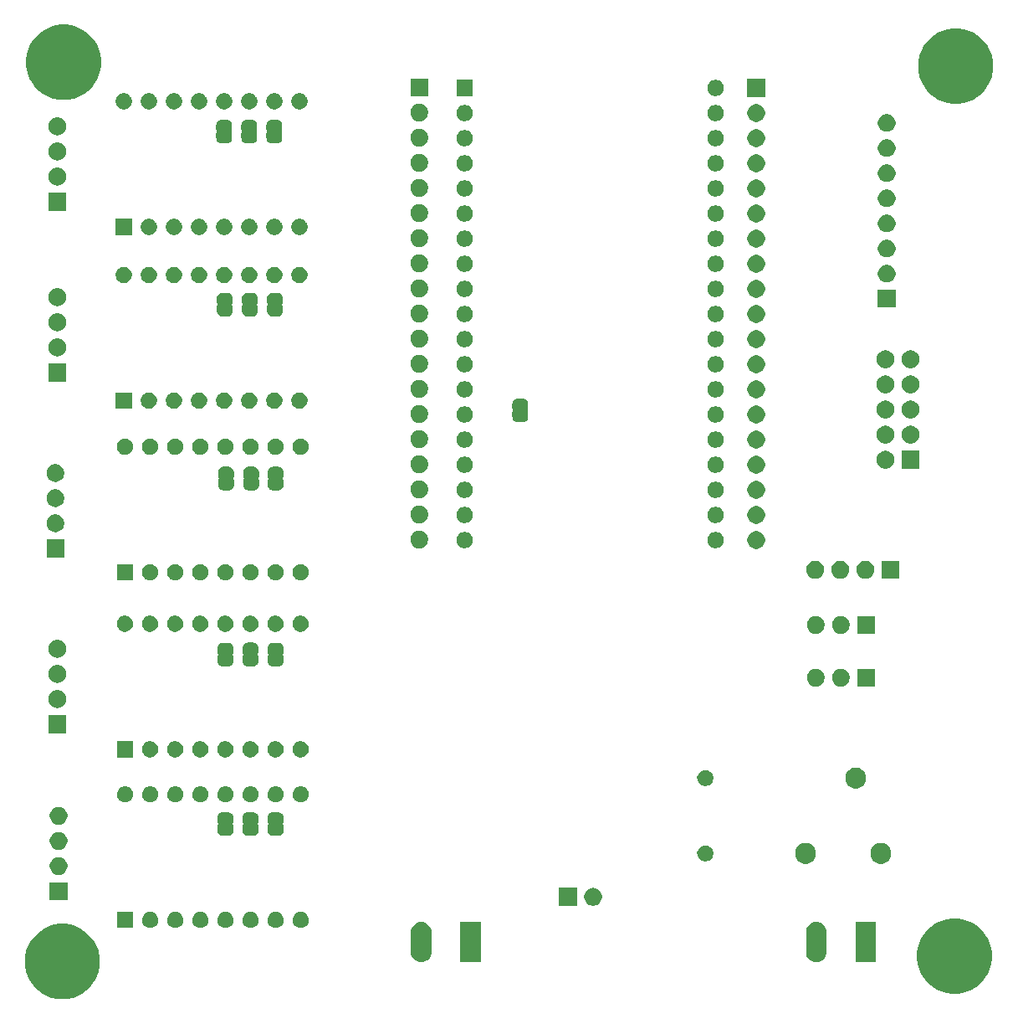
<source format=gbr>
G04 #@! TF.GenerationSoftware,KiCad,Pcbnew,(5.1.5)-3*
G04 #@! TF.CreationDate,2020-01-26T10:54:33+01:00*
G04 #@! TF.ProjectId,ESP32-cnc,45535033-322d-4636-9e63-2e6b69636164,rev?*
G04 #@! TF.SameCoordinates,Original*
G04 #@! TF.FileFunction,Soldermask,Bot*
G04 #@! TF.FilePolarity,Negative*
%FSLAX46Y46*%
G04 Gerber Fmt 4.6, Leading zero omitted, Abs format (unit mm)*
G04 Created by KiCad (PCBNEW (5.1.5)-3) date 2020-01-26 10:54:33*
%MOMM*%
%LPD*%
G04 APERTURE LIST*
%ADD10C,0.100000*%
G04 APERTURE END LIST*
D10*
G36*
X20793710Y-126901070D02*
G01*
X21485447Y-127187597D01*
X21485448Y-127187598D01*
X22107996Y-127603571D01*
X22637429Y-128133004D01*
X22915374Y-128548978D01*
X23053403Y-128755553D01*
X23339930Y-129447290D01*
X23486000Y-130181633D01*
X23486000Y-130930367D01*
X23339930Y-131664710D01*
X23053403Y-132356447D01*
X23053402Y-132356448D01*
X22637429Y-132978996D01*
X22107996Y-133508429D01*
X21692022Y-133786374D01*
X21485447Y-133924403D01*
X20793710Y-134210930D01*
X20059367Y-134357000D01*
X19310633Y-134357000D01*
X18576290Y-134210930D01*
X17884553Y-133924403D01*
X17677978Y-133786374D01*
X17262004Y-133508429D01*
X16732571Y-132978996D01*
X16316598Y-132356448D01*
X16316597Y-132356447D01*
X16030070Y-131664710D01*
X15884000Y-130930367D01*
X15884000Y-130181633D01*
X16030070Y-129447290D01*
X16316597Y-128755553D01*
X16454626Y-128548978D01*
X16732571Y-128133004D01*
X17262004Y-127603571D01*
X17884552Y-127187598D01*
X17884553Y-127187597D01*
X18576290Y-126901070D01*
X19310633Y-126755000D01*
X20059367Y-126755000D01*
X20793710Y-126901070D01*
G37*
G36*
X111108710Y-126345070D02*
G01*
X111800447Y-126631597D01*
X111957478Y-126736522D01*
X112422996Y-127047571D01*
X112952429Y-127577004D01*
X112970180Y-127603571D01*
X113368403Y-128199553D01*
X113654930Y-128891290D01*
X113801000Y-129625633D01*
X113801000Y-130374367D01*
X113654930Y-131108710D01*
X113368403Y-131800447D01*
X113368402Y-131800448D01*
X112952429Y-132422996D01*
X112422996Y-132952429D01*
X112007022Y-133230374D01*
X111800447Y-133368403D01*
X111108710Y-133654930D01*
X110374367Y-133801000D01*
X109625633Y-133801000D01*
X108891290Y-133654930D01*
X108199553Y-133368403D01*
X107992978Y-133230374D01*
X107577004Y-132952429D01*
X107047571Y-132422996D01*
X106631598Y-131800448D01*
X106631597Y-131800447D01*
X106345070Y-131108710D01*
X106199000Y-130374367D01*
X106199000Y-129625633D01*
X106345070Y-128891290D01*
X106631597Y-128199553D01*
X107029820Y-127603571D01*
X107047571Y-127577004D01*
X107577004Y-127047571D01*
X108042522Y-126736522D01*
X108199553Y-126631597D01*
X108891290Y-126345070D01*
X109625633Y-126199000D01*
X110374367Y-126199000D01*
X111108710Y-126345070D01*
G37*
G36*
X96204072Y-126584063D02*
G01*
X96400301Y-126643589D01*
X96400303Y-126643590D01*
X96581145Y-126740252D01*
X96739660Y-126870340D01*
X96869748Y-127028855D01*
X96893413Y-127073129D01*
X96966411Y-127209699D01*
X97025937Y-127405928D01*
X97041000Y-127558868D01*
X97041000Y-129641132D01*
X97025937Y-129794072D01*
X96966411Y-129990300D01*
X96966410Y-129990303D01*
X96869748Y-130171145D01*
X96739660Y-130329660D01*
X96622437Y-130425860D01*
X96581146Y-130459747D01*
X96400300Y-130556411D01*
X96204071Y-130615937D01*
X96000000Y-130636036D01*
X95795928Y-130615937D01*
X95599699Y-130556411D01*
X95599697Y-130556410D01*
X95418855Y-130459748D01*
X95260340Y-130329660D01*
X95164140Y-130212437D01*
X95130253Y-130171146D01*
X95033589Y-129990300D01*
X94974063Y-129794071D01*
X94959000Y-129641131D01*
X94959001Y-127558868D01*
X94974064Y-127405928D01*
X95033590Y-127209699D01*
X95106588Y-127073129D01*
X95130253Y-127028855D01*
X95260341Y-126870340D01*
X95418856Y-126740252D01*
X95599698Y-126643590D01*
X95599700Y-126643589D01*
X95795929Y-126584063D01*
X96000000Y-126563964D01*
X96204072Y-126584063D01*
G37*
G36*
X56204072Y-126584063D02*
G01*
X56400301Y-126643589D01*
X56400303Y-126643590D01*
X56581145Y-126740252D01*
X56739660Y-126870340D01*
X56869748Y-127028855D01*
X56893413Y-127073129D01*
X56966411Y-127209699D01*
X57025937Y-127405928D01*
X57041000Y-127558868D01*
X57041000Y-129641132D01*
X57025937Y-129794072D01*
X56966411Y-129990300D01*
X56966410Y-129990303D01*
X56869748Y-130171145D01*
X56739660Y-130329660D01*
X56622437Y-130425860D01*
X56581146Y-130459747D01*
X56400300Y-130556411D01*
X56204071Y-130615937D01*
X56000000Y-130636036D01*
X55795928Y-130615937D01*
X55599699Y-130556411D01*
X55599697Y-130556410D01*
X55418855Y-130459748D01*
X55260340Y-130329660D01*
X55164140Y-130212437D01*
X55130253Y-130171146D01*
X55033589Y-129990300D01*
X54974063Y-129794071D01*
X54959000Y-129641131D01*
X54959001Y-127558868D01*
X54974064Y-127405928D01*
X55033590Y-127209699D01*
X55106588Y-127073129D01*
X55130253Y-127028855D01*
X55260341Y-126870340D01*
X55418856Y-126740252D01*
X55599698Y-126643590D01*
X55599700Y-126643589D01*
X55795929Y-126584063D01*
X56000000Y-126563964D01*
X56204072Y-126584063D01*
G37*
G36*
X62041000Y-130631000D02*
G01*
X59959000Y-130631000D01*
X59959000Y-126569000D01*
X62041000Y-126569000D01*
X62041000Y-130631000D01*
G37*
G36*
X102041000Y-130631000D02*
G01*
X99959000Y-130631000D01*
X99959000Y-126569000D01*
X102041000Y-126569000D01*
X102041000Y-130631000D01*
G37*
G36*
X31353017Y-125565358D02*
G01*
X31501521Y-125626870D01*
X31501522Y-125626871D01*
X31635167Y-125716169D01*
X31748831Y-125829833D01*
X31815805Y-125930067D01*
X31838130Y-125963479D01*
X31868885Y-126037730D01*
X31899642Y-126111983D01*
X31931000Y-126269630D01*
X31931000Y-126430370D01*
X31899642Y-126588017D01*
X31881590Y-126631598D01*
X31838130Y-126736521D01*
X31815805Y-126769933D01*
X31748831Y-126870167D01*
X31635167Y-126983831D01*
X31534933Y-127050805D01*
X31501521Y-127073130D01*
X31353017Y-127134642D01*
X31195370Y-127166000D01*
X31034630Y-127166000D01*
X30876983Y-127134642D01*
X30728479Y-127073130D01*
X30695067Y-127050805D01*
X30594833Y-126983831D01*
X30481169Y-126870167D01*
X30414195Y-126769933D01*
X30391870Y-126736521D01*
X30348410Y-126631598D01*
X30330358Y-126588017D01*
X30299000Y-126430370D01*
X30299000Y-126269630D01*
X30330358Y-126111983D01*
X30361115Y-126037730D01*
X30391870Y-125963479D01*
X30414195Y-125930067D01*
X30481169Y-125829833D01*
X30594833Y-125716169D01*
X30728478Y-125626871D01*
X30728479Y-125626870D01*
X30876983Y-125565358D01*
X31034630Y-125534000D01*
X31195370Y-125534000D01*
X31353017Y-125565358D01*
G37*
G36*
X44053017Y-125565358D02*
G01*
X44201521Y-125626870D01*
X44201522Y-125626871D01*
X44335167Y-125716169D01*
X44448831Y-125829833D01*
X44515805Y-125930067D01*
X44538130Y-125963479D01*
X44568885Y-126037730D01*
X44599642Y-126111983D01*
X44631000Y-126269630D01*
X44631000Y-126430370D01*
X44599642Y-126588017D01*
X44581590Y-126631598D01*
X44538130Y-126736521D01*
X44515805Y-126769933D01*
X44448831Y-126870167D01*
X44335167Y-126983831D01*
X44234933Y-127050805D01*
X44201521Y-127073130D01*
X44053017Y-127134642D01*
X43895370Y-127166000D01*
X43734630Y-127166000D01*
X43576983Y-127134642D01*
X43428479Y-127073130D01*
X43395067Y-127050805D01*
X43294833Y-126983831D01*
X43181169Y-126870167D01*
X43114195Y-126769933D01*
X43091870Y-126736521D01*
X43048410Y-126631598D01*
X43030358Y-126588017D01*
X42999000Y-126430370D01*
X42999000Y-126269630D01*
X43030358Y-126111983D01*
X43061115Y-126037730D01*
X43091870Y-125963479D01*
X43114195Y-125930067D01*
X43181169Y-125829833D01*
X43294833Y-125716169D01*
X43428478Y-125626871D01*
X43428479Y-125626870D01*
X43576983Y-125565358D01*
X43734630Y-125534000D01*
X43895370Y-125534000D01*
X44053017Y-125565358D01*
G37*
G36*
X41513017Y-125565358D02*
G01*
X41661521Y-125626870D01*
X41661522Y-125626871D01*
X41795167Y-125716169D01*
X41908831Y-125829833D01*
X41975805Y-125930067D01*
X41998130Y-125963479D01*
X42028885Y-126037730D01*
X42059642Y-126111983D01*
X42091000Y-126269630D01*
X42091000Y-126430370D01*
X42059642Y-126588017D01*
X42041590Y-126631598D01*
X41998130Y-126736521D01*
X41975805Y-126769933D01*
X41908831Y-126870167D01*
X41795167Y-126983831D01*
X41694933Y-127050805D01*
X41661521Y-127073130D01*
X41513017Y-127134642D01*
X41355370Y-127166000D01*
X41194630Y-127166000D01*
X41036983Y-127134642D01*
X40888479Y-127073130D01*
X40855067Y-127050805D01*
X40754833Y-126983831D01*
X40641169Y-126870167D01*
X40574195Y-126769933D01*
X40551870Y-126736521D01*
X40508410Y-126631598D01*
X40490358Y-126588017D01*
X40459000Y-126430370D01*
X40459000Y-126269630D01*
X40490358Y-126111983D01*
X40521115Y-126037730D01*
X40551870Y-125963479D01*
X40574195Y-125930067D01*
X40641169Y-125829833D01*
X40754833Y-125716169D01*
X40888478Y-125626871D01*
X40888479Y-125626870D01*
X41036983Y-125565358D01*
X41194630Y-125534000D01*
X41355370Y-125534000D01*
X41513017Y-125565358D01*
G37*
G36*
X38973017Y-125565358D02*
G01*
X39121521Y-125626870D01*
X39121522Y-125626871D01*
X39255167Y-125716169D01*
X39368831Y-125829833D01*
X39435805Y-125930067D01*
X39458130Y-125963479D01*
X39488885Y-126037730D01*
X39519642Y-126111983D01*
X39551000Y-126269630D01*
X39551000Y-126430370D01*
X39519642Y-126588017D01*
X39501590Y-126631598D01*
X39458130Y-126736521D01*
X39435805Y-126769933D01*
X39368831Y-126870167D01*
X39255167Y-126983831D01*
X39154933Y-127050805D01*
X39121521Y-127073130D01*
X38973017Y-127134642D01*
X38815370Y-127166000D01*
X38654630Y-127166000D01*
X38496983Y-127134642D01*
X38348479Y-127073130D01*
X38315067Y-127050805D01*
X38214833Y-126983831D01*
X38101169Y-126870167D01*
X38034195Y-126769933D01*
X38011870Y-126736521D01*
X37968410Y-126631598D01*
X37950358Y-126588017D01*
X37919000Y-126430370D01*
X37919000Y-126269630D01*
X37950358Y-126111983D01*
X37981115Y-126037730D01*
X38011870Y-125963479D01*
X38034195Y-125930067D01*
X38101169Y-125829833D01*
X38214833Y-125716169D01*
X38348478Y-125626871D01*
X38348479Y-125626870D01*
X38496983Y-125565358D01*
X38654630Y-125534000D01*
X38815370Y-125534000D01*
X38973017Y-125565358D01*
G37*
G36*
X36433017Y-125565358D02*
G01*
X36581521Y-125626870D01*
X36581522Y-125626871D01*
X36715167Y-125716169D01*
X36828831Y-125829833D01*
X36895805Y-125930067D01*
X36918130Y-125963479D01*
X36948885Y-126037730D01*
X36979642Y-126111983D01*
X37011000Y-126269630D01*
X37011000Y-126430370D01*
X36979642Y-126588017D01*
X36961590Y-126631598D01*
X36918130Y-126736521D01*
X36895805Y-126769933D01*
X36828831Y-126870167D01*
X36715167Y-126983831D01*
X36614933Y-127050805D01*
X36581521Y-127073130D01*
X36433017Y-127134642D01*
X36275370Y-127166000D01*
X36114630Y-127166000D01*
X35956983Y-127134642D01*
X35808479Y-127073130D01*
X35775067Y-127050805D01*
X35674833Y-126983831D01*
X35561169Y-126870167D01*
X35494195Y-126769933D01*
X35471870Y-126736521D01*
X35428410Y-126631598D01*
X35410358Y-126588017D01*
X35379000Y-126430370D01*
X35379000Y-126269630D01*
X35410358Y-126111983D01*
X35441115Y-126037730D01*
X35471870Y-125963479D01*
X35494195Y-125930067D01*
X35561169Y-125829833D01*
X35674833Y-125716169D01*
X35808478Y-125626871D01*
X35808479Y-125626870D01*
X35956983Y-125565358D01*
X36114630Y-125534000D01*
X36275370Y-125534000D01*
X36433017Y-125565358D01*
G37*
G36*
X26851000Y-127166000D02*
G01*
X25219000Y-127166000D01*
X25219000Y-125534000D01*
X26851000Y-125534000D01*
X26851000Y-127166000D01*
G37*
G36*
X28813017Y-125565358D02*
G01*
X28961521Y-125626870D01*
X28961522Y-125626871D01*
X29095167Y-125716169D01*
X29208831Y-125829833D01*
X29275805Y-125930067D01*
X29298130Y-125963479D01*
X29328885Y-126037730D01*
X29359642Y-126111983D01*
X29391000Y-126269630D01*
X29391000Y-126430370D01*
X29359642Y-126588017D01*
X29341590Y-126631598D01*
X29298130Y-126736521D01*
X29275805Y-126769933D01*
X29208831Y-126870167D01*
X29095167Y-126983831D01*
X28994933Y-127050805D01*
X28961521Y-127073130D01*
X28813017Y-127134642D01*
X28655370Y-127166000D01*
X28494630Y-127166000D01*
X28336983Y-127134642D01*
X28188479Y-127073130D01*
X28155067Y-127050805D01*
X28054833Y-126983831D01*
X27941169Y-126870167D01*
X27874195Y-126769933D01*
X27851870Y-126736521D01*
X27808410Y-126631598D01*
X27790358Y-126588017D01*
X27759000Y-126430370D01*
X27759000Y-126269630D01*
X27790358Y-126111983D01*
X27821115Y-126037730D01*
X27851870Y-125963479D01*
X27874195Y-125930067D01*
X27941169Y-125829833D01*
X28054833Y-125716169D01*
X28188478Y-125626871D01*
X28188479Y-125626870D01*
X28336983Y-125565358D01*
X28494630Y-125534000D01*
X28655370Y-125534000D01*
X28813017Y-125565358D01*
G37*
G36*
X33893017Y-125565358D02*
G01*
X34041521Y-125626870D01*
X34041522Y-125626871D01*
X34175167Y-125716169D01*
X34288831Y-125829833D01*
X34355805Y-125930067D01*
X34378130Y-125963479D01*
X34408885Y-126037730D01*
X34439642Y-126111983D01*
X34471000Y-126269630D01*
X34471000Y-126430370D01*
X34439642Y-126588017D01*
X34421590Y-126631598D01*
X34378130Y-126736521D01*
X34355805Y-126769933D01*
X34288831Y-126870167D01*
X34175167Y-126983831D01*
X34074933Y-127050805D01*
X34041521Y-127073130D01*
X33893017Y-127134642D01*
X33735370Y-127166000D01*
X33574630Y-127166000D01*
X33416983Y-127134642D01*
X33268479Y-127073130D01*
X33235067Y-127050805D01*
X33134833Y-126983831D01*
X33021169Y-126870167D01*
X32954195Y-126769933D01*
X32931870Y-126736521D01*
X32888410Y-126631598D01*
X32870358Y-126588017D01*
X32839000Y-126430370D01*
X32839000Y-126269630D01*
X32870358Y-126111983D01*
X32901115Y-126037730D01*
X32931870Y-125963479D01*
X32954195Y-125930067D01*
X33021169Y-125829833D01*
X33134833Y-125716169D01*
X33268478Y-125626871D01*
X33268479Y-125626870D01*
X33416983Y-125565358D01*
X33574630Y-125534000D01*
X33735370Y-125534000D01*
X33893017Y-125565358D01*
G37*
G36*
X73519512Y-123119427D02*
G01*
X73668812Y-123149124D01*
X73832784Y-123217044D01*
X73980354Y-123315647D01*
X74105853Y-123441146D01*
X74204456Y-123588716D01*
X74272376Y-123752688D01*
X74307000Y-123926759D01*
X74307000Y-124104241D01*
X74272376Y-124278312D01*
X74204456Y-124442284D01*
X74105853Y-124589854D01*
X73980354Y-124715353D01*
X73832784Y-124813956D01*
X73668812Y-124881876D01*
X73519512Y-124911573D01*
X73494742Y-124916500D01*
X73317258Y-124916500D01*
X73292488Y-124911573D01*
X73143188Y-124881876D01*
X72979216Y-124813956D01*
X72831646Y-124715353D01*
X72706147Y-124589854D01*
X72607544Y-124442284D01*
X72539624Y-124278312D01*
X72505000Y-124104241D01*
X72505000Y-123926759D01*
X72539624Y-123752688D01*
X72607544Y-123588716D01*
X72706147Y-123441146D01*
X72831646Y-123315647D01*
X72979216Y-123217044D01*
X73143188Y-123149124D01*
X73292488Y-123119427D01*
X73317258Y-123114500D01*
X73494742Y-123114500D01*
X73519512Y-123119427D01*
G37*
G36*
X71767000Y-124916500D02*
G01*
X69965000Y-124916500D01*
X69965000Y-123114500D01*
X71767000Y-123114500D01*
X71767000Y-124916500D01*
G37*
G36*
X20205000Y-124345000D02*
G01*
X18403000Y-124345000D01*
X18403000Y-122543000D01*
X20205000Y-122543000D01*
X20205000Y-124345000D01*
G37*
G36*
X19398528Y-120004151D02*
G01*
X19566812Y-120037624D01*
X19730784Y-120105544D01*
X19878354Y-120204147D01*
X20003853Y-120329646D01*
X20102456Y-120477216D01*
X20170376Y-120641188D01*
X20205000Y-120815259D01*
X20205000Y-120992741D01*
X20170376Y-121166812D01*
X20102456Y-121330784D01*
X20003853Y-121478354D01*
X19878354Y-121603853D01*
X19730784Y-121702456D01*
X19566812Y-121770376D01*
X19417512Y-121800073D01*
X19392742Y-121805000D01*
X19215258Y-121805000D01*
X19190488Y-121800073D01*
X19041188Y-121770376D01*
X18877216Y-121702456D01*
X18729646Y-121603853D01*
X18604147Y-121478354D01*
X18505544Y-121330784D01*
X18437624Y-121166812D01*
X18403000Y-120992741D01*
X18403000Y-120815259D01*
X18437624Y-120641188D01*
X18505544Y-120477216D01*
X18604147Y-120329646D01*
X18729646Y-120204147D01*
X18877216Y-120105544D01*
X19041188Y-120037624D01*
X19209472Y-120004151D01*
X19215258Y-120003000D01*
X19392742Y-120003000D01*
X19398528Y-120004151D01*
G37*
G36*
X102846564Y-118609389D02*
G01*
X103037833Y-118688615D01*
X103037835Y-118688616D01*
X103190737Y-118790782D01*
X103209973Y-118803635D01*
X103356365Y-118950027D01*
X103471385Y-119122167D01*
X103550611Y-119313436D01*
X103591000Y-119516484D01*
X103591000Y-119723516D01*
X103550611Y-119926564D01*
X103504608Y-120037625D01*
X103471384Y-120117835D01*
X103356365Y-120289973D01*
X103209973Y-120436365D01*
X103037835Y-120551384D01*
X103037834Y-120551385D01*
X103037833Y-120551385D01*
X102846564Y-120630611D01*
X102643516Y-120671000D01*
X102436484Y-120671000D01*
X102233436Y-120630611D01*
X102042167Y-120551385D01*
X102042166Y-120551385D01*
X102042165Y-120551384D01*
X101870027Y-120436365D01*
X101723635Y-120289973D01*
X101608616Y-120117835D01*
X101575392Y-120037625D01*
X101529389Y-119926564D01*
X101489000Y-119723516D01*
X101489000Y-119516484D01*
X101529389Y-119313436D01*
X101608615Y-119122167D01*
X101723635Y-118950027D01*
X101870027Y-118803635D01*
X101889263Y-118790782D01*
X102042165Y-118688616D01*
X102042167Y-118688615D01*
X102233436Y-118609389D01*
X102436484Y-118569000D01*
X102643516Y-118569000D01*
X102846564Y-118609389D01*
G37*
G36*
X95226564Y-118609389D02*
G01*
X95417833Y-118688615D01*
X95417835Y-118688616D01*
X95570737Y-118790782D01*
X95589973Y-118803635D01*
X95736365Y-118950027D01*
X95851385Y-119122167D01*
X95930611Y-119313436D01*
X95971000Y-119516484D01*
X95971000Y-119723516D01*
X95930611Y-119926564D01*
X95884608Y-120037625D01*
X95851384Y-120117835D01*
X95736365Y-120289973D01*
X95589973Y-120436365D01*
X95417835Y-120551384D01*
X95417834Y-120551385D01*
X95417833Y-120551385D01*
X95226564Y-120630611D01*
X95023516Y-120671000D01*
X94816484Y-120671000D01*
X94613436Y-120630611D01*
X94422167Y-120551385D01*
X94422166Y-120551385D01*
X94422165Y-120551384D01*
X94250027Y-120436365D01*
X94103635Y-120289973D01*
X93988616Y-120117835D01*
X93955392Y-120037625D01*
X93909389Y-119926564D01*
X93869000Y-119723516D01*
X93869000Y-119516484D01*
X93909389Y-119313436D01*
X93988615Y-119122167D01*
X94103635Y-118950027D01*
X94250027Y-118803635D01*
X94269263Y-118790782D01*
X94422165Y-118688616D01*
X94422167Y-118688615D01*
X94613436Y-118609389D01*
X94816484Y-118569000D01*
X95023516Y-118569000D01*
X95226564Y-118609389D01*
G37*
G36*
X84996560Y-118840166D02*
G01*
X85144153Y-118901301D01*
X85276982Y-118990055D01*
X85389945Y-119103018D01*
X85475043Y-119230375D01*
X85478700Y-119235849D01*
X85539834Y-119383440D01*
X85571000Y-119540122D01*
X85571000Y-119699878D01*
X85566298Y-119723516D01*
X85539834Y-119856560D01*
X85478699Y-120004153D01*
X85389945Y-120136982D01*
X85276982Y-120249945D01*
X85144153Y-120338699D01*
X85144152Y-120338700D01*
X85144151Y-120338700D01*
X84996560Y-120399834D01*
X84839878Y-120431000D01*
X84680122Y-120431000D01*
X84523440Y-120399834D01*
X84375849Y-120338700D01*
X84375848Y-120338700D01*
X84375847Y-120338699D01*
X84243018Y-120249945D01*
X84130055Y-120136982D01*
X84041301Y-120004153D01*
X83980166Y-119856560D01*
X83953702Y-119723516D01*
X83949000Y-119699878D01*
X83949000Y-119540122D01*
X83980166Y-119383440D01*
X84041300Y-119235849D01*
X84044958Y-119230375D01*
X84130055Y-119103018D01*
X84243018Y-118990055D01*
X84375847Y-118901301D01*
X84523440Y-118840166D01*
X84680122Y-118809000D01*
X84839878Y-118809000D01*
X84996560Y-118840166D01*
G37*
G36*
X19417512Y-117467927D02*
G01*
X19566812Y-117497624D01*
X19730784Y-117565544D01*
X19878354Y-117664147D01*
X20003853Y-117789646D01*
X20102456Y-117937216D01*
X20170376Y-118101188D01*
X20205000Y-118275259D01*
X20205000Y-118452741D01*
X20170376Y-118626812D01*
X20102456Y-118790784D01*
X20003853Y-118938354D01*
X19878354Y-119063853D01*
X19730784Y-119162456D01*
X19566812Y-119230376D01*
X19417512Y-119260073D01*
X19392742Y-119265000D01*
X19215258Y-119265000D01*
X19190488Y-119260073D01*
X19041188Y-119230376D01*
X18877216Y-119162456D01*
X18729646Y-119063853D01*
X18604147Y-118938354D01*
X18505544Y-118790784D01*
X18437624Y-118626812D01*
X18403000Y-118452741D01*
X18403000Y-118275259D01*
X18437624Y-118101188D01*
X18505544Y-117937216D01*
X18604147Y-117789646D01*
X18729646Y-117664147D01*
X18877216Y-117565544D01*
X19041188Y-117497624D01*
X19190488Y-117467927D01*
X19215258Y-117463000D01*
X19392742Y-117463000D01*
X19417512Y-117467927D01*
G37*
G36*
X41537199Y-115449454D02*
G01*
X41549450Y-115450056D01*
X41567869Y-115450056D01*
X41590149Y-115452250D01*
X41674233Y-115468976D01*
X41695660Y-115475476D01*
X41774858Y-115508280D01*
X41780303Y-115511191D01*
X41780309Y-115511193D01*
X41789169Y-115515929D01*
X41789173Y-115515932D01*
X41794614Y-115518840D01*
X41865899Y-115566471D01*
X41883204Y-115580672D01*
X41943828Y-115641296D01*
X41958029Y-115658601D01*
X42005660Y-115729886D01*
X42008568Y-115735327D01*
X42008571Y-115735331D01*
X42013307Y-115744191D01*
X42013309Y-115744197D01*
X42016220Y-115749642D01*
X42049024Y-115828840D01*
X42055524Y-115850267D01*
X42072250Y-115934351D01*
X42074444Y-115956631D01*
X42074444Y-115975050D01*
X42075046Y-115987301D01*
X42076852Y-116005639D01*
X42076852Y-116493360D01*
X42075263Y-116509499D01*
X42072348Y-116519108D01*
X42067610Y-116527972D01*
X42061237Y-116535737D01*
X42048794Y-116545948D01*
X42038425Y-116552878D01*
X42021098Y-116570205D01*
X42007485Y-116590580D01*
X41998109Y-116613220D01*
X41993329Y-116637253D01*
X41993330Y-116661757D01*
X41998112Y-116685790D01*
X42007490Y-116708429D01*
X42021105Y-116728802D01*
X42038432Y-116746129D01*
X42048802Y-116753058D01*
X42061237Y-116763263D01*
X42067610Y-116771028D01*
X42072348Y-116779892D01*
X42075263Y-116789501D01*
X42076852Y-116805640D01*
X42076852Y-117293362D01*
X42075046Y-117311699D01*
X42074444Y-117323950D01*
X42074444Y-117342369D01*
X42072250Y-117364649D01*
X42055524Y-117448733D01*
X42049024Y-117470160D01*
X42016220Y-117549358D01*
X42013309Y-117554803D01*
X42013307Y-117554809D01*
X42008571Y-117563669D01*
X42008568Y-117563673D01*
X42005660Y-117569114D01*
X41958029Y-117640399D01*
X41943828Y-117657704D01*
X41883204Y-117718328D01*
X41865899Y-117732529D01*
X41794614Y-117780160D01*
X41789173Y-117783068D01*
X41789169Y-117783071D01*
X41780309Y-117787807D01*
X41780303Y-117787809D01*
X41774858Y-117790720D01*
X41695660Y-117823524D01*
X41674233Y-117830024D01*
X41590149Y-117846750D01*
X41567869Y-117848944D01*
X41549450Y-117848944D01*
X41537199Y-117849546D01*
X41518862Y-117851352D01*
X41031138Y-117851352D01*
X41012801Y-117849546D01*
X41000550Y-117848944D01*
X40982131Y-117848944D01*
X40959851Y-117846750D01*
X40875767Y-117830024D01*
X40854340Y-117823524D01*
X40775142Y-117790720D01*
X40769697Y-117787809D01*
X40769691Y-117787807D01*
X40760831Y-117783071D01*
X40760827Y-117783068D01*
X40755386Y-117780160D01*
X40684101Y-117732529D01*
X40666796Y-117718328D01*
X40606172Y-117657704D01*
X40591971Y-117640399D01*
X40544340Y-117569114D01*
X40541432Y-117563673D01*
X40541429Y-117563669D01*
X40536693Y-117554809D01*
X40536691Y-117554803D01*
X40533780Y-117549358D01*
X40500976Y-117470160D01*
X40494476Y-117448733D01*
X40477750Y-117364649D01*
X40475556Y-117342369D01*
X40475556Y-117323950D01*
X40474954Y-117311699D01*
X40473148Y-117293362D01*
X40473148Y-116805640D01*
X40474737Y-116789501D01*
X40477652Y-116779892D01*
X40482390Y-116771028D01*
X40488763Y-116763263D01*
X40501206Y-116753052D01*
X40511575Y-116746122D01*
X40528902Y-116728795D01*
X40542515Y-116708420D01*
X40551891Y-116685780D01*
X40556671Y-116661747D01*
X40556670Y-116637243D01*
X40551888Y-116613210D01*
X40542510Y-116590571D01*
X40528895Y-116570198D01*
X40511568Y-116552871D01*
X40501198Y-116545942D01*
X40488763Y-116535737D01*
X40482390Y-116527972D01*
X40477652Y-116519108D01*
X40474737Y-116509499D01*
X40473148Y-116493360D01*
X40473148Y-116005639D01*
X40474954Y-115987301D01*
X40475556Y-115975050D01*
X40475556Y-115956631D01*
X40477750Y-115934351D01*
X40494476Y-115850267D01*
X40500976Y-115828840D01*
X40533780Y-115749642D01*
X40536691Y-115744197D01*
X40536693Y-115744191D01*
X40541429Y-115735331D01*
X40541432Y-115735327D01*
X40544340Y-115729886D01*
X40591971Y-115658601D01*
X40606172Y-115641296D01*
X40666796Y-115580672D01*
X40684101Y-115566471D01*
X40755386Y-115518840D01*
X40760827Y-115515932D01*
X40760831Y-115515929D01*
X40769691Y-115511193D01*
X40769697Y-115511191D01*
X40775142Y-115508280D01*
X40854340Y-115475476D01*
X40875767Y-115468976D01*
X40959851Y-115452250D01*
X40982131Y-115450056D01*
X41000550Y-115450056D01*
X41012801Y-115449454D01*
X41031139Y-115447648D01*
X41518861Y-115447648D01*
X41537199Y-115449454D01*
G37*
G36*
X38997199Y-115449454D02*
G01*
X39009450Y-115450056D01*
X39027869Y-115450056D01*
X39050149Y-115452250D01*
X39134233Y-115468976D01*
X39155660Y-115475476D01*
X39234858Y-115508280D01*
X39240303Y-115511191D01*
X39240309Y-115511193D01*
X39249169Y-115515929D01*
X39249173Y-115515932D01*
X39254614Y-115518840D01*
X39325899Y-115566471D01*
X39343204Y-115580672D01*
X39403828Y-115641296D01*
X39418029Y-115658601D01*
X39465660Y-115729886D01*
X39468568Y-115735327D01*
X39468571Y-115735331D01*
X39473307Y-115744191D01*
X39473309Y-115744197D01*
X39476220Y-115749642D01*
X39509024Y-115828840D01*
X39515524Y-115850267D01*
X39532250Y-115934351D01*
X39534444Y-115956631D01*
X39534444Y-115975050D01*
X39535046Y-115987301D01*
X39536852Y-116005639D01*
X39536852Y-116493360D01*
X39535263Y-116509499D01*
X39532348Y-116519108D01*
X39527610Y-116527972D01*
X39521237Y-116535737D01*
X39508794Y-116545948D01*
X39498425Y-116552878D01*
X39481098Y-116570205D01*
X39467485Y-116590580D01*
X39458109Y-116613220D01*
X39453329Y-116637253D01*
X39453330Y-116661757D01*
X39458112Y-116685790D01*
X39467490Y-116708429D01*
X39481105Y-116728802D01*
X39498432Y-116746129D01*
X39508802Y-116753058D01*
X39521237Y-116763263D01*
X39527610Y-116771028D01*
X39532348Y-116779892D01*
X39535263Y-116789501D01*
X39536852Y-116805640D01*
X39536852Y-117293362D01*
X39535046Y-117311699D01*
X39534444Y-117323950D01*
X39534444Y-117342369D01*
X39532250Y-117364649D01*
X39515524Y-117448733D01*
X39509024Y-117470160D01*
X39476220Y-117549358D01*
X39473309Y-117554803D01*
X39473307Y-117554809D01*
X39468571Y-117563669D01*
X39468568Y-117563673D01*
X39465660Y-117569114D01*
X39418029Y-117640399D01*
X39403828Y-117657704D01*
X39343204Y-117718328D01*
X39325899Y-117732529D01*
X39254614Y-117780160D01*
X39249173Y-117783068D01*
X39249169Y-117783071D01*
X39240309Y-117787807D01*
X39240303Y-117787809D01*
X39234858Y-117790720D01*
X39155660Y-117823524D01*
X39134233Y-117830024D01*
X39050149Y-117846750D01*
X39027869Y-117848944D01*
X39009450Y-117848944D01*
X38997199Y-117849546D01*
X38978862Y-117851352D01*
X38491138Y-117851352D01*
X38472801Y-117849546D01*
X38460550Y-117848944D01*
X38442131Y-117848944D01*
X38419851Y-117846750D01*
X38335767Y-117830024D01*
X38314340Y-117823524D01*
X38235142Y-117790720D01*
X38229697Y-117787809D01*
X38229691Y-117787807D01*
X38220831Y-117783071D01*
X38220827Y-117783068D01*
X38215386Y-117780160D01*
X38144101Y-117732529D01*
X38126796Y-117718328D01*
X38066172Y-117657704D01*
X38051971Y-117640399D01*
X38004340Y-117569114D01*
X38001432Y-117563673D01*
X38001429Y-117563669D01*
X37996693Y-117554809D01*
X37996691Y-117554803D01*
X37993780Y-117549358D01*
X37960976Y-117470160D01*
X37954476Y-117448733D01*
X37937750Y-117364649D01*
X37935556Y-117342369D01*
X37935556Y-117323950D01*
X37934954Y-117311699D01*
X37933148Y-117293362D01*
X37933148Y-116805640D01*
X37934737Y-116789501D01*
X37937652Y-116779892D01*
X37942390Y-116771028D01*
X37948763Y-116763263D01*
X37961206Y-116753052D01*
X37971575Y-116746122D01*
X37988902Y-116728795D01*
X38002515Y-116708420D01*
X38011891Y-116685780D01*
X38016671Y-116661747D01*
X38016670Y-116637243D01*
X38011888Y-116613210D01*
X38002510Y-116590571D01*
X37988895Y-116570198D01*
X37971568Y-116552871D01*
X37961198Y-116545942D01*
X37948763Y-116535737D01*
X37942390Y-116527972D01*
X37937652Y-116519108D01*
X37934737Y-116509499D01*
X37933148Y-116493360D01*
X37933148Y-116005639D01*
X37934954Y-115987301D01*
X37935556Y-115975050D01*
X37935556Y-115956631D01*
X37937750Y-115934351D01*
X37954476Y-115850267D01*
X37960976Y-115828840D01*
X37993780Y-115749642D01*
X37996691Y-115744197D01*
X37996693Y-115744191D01*
X38001429Y-115735331D01*
X38001432Y-115735327D01*
X38004340Y-115729886D01*
X38051971Y-115658601D01*
X38066172Y-115641296D01*
X38126796Y-115580672D01*
X38144101Y-115566471D01*
X38215386Y-115518840D01*
X38220827Y-115515932D01*
X38220831Y-115515929D01*
X38229691Y-115511193D01*
X38229697Y-115511191D01*
X38235142Y-115508280D01*
X38314340Y-115475476D01*
X38335767Y-115468976D01*
X38419851Y-115452250D01*
X38442131Y-115450056D01*
X38460550Y-115450056D01*
X38472801Y-115449454D01*
X38491139Y-115447648D01*
X38978861Y-115447648D01*
X38997199Y-115449454D01*
G37*
G36*
X36457199Y-115449454D02*
G01*
X36469450Y-115450056D01*
X36487869Y-115450056D01*
X36510149Y-115452250D01*
X36594233Y-115468976D01*
X36615660Y-115475476D01*
X36694858Y-115508280D01*
X36700303Y-115511191D01*
X36700309Y-115511193D01*
X36709169Y-115515929D01*
X36709173Y-115515932D01*
X36714614Y-115518840D01*
X36785899Y-115566471D01*
X36803204Y-115580672D01*
X36863828Y-115641296D01*
X36878029Y-115658601D01*
X36925660Y-115729886D01*
X36928568Y-115735327D01*
X36928571Y-115735331D01*
X36933307Y-115744191D01*
X36933309Y-115744197D01*
X36936220Y-115749642D01*
X36969024Y-115828840D01*
X36975524Y-115850267D01*
X36992250Y-115934351D01*
X36994444Y-115956631D01*
X36994444Y-115975050D01*
X36995046Y-115987301D01*
X36996852Y-116005639D01*
X36996852Y-116493360D01*
X36995263Y-116509499D01*
X36992348Y-116519108D01*
X36987610Y-116527972D01*
X36981237Y-116535737D01*
X36968794Y-116545948D01*
X36958425Y-116552878D01*
X36941098Y-116570205D01*
X36927485Y-116590580D01*
X36918109Y-116613220D01*
X36913329Y-116637253D01*
X36913330Y-116661757D01*
X36918112Y-116685790D01*
X36927490Y-116708429D01*
X36941105Y-116728802D01*
X36958432Y-116746129D01*
X36968802Y-116753058D01*
X36981237Y-116763263D01*
X36987610Y-116771028D01*
X36992348Y-116779892D01*
X36995263Y-116789501D01*
X36996852Y-116805640D01*
X36996852Y-117293362D01*
X36995046Y-117311699D01*
X36994444Y-117323950D01*
X36994444Y-117342369D01*
X36992250Y-117364649D01*
X36975524Y-117448733D01*
X36969024Y-117470160D01*
X36936220Y-117549358D01*
X36933309Y-117554803D01*
X36933307Y-117554809D01*
X36928571Y-117563669D01*
X36928568Y-117563673D01*
X36925660Y-117569114D01*
X36878029Y-117640399D01*
X36863828Y-117657704D01*
X36803204Y-117718328D01*
X36785899Y-117732529D01*
X36714614Y-117780160D01*
X36709173Y-117783068D01*
X36709169Y-117783071D01*
X36700309Y-117787807D01*
X36700303Y-117787809D01*
X36694858Y-117790720D01*
X36615660Y-117823524D01*
X36594233Y-117830024D01*
X36510149Y-117846750D01*
X36487869Y-117848944D01*
X36469450Y-117848944D01*
X36457199Y-117849546D01*
X36438862Y-117851352D01*
X35951138Y-117851352D01*
X35932801Y-117849546D01*
X35920550Y-117848944D01*
X35902131Y-117848944D01*
X35879851Y-117846750D01*
X35795767Y-117830024D01*
X35774340Y-117823524D01*
X35695142Y-117790720D01*
X35689697Y-117787809D01*
X35689691Y-117787807D01*
X35680831Y-117783071D01*
X35680827Y-117783068D01*
X35675386Y-117780160D01*
X35604101Y-117732529D01*
X35586796Y-117718328D01*
X35526172Y-117657704D01*
X35511971Y-117640399D01*
X35464340Y-117569114D01*
X35461432Y-117563673D01*
X35461429Y-117563669D01*
X35456693Y-117554809D01*
X35456691Y-117554803D01*
X35453780Y-117549358D01*
X35420976Y-117470160D01*
X35414476Y-117448733D01*
X35397750Y-117364649D01*
X35395556Y-117342369D01*
X35395556Y-117323950D01*
X35394954Y-117311699D01*
X35393148Y-117293362D01*
X35393148Y-116805640D01*
X35394737Y-116789501D01*
X35397652Y-116779892D01*
X35402390Y-116771028D01*
X35408763Y-116763263D01*
X35421206Y-116753052D01*
X35431575Y-116746122D01*
X35448902Y-116728795D01*
X35462515Y-116708420D01*
X35471891Y-116685780D01*
X35476671Y-116661747D01*
X35476670Y-116637243D01*
X35471888Y-116613210D01*
X35462510Y-116590571D01*
X35448895Y-116570198D01*
X35431568Y-116552871D01*
X35421198Y-116545942D01*
X35408763Y-116535737D01*
X35402390Y-116527972D01*
X35397652Y-116519108D01*
X35394737Y-116509499D01*
X35393148Y-116493360D01*
X35393148Y-116005639D01*
X35394954Y-115987301D01*
X35395556Y-115975050D01*
X35395556Y-115956631D01*
X35397750Y-115934351D01*
X35414476Y-115850267D01*
X35420976Y-115828840D01*
X35453780Y-115749642D01*
X35456691Y-115744197D01*
X35456693Y-115744191D01*
X35461429Y-115735331D01*
X35461432Y-115735327D01*
X35464340Y-115729886D01*
X35511971Y-115658601D01*
X35526172Y-115641296D01*
X35586796Y-115580672D01*
X35604101Y-115566471D01*
X35675386Y-115518840D01*
X35680827Y-115515932D01*
X35680831Y-115515929D01*
X35689691Y-115511193D01*
X35689697Y-115511191D01*
X35695142Y-115508280D01*
X35774340Y-115475476D01*
X35795767Y-115468976D01*
X35879851Y-115452250D01*
X35902131Y-115450056D01*
X35920550Y-115450056D01*
X35932801Y-115449454D01*
X35951139Y-115447648D01*
X36438861Y-115447648D01*
X36457199Y-115449454D01*
G37*
G36*
X19417512Y-114927927D02*
G01*
X19566812Y-114957624D01*
X19730784Y-115025544D01*
X19878354Y-115124147D01*
X20003853Y-115249646D01*
X20102456Y-115397216D01*
X20170376Y-115561188D01*
X20205000Y-115735259D01*
X20205000Y-115912741D01*
X20170376Y-116086812D01*
X20102456Y-116250784D01*
X20003853Y-116398354D01*
X19878354Y-116523853D01*
X19730784Y-116622456D01*
X19566812Y-116690376D01*
X19417512Y-116720073D01*
X19392742Y-116725000D01*
X19215258Y-116725000D01*
X19190488Y-116720073D01*
X19041188Y-116690376D01*
X18877216Y-116622456D01*
X18729646Y-116523853D01*
X18604147Y-116398354D01*
X18505544Y-116250784D01*
X18437624Y-116086812D01*
X18403000Y-115912741D01*
X18403000Y-115735259D01*
X18437624Y-115561188D01*
X18505544Y-115397216D01*
X18604147Y-115249646D01*
X18729646Y-115124147D01*
X18877216Y-115025544D01*
X19041188Y-114957624D01*
X19190488Y-114927927D01*
X19215258Y-114923000D01*
X19392742Y-114923000D01*
X19417512Y-114927927D01*
G37*
G36*
X26273017Y-112865358D02*
G01*
X26347270Y-112896115D01*
X26421521Y-112926870D01*
X26428278Y-112931385D01*
X26555167Y-113016169D01*
X26668831Y-113129833D01*
X26735805Y-113230067D01*
X26758130Y-113263479D01*
X26819642Y-113411983D01*
X26851000Y-113569630D01*
X26851000Y-113730370D01*
X26819642Y-113888017D01*
X26788885Y-113962270D01*
X26758130Y-114036521D01*
X26758129Y-114036522D01*
X26668831Y-114170167D01*
X26555167Y-114283831D01*
X26454933Y-114350804D01*
X26421521Y-114373130D01*
X26273017Y-114434642D01*
X26115370Y-114466000D01*
X25954630Y-114466000D01*
X25796983Y-114434642D01*
X25648479Y-114373130D01*
X25615067Y-114350804D01*
X25514833Y-114283831D01*
X25401169Y-114170167D01*
X25311871Y-114036522D01*
X25311870Y-114036521D01*
X25250358Y-113888017D01*
X25219000Y-113730370D01*
X25219000Y-113569630D01*
X25250358Y-113411983D01*
X25281115Y-113337730D01*
X25311870Y-113263479D01*
X25334195Y-113230067D01*
X25401169Y-113129833D01*
X25514833Y-113016169D01*
X25641722Y-112931385D01*
X25648479Y-112926870D01*
X25722730Y-112896115D01*
X25796983Y-112865358D01*
X25954630Y-112834000D01*
X26115370Y-112834000D01*
X26273017Y-112865358D01*
G37*
G36*
X28813017Y-112865358D02*
G01*
X28887270Y-112896115D01*
X28961521Y-112926870D01*
X28968278Y-112931385D01*
X29095167Y-113016169D01*
X29208831Y-113129833D01*
X29275805Y-113230067D01*
X29298130Y-113263479D01*
X29359642Y-113411983D01*
X29391000Y-113569630D01*
X29391000Y-113730370D01*
X29359642Y-113888017D01*
X29328885Y-113962270D01*
X29298130Y-114036521D01*
X29298129Y-114036522D01*
X29208831Y-114170167D01*
X29095167Y-114283831D01*
X28994933Y-114350804D01*
X28961521Y-114373130D01*
X28813017Y-114434642D01*
X28655370Y-114466000D01*
X28494630Y-114466000D01*
X28336983Y-114434642D01*
X28188479Y-114373130D01*
X28155067Y-114350804D01*
X28054833Y-114283831D01*
X27941169Y-114170167D01*
X27851871Y-114036522D01*
X27851870Y-114036521D01*
X27790358Y-113888017D01*
X27759000Y-113730370D01*
X27759000Y-113569630D01*
X27790358Y-113411983D01*
X27821115Y-113337730D01*
X27851870Y-113263479D01*
X27874195Y-113230067D01*
X27941169Y-113129833D01*
X28054833Y-113016169D01*
X28181722Y-112931385D01*
X28188479Y-112926870D01*
X28262730Y-112896115D01*
X28336983Y-112865358D01*
X28494630Y-112834000D01*
X28655370Y-112834000D01*
X28813017Y-112865358D01*
G37*
G36*
X31353017Y-112865358D02*
G01*
X31427270Y-112896115D01*
X31501521Y-112926870D01*
X31508278Y-112931385D01*
X31635167Y-113016169D01*
X31748831Y-113129833D01*
X31815805Y-113230067D01*
X31838130Y-113263479D01*
X31899642Y-113411983D01*
X31931000Y-113569630D01*
X31931000Y-113730370D01*
X31899642Y-113888017D01*
X31868885Y-113962270D01*
X31838130Y-114036521D01*
X31838129Y-114036522D01*
X31748831Y-114170167D01*
X31635167Y-114283831D01*
X31534933Y-114350804D01*
X31501521Y-114373130D01*
X31353017Y-114434642D01*
X31195370Y-114466000D01*
X31034630Y-114466000D01*
X30876983Y-114434642D01*
X30728479Y-114373130D01*
X30695067Y-114350804D01*
X30594833Y-114283831D01*
X30481169Y-114170167D01*
X30391871Y-114036522D01*
X30391870Y-114036521D01*
X30330358Y-113888017D01*
X30299000Y-113730370D01*
X30299000Y-113569630D01*
X30330358Y-113411983D01*
X30361115Y-113337730D01*
X30391870Y-113263479D01*
X30414195Y-113230067D01*
X30481169Y-113129833D01*
X30594833Y-113016169D01*
X30721722Y-112931385D01*
X30728479Y-112926870D01*
X30802730Y-112896115D01*
X30876983Y-112865358D01*
X31034630Y-112834000D01*
X31195370Y-112834000D01*
X31353017Y-112865358D01*
G37*
G36*
X33893017Y-112865358D02*
G01*
X33967270Y-112896115D01*
X34041521Y-112926870D01*
X34048278Y-112931385D01*
X34175167Y-113016169D01*
X34288831Y-113129833D01*
X34355805Y-113230067D01*
X34378130Y-113263479D01*
X34439642Y-113411983D01*
X34471000Y-113569630D01*
X34471000Y-113730370D01*
X34439642Y-113888017D01*
X34408885Y-113962270D01*
X34378130Y-114036521D01*
X34378129Y-114036522D01*
X34288831Y-114170167D01*
X34175167Y-114283831D01*
X34074933Y-114350804D01*
X34041521Y-114373130D01*
X33893017Y-114434642D01*
X33735370Y-114466000D01*
X33574630Y-114466000D01*
X33416983Y-114434642D01*
X33268479Y-114373130D01*
X33235067Y-114350804D01*
X33134833Y-114283831D01*
X33021169Y-114170167D01*
X32931871Y-114036522D01*
X32931870Y-114036521D01*
X32870358Y-113888017D01*
X32839000Y-113730370D01*
X32839000Y-113569630D01*
X32870358Y-113411983D01*
X32901115Y-113337730D01*
X32931870Y-113263479D01*
X32954195Y-113230067D01*
X33021169Y-113129833D01*
X33134833Y-113016169D01*
X33261722Y-112931385D01*
X33268479Y-112926870D01*
X33342730Y-112896115D01*
X33416983Y-112865358D01*
X33574630Y-112834000D01*
X33735370Y-112834000D01*
X33893017Y-112865358D01*
G37*
G36*
X38973017Y-112865358D02*
G01*
X39047270Y-112896115D01*
X39121521Y-112926870D01*
X39128278Y-112931385D01*
X39255167Y-113016169D01*
X39368831Y-113129833D01*
X39435805Y-113230067D01*
X39458130Y-113263479D01*
X39519642Y-113411983D01*
X39551000Y-113569630D01*
X39551000Y-113730370D01*
X39519642Y-113888017D01*
X39488885Y-113962270D01*
X39458130Y-114036521D01*
X39458129Y-114036522D01*
X39368831Y-114170167D01*
X39255167Y-114283831D01*
X39154933Y-114350804D01*
X39121521Y-114373130D01*
X38973017Y-114434642D01*
X38815370Y-114466000D01*
X38654630Y-114466000D01*
X38496983Y-114434642D01*
X38348479Y-114373130D01*
X38315067Y-114350804D01*
X38214833Y-114283831D01*
X38101169Y-114170167D01*
X38011871Y-114036522D01*
X38011870Y-114036521D01*
X37950358Y-113888017D01*
X37919000Y-113730370D01*
X37919000Y-113569630D01*
X37950358Y-113411983D01*
X37981115Y-113337730D01*
X38011870Y-113263479D01*
X38034195Y-113230067D01*
X38101169Y-113129833D01*
X38214833Y-113016169D01*
X38341722Y-112931385D01*
X38348479Y-112926870D01*
X38422730Y-112896115D01*
X38496983Y-112865358D01*
X38654630Y-112834000D01*
X38815370Y-112834000D01*
X38973017Y-112865358D01*
G37*
G36*
X41513017Y-112865358D02*
G01*
X41587270Y-112896115D01*
X41661521Y-112926870D01*
X41668278Y-112931385D01*
X41795167Y-113016169D01*
X41908831Y-113129833D01*
X41975805Y-113230067D01*
X41998130Y-113263479D01*
X42059642Y-113411983D01*
X42091000Y-113569630D01*
X42091000Y-113730370D01*
X42059642Y-113888017D01*
X42028885Y-113962270D01*
X41998130Y-114036521D01*
X41998129Y-114036522D01*
X41908831Y-114170167D01*
X41795167Y-114283831D01*
X41694933Y-114350804D01*
X41661521Y-114373130D01*
X41513017Y-114434642D01*
X41355370Y-114466000D01*
X41194630Y-114466000D01*
X41036983Y-114434642D01*
X40888479Y-114373130D01*
X40855067Y-114350804D01*
X40754833Y-114283831D01*
X40641169Y-114170167D01*
X40551871Y-114036522D01*
X40551870Y-114036521D01*
X40490358Y-113888017D01*
X40459000Y-113730370D01*
X40459000Y-113569630D01*
X40490358Y-113411983D01*
X40521115Y-113337730D01*
X40551870Y-113263479D01*
X40574195Y-113230067D01*
X40641169Y-113129833D01*
X40754833Y-113016169D01*
X40881722Y-112931385D01*
X40888479Y-112926870D01*
X40962730Y-112896115D01*
X41036983Y-112865358D01*
X41194630Y-112834000D01*
X41355370Y-112834000D01*
X41513017Y-112865358D01*
G37*
G36*
X44053017Y-112865358D02*
G01*
X44127270Y-112896115D01*
X44201521Y-112926870D01*
X44208278Y-112931385D01*
X44335167Y-113016169D01*
X44448831Y-113129833D01*
X44515805Y-113230067D01*
X44538130Y-113263479D01*
X44599642Y-113411983D01*
X44631000Y-113569630D01*
X44631000Y-113730370D01*
X44599642Y-113888017D01*
X44568885Y-113962270D01*
X44538130Y-114036521D01*
X44538129Y-114036522D01*
X44448831Y-114170167D01*
X44335167Y-114283831D01*
X44234933Y-114350804D01*
X44201521Y-114373130D01*
X44053017Y-114434642D01*
X43895370Y-114466000D01*
X43734630Y-114466000D01*
X43576983Y-114434642D01*
X43428479Y-114373130D01*
X43395067Y-114350804D01*
X43294833Y-114283831D01*
X43181169Y-114170167D01*
X43091871Y-114036522D01*
X43091870Y-114036521D01*
X43030358Y-113888017D01*
X42999000Y-113730370D01*
X42999000Y-113569630D01*
X43030358Y-113411983D01*
X43061115Y-113337730D01*
X43091870Y-113263479D01*
X43114195Y-113230067D01*
X43181169Y-113129833D01*
X43294833Y-113016169D01*
X43421722Y-112931385D01*
X43428479Y-112926870D01*
X43502730Y-112896115D01*
X43576983Y-112865358D01*
X43734630Y-112834000D01*
X43895370Y-112834000D01*
X44053017Y-112865358D01*
G37*
G36*
X36433017Y-112865358D02*
G01*
X36507270Y-112896115D01*
X36581521Y-112926870D01*
X36588278Y-112931385D01*
X36715167Y-113016169D01*
X36828831Y-113129833D01*
X36895805Y-113230067D01*
X36918130Y-113263479D01*
X36979642Y-113411983D01*
X37011000Y-113569630D01*
X37011000Y-113730370D01*
X36979642Y-113888017D01*
X36948885Y-113962270D01*
X36918130Y-114036521D01*
X36918129Y-114036522D01*
X36828831Y-114170167D01*
X36715167Y-114283831D01*
X36614933Y-114350804D01*
X36581521Y-114373130D01*
X36433017Y-114434642D01*
X36275370Y-114466000D01*
X36114630Y-114466000D01*
X35956983Y-114434642D01*
X35808479Y-114373130D01*
X35775067Y-114350804D01*
X35674833Y-114283831D01*
X35561169Y-114170167D01*
X35471871Y-114036522D01*
X35471870Y-114036521D01*
X35410358Y-113888017D01*
X35379000Y-113730370D01*
X35379000Y-113569630D01*
X35410358Y-113411983D01*
X35441115Y-113337730D01*
X35471870Y-113263479D01*
X35494195Y-113230067D01*
X35561169Y-113129833D01*
X35674833Y-113016169D01*
X35801722Y-112931385D01*
X35808479Y-112926870D01*
X35882730Y-112896115D01*
X35956983Y-112865358D01*
X36114630Y-112834000D01*
X36275370Y-112834000D01*
X36433017Y-112865358D01*
G37*
G36*
X100306564Y-110989389D02*
G01*
X100497833Y-111068615D01*
X100497835Y-111068616D01*
X100669973Y-111183635D01*
X100816365Y-111330027D01*
X100931385Y-111502167D01*
X101010611Y-111693436D01*
X101051000Y-111896484D01*
X101051000Y-112103516D01*
X101010611Y-112306564D01*
X100931385Y-112497833D01*
X100931384Y-112497835D01*
X100816365Y-112669973D01*
X100669973Y-112816365D01*
X100497835Y-112931384D01*
X100497834Y-112931385D01*
X100497833Y-112931385D01*
X100306564Y-113010611D01*
X100103516Y-113051000D01*
X99896484Y-113051000D01*
X99693436Y-113010611D01*
X99502167Y-112931385D01*
X99502166Y-112931385D01*
X99502165Y-112931384D01*
X99330027Y-112816365D01*
X99183635Y-112669973D01*
X99068616Y-112497835D01*
X99068615Y-112497833D01*
X98989389Y-112306564D01*
X98949000Y-112103516D01*
X98949000Y-111896484D01*
X98989389Y-111693436D01*
X99068615Y-111502167D01*
X99183635Y-111330027D01*
X99330027Y-111183635D01*
X99502165Y-111068616D01*
X99502167Y-111068615D01*
X99693436Y-110989389D01*
X99896484Y-110949000D01*
X100103516Y-110949000D01*
X100306564Y-110989389D01*
G37*
G36*
X84996560Y-111220166D02*
G01*
X85144153Y-111281301D01*
X85217076Y-111330027D01*
X85276982Y-111370055D01*
X85389945Y-111483018D01*
X85478700Y-111615849D01*
X85539834Y-111763440D01*
X85571000Y-111920122D01*
X85571000Y-112079878D01*
X85566298Y-112103516D01*
X85539834Y-112236560D01*
X85478699Y-112384153D01*
X85389945Y-112516982D01*
X85276982Y-112629945D01*
X85144153Y-112718699D01*
X85144152Y-112718700D01*
X85144151Y-112718700D01*
X84996560Y-112779834D01*
X84839878Y-112811000D01*
X84680122Y-112811000D01*
X84523440Y-112779834D01*
X84375849Y-112718700D01*
X84375848Y-112718700D01*
X84375847Y-112718699D01*
X84243018Y-112629945D01*
X84130055Y-112516982D01*
X84041301Y-112384153D01*
X83980166Y-112236560D01*
X83953702Y-112103516D01*
X83949000Y-112079878D01*
X83949000Y-111920122D01*
X83980166Y-111763440D01*
X84041300Y-111615849D01*
X84130055Y-111483018D01*
X84243018Y-111370055D01*
X84302924Y-111330027D01*
X84375847Y-111281301D01*
X84523440Y-111220166D01*
X84680122Y-111189000D01*
X84839878Y-111189000D01*
X84996560Y-111220166D01*
G37*
G36*
X33874017Y-108308358D02*
G01*
X34022521Y-108369870D01*
X34022522Y-108369871D01*
X34156167Y-108459169D01*
X34269831Y-108572833D01*
X34336805Y-108673067D01*
X34359130Y-108706479D01*
X34420642Y-108854983D01*
X34452000Y-109012630D01*
X34452000Y-109173370D01*
X34420642Y-109331017D01*
X34389885Y-109405270D01*
X34359130Y-109479521D01*
X34359129Y-109479522D01*
X34269831Y-109613167D01*
X34156167Y-109726831D01*
X34055933Y-109793805D01*
X34022521Y-109816130D01*
X33948270Y-109846885D01*
X33874017Y-109877642D01*
X33716370Y-109909000D01*
X33555630Y-109909000D01*
X33397983Y-109877642D01*
X33323730Y-109846885D01*
X33249479Y-109816130D01*
X33216067Y-109793805D01*
X33115833Y-109726831D01*
X33002169Y-109613167D01*
X32912871Y-109479522D01*
X32912870Y-109479521D01*
X32882115Y-109405270D01*
X32851358Y-109331017D01*
X32820000Y-109173370D01*
X32820000Y-109012630D01*
X32851358Y-108854983D01*
X32882115Y-108780730D01*
X32912870Y-108706479D01*
X32935195Y-108673067D01*
X33002169Y-108572833D01*
X33115833Y-108459169D01*
X33249478Y-108369871D01*
X33249479Y-108369870D01*
X33397983Y-108308358D01*
X33555630Y-108277000D01*
X33716370Y-108277000D01*
X33874017Y-108308358D01*
G37*
G36*
X44034017Y-108308358D02*
G01*
X44182521Y-108369870D01*
X44182522Y-108369871D01*
X44316167Y-108459169D01*
X44429831Y-108572833D01*
X44496805Y-108673067D01*
X44519130Y-108706479D01*
X44580642Y-108854983D01*
X44612000Y-109012630D01*
X44612000Y-109173370D01*
X44580642Y-109331017D01*
X44549885Y-109405270D01*
X44519130Y-109479521D01*
X44519129Y-109479522D01*
X44429831Y-109613167D01*
X44316167Y-109726831D01*
X44215933Y-109793805D01*
X44182521Y-109816130D01*
X44108270Y-109846885D01*
X44034017Y-109877642D01*
X43876370Y-109909000D01*
X43715630Y-109909000D01*
X43557983Y-109877642D01*
X43483730Y-109846885D01*
X43409479Y-109816130D01*
X43376067Y-109793805D01*
X43275833Y-109726831D01*
X43162169Y-109613167D01*
X43072871Y-109479522D01*
X43072870Y-109479521D01*
X43042115Y-109405270D01*
X43011358Y-109331017D01*
X42980000Y-109173370D01*
X42980000Y-109012630D01*
X43011358Y-108854983D01*
X43042115Y-108780730D01*
X43072870Y-108706479D01*
X43095195Y-108673067D01*
X43162169Y-108572833D01*
X43275833Y-108459169D01*
X43409478Y-108369871D01*
X43409479Y-108369870D01*
X43557983Y-108308358D01*
X43715630Y-108277000D01*
X43876370Y-108277000D01*
X44034017Y-108308358D01*
G37*
G36*
X26832000Y-109909000D02*
G01*
X25200000Y-109909000D01*
X25200000Y-108277000D01*
X26832000Y-108277000D01*
X26832000Y-109909000D01*
G37*
G36*
X28794017Y-108308358D02*
G01*
X28942521Y-108369870D01*
X28942522Y-108369871D01*
X29076167Y-108459169D01*
X29189831Y-108572833D01*
X29256805Y-108673067D01*
X29279130Y-108706479D01*
X29340642Y-108854983D01*
X29372000Y-109012630D01*
X29372000Y-109173370D01*
X29340642Y-109331017D01*
X29309885Y-109405270D01*
X29279130Y-109479521D01*
X29279129Y-109479522D01*
X29189831Y-109613167D01*
X29076167Y-109726831D01*
X28975933Y-109793805D01*
X28942521Y-109816130D01*
X28868270Y-109846885D01*
X28794017Y-109877642D01*
X28636370Y-109909000D01*
X28475630Y-109909000D01*
X28317983Y-109877642D01*
X28243730Y-109846885D01*
X28169479Y-109816130D01*
X28136067Y-109793805D01*
X28035833Y-109726831D01*
X27922169Y-109613167D01*
X27832871Y-109479522D01*
X27832870Y-109479521D01*
X27802115Y-109405270D01*
X27771358Y-109331017D01*
X27740000Y-109173370D01*
X27740000Y-109012630D01*
X27771358Y-108854983D01*
X27802115Y-108780730D01*
X27832870Y-108706479D01*
X27855195Y-108673067D01*
X27922169Y-108572833D01*
X28035833Y-108459169D01*
X28169478Y-108369871D01*
X28169479Y-108369870D01*
X28317983Y-108308358D01*
X28475630Y-108277000D01*
X28636370Y-108277000D01*
X28794017Y-108308358D01*
G37*
G36*
X31334017Y-108308358D02*
G01*
X31482521Y-108369870D01*
X31482522Y-108369871D01*
X31616167Y-108459169D01*
X31729831Y-108572833D01*
X31796805Y-108673067D01*
X31819130Y-108706479D01*
X31880642Y-108854983D01*
X31912000Y-109012630D01*
X31912000Y-109173370D01*
X31880642Y-109331017D01*
X31849885Y-109405270D01*
X31819130Y-109479521D01*
X31819129Y-109479522D01*
X31729831Y-109613167D01*
X31616167Y-109726831D01*
X31515933Y-109793805D01*
X31482521Y-109816130D01*
X31408270Y-109846885D01*
X31334017Y-109877642D01*
X31176370Y-109909000D01*
X31015630Y-109909000D01*
X30857983Y-109877642D01*
X30783730Y-109846885D01*
X30709479Y-109816130D01*
X30676067Y-109793805D01*
X30575833Y-109726831D01*
X30462169Y-109613167D01*
X30372871Y-109479522D01*
X30372870Y-109479521D01*
X30342115Y-109405270D01*
X30311358Y-109331017D01*
X30280000Y-109173370D01*
X30280000Y-109012630D01*
X30311358Y-108854983D01*
X30342115Y-108780730D01*
X30372870Y-108706479D01*
X30395195Y-108673067D01*
X30462169Y-108572833D01*
X30575833Y-108459169D01*
X30709478Y-108369871D01*
X30709479Y-108369870D01*
X30857983Y-108308358D01*
X31015630Y-108277000D01*
X31176370Y-108277000D01*
X31334017Y-108308358D01*
G37*
G36*
X36414017Y-108308358D02*
G01*
X36562521Y-108369870D01*
X36562522Y-108369871D01*
X36696167Y-108459169D01*
X36809831Y-108572833D01*
X36876805Y-108673067D01*
X36899130Y-108706479D01*
X36960642Y-108854983D01*
X36992000Y-109012630D01*
X36992000Y-109173370D01*
X36960642Y-109331017D01*
X36929885Y-109405270D01*
X36899130Y-109479521D01*
X36899129Y-109479522D01*
X36809831Y-109613167D01*
X36696167Y-109726831D01*
X36595933Y-109793805D01*
X36562521Y-109816130D01*
X36488270Y-109846885D01*
X36414017Y-109877642D01*
X36256370Y-109909000D01*
X36095630Y-109909000D01*
X35937983Y-109877642D01*
X35863730Y-109846885D01*
X35789479Y-109816130D01*
X35756067Y-109793805D01*
X35655833Y-109726831D01*
X35542169Y-109613167D01*
X35452871Y-109479522D01*
X35452870Y-109479521D01*
X35422115Y-109405270D01*
X35391358Y-109331017D01*
X35360000Y-109173370D01*
X35360000Y-109012630D01*
X35391358Y-108854983D01*
X35422115Y-108780730D01*
X35452870Y-108706479D01*
X35475195Y-108673067D01*
X35542169Y-108572833D01*
X35655833Y-108459169D01*
X35789478Y-108369871D01*
X35789479Y-108369870D01*
X35937983Y-108308358D01*
X36095630Y-108277000D01*
X36256370Y-108277000D01*
X36414017Y-108308358D01*
G37*
G36*
X38954017Y-108308358D02*
G01*
X39102521Y-108369870D01*
X39102522Y-108369871D01*
X39236167Y-108459169D01*
X39349831Y-108572833D01*
X39416805Y-108673067D01*
X39439130Y-108706479D01*
X39500642Y-108854983D01*
X39532000Y-109012630D01*
X39532000Y-109173370D01*
X39500642Y-109331017D01*
X39469885Y-109405270D01*
X39439130Y-109479521D01*
X39439129Y-109479522D01*
X39349831Y-109613167D01*
X39236167Y-109726831D01*
X39135933Y-109793805D01*
X39102521Y-109816130D01*
X39028270Y-109846885D01*
X38954017Y-109877642D01*
X38796370Y-109909000D01*
X38635630Y-109909000D01*
X38477983Y-109877642D01*
X38403730Y-109846885D01*
X38329479Y-109816130D01*
X38296067Y-109793805D01*
X38195833Y-109726831D01*
X38082169Y-109613167D01*
X37992871Y-109479522D01*
X37992870Y-109479521D01*
X37962115Y-109405270D01*
X37931358Y-109331017D01*
X37900000Y-109173370D01*
X37900000Y-109012630D01*
X37931358Y-108854983D01*
X37962115Y-108780730D01*
X37992870Y-108706479D01*
X38015195Y-108673067D01*
X38082169Y-108572833D01*
X38195833Y-108459169D01*
X38329478Y-108369871D01*
X38329479Y-108369870D01*
X38477983Y-108308358D01*
X38635630Y-108277000D01*
X38796370Y-108277000D01*
X38954017Y-108308358D01*
G37*
G36*
X41494017Y-108308358D02*
G01*
X41642521Y-108369870D01*
X41642522Y-108369871D01*
X41776167Y-108459169D01*
X41889831Y-108572833D01*
X41956805Y-108673067D01*
X41979130Y-108706479D01*
X42040642Y-108854983D01*
X42072000Y-109012630D01*
X42072000Y-109173370D01*
X42040642Y-109331017D01*
X42009885Y-109405270D01*
X41979130Y-109479521D01*
X41979129Y-109479522D01*
X41889831Y-109613167D01*
X41776167Y-109726831D01*
X41675933Y-109793805D01*
X41642521Y-109816130D01*
X41568270Y-109846885D01*
X41494017Y-109877642D01*
X41336370Y-109909000D01*
X41175630Y-109909000D01*
X41017983Y-109877642D01*
X40943730Y-109846885D01*
X40869479Y-109816130D01*
X40836067Y-109793805D01*
X40735833Y-109726831D01*
X40622169Y-109613167D01*
X40532871Y-109479522D01*
X40532870Y-109479521D01*
X40502115Y-109405270D01*
X40471358Y-109331017D01*
X40440000Y-109173370D01*
X40440000Y-109012630D01*
X40471358Y-108854983D01*
X40502115Y-108780730D01*
X40532870Y-108706479D01*
X40555195Y-108673067D01*
X40622169Y-108572833D01*
X40735833Y-108459169D01*
X40869478Y-108369871D01*
X40869479Y-108369870D01*
X41017983Y-108308358D01*
X41175630Y-108277000D01*
X41336370Y-108277000D01*
X41494017Y-108308358D01*
G37*
G36*
X20078000Y-107454000D02*
G01*
X18276000Y-107454000D01*
X18276000Y-105652000D01*
X20078000Y-105652000D01*
X20078000Y-107454000D01*
G37*
G36*
X19290512Y-103116927D02*
G01*
X19439812Y-103146624D01*
X19603784Y-103214544D01*
X19751354Y-103313147D01*
X19876853Y-103438646D01*
X19975456Y-103586216D01*
X20043376Y-103750188D01*
X20078000Y-103924259D01*
X20078000Y-104101741D01*
X20043376Y-104275812D01*
X19975456Y-104439784D01*
X19876853Y-104587354D01*
X19751354Y-104712853D01*
X19603784Y-104811456D01*
X19439812Y-104879376D01*
X19290512Y-104909073D01*
X19265742Y-104914000D01*
X19088258Y-104914000D01*
X19063488Y-104909073D01*
X18914188Y-104879376D01*
X18750216Y-104811456D01*
X18602646Y-104712853D01*
X18477147Y-104587354D01*
X18378544Y-104439784D01*
X18310624Y-104275812D01*
X18276000Y-104101741D01*
X18276000Y-103924259D01*
X18310624Y-103750188D01*
X18378544Y-103586216D01*
X18477147Y-103438646D01*
X18602646Y-103313147D01*
X18750216Y-103214544D01*
X18914188Y-103146624D01*
X19063488Y-103116927D01*
X19088258Y-103112000D01*
X19265742Y-103112000D01*
X19290512Y-103116927D01*
G37*
G36*
X96062012Y-100957927D02*
G01*
X96211312Y-100987624D01*
X96375284Y-101055544D01*
X96522854Y-101154147D01*
X96648353Y-101279646D01*
X96746956Y-101427216D01*
X96814876Y-101591188D01*
X96849500Y-101765259D01*
X96849500Y-101942741D01*
X96814876Y-102116812D01*
X96746956Y-102280784D01*
X96648353Y-102428354D01*
X96522854Y-102553853D01*
X96375284Y-102652456D01*
X96211312Y-102720376D01*
X96062012Y-102750073D01*
X96037242Y-102755000D01*
X95859758Y-102755000D01*
X95834988Y-102750073D01*
X95685688Y-102720376D01*
X95521716Y-102652456D01*
X95374146Y-102553853D01*
X95248647Y-102428354D01*
X95150044Y-102280784D01*
X95082124Y-102116812D01*
X95047500Y-101942741D01*
X95047500Y-101765259D01*
X95082124Y-101591188D01*
X95150044Y-101427216D01*
X95248647Y-101279646D01*
X95374146Y-101154147D01*
X95521716Y-101055544D01*
X95685688Y-100987624D01*
X95834988Y-100957927D01*
X95859758Y-100953000D01*
X96037242Y-100953000D01*
X96062012Y-100957927D01*
G37*
G36*
X98602012Y-100957927D02*
G01*
X98751312Y-100987624D01*
X98915284Y-101055544D01*
X99062854Y-101154147D01*
X99188353Y-101279646D01*
X99286956Y-101427216D01*
X99354876Y-101591188D01*
X99389500Y-101765259D01*
X99389500Y-101942741D01*
X99354876Y-102116812D01*
X99286956Y-102280784D01*
X99188353Y-102428354D01*
X99062854Y-102553853D01*
X98915284Y-102652456D01*
X98751312Y-102720376D01*
X98602012Y-102750073D01*
X98577242Y-102755000D01*
X98399758Y-102755000D01*
X98374988Y-102750073D01*
X98225688Y-102720376D01*
X98061716Y-102652456D01*
X97914146Y-102553853D01*
X97788647Y-102428354D01*
X97690044Y-102280784D01*
X97622124Y-102116812D01*
X97587500Y-101942741D01*
X97587500Y-101765259D01*
X97622124Y-101591188D01*
X97690044Y-101427216D01*
X97788647Y-101279646D01*
X97914146Y-101154147D01*
X98061716Y-101055544D01*
X98225688Y-100987624D01*
X98374988Y-100957927D01*
X98399758Y-100953000D01*
X98577242Y-100953000D01*
X98602012Y-100957927D01*
G37*
G36*
X101929500Y-102755000D02*
G01*
X100127500Y-102755000D01*
X100127500Y-100953000D01*
X101929500Y-100953000D01*
X101929500Y-102755000D01*
G37*
G36*
X19290512Y-100576927D02*
G01*
X19439812Y-100606624D01*
X19603784Y-100674544D01*
X19751354Y-100773147D01*
X19876853Y-100898646D01*
X19975456Y-101046216D01*
X20043376Y-101210188D01*
X20078000Y-101384259D01*
X20078000Y-101561741D01*
X20043376Y-101735812D01*
X19975456Y-101899784D01*
X19876853Y-102047354D01*
X19751354Y-102172853D01*
X19603784Y-102271456D01*
X19439812Y-102339376D01*
X19290512Y-102369073D01*
X19265742Y-102374000D01*
X19088258Y-102374000D01*
X19063488Y-102369073D01*
X18914188Y-102339376D01*
X18750216Y-102271456D01*
X18602646Y-102172853D01*
X18477147Y-102047354D01*
X18378544Y-101899784D01*
X18310624Y-101735812D01*
X18276000Y-101561741D01*
X18276000Y-101384259D01*
X18310624Y-101210188D01*
X18378544Y-101046216D01*
X18477147Y-100898646D01*
X18602646Y-100773147D01*
X18750216Y-100674544D01*
X18914188Y-100606624D01*
X19063488Y-100576927D01*
X19088258Y-100572000D01*
X19265742Y-100572000D01*
X19290512Y-100576927D01*
G37*
G36*
X36457199Y-98319454D02*
G01*
X36469450Y-98320056D01*
X36487869Y-98320056D01*
X36510149Y-98322250D01*
X36594233Y-98338976D01*
X36615660Y-98345476D01*
X36694858Y-98378280D01*
X36700303Y-98381191D01*
X36700309Y-98381193D01*
X36709169Y-98385929D01*
X36709173Y-98385932D01*
X36714614Y-98388840D01*
X36785899Y-98436471D01*
X36803204Y-98450672D01*
X36863828Y-98511296D01*
X36878029Y-98528601D01*
X36925660Y-98599886D01*
X36928568Y-98605327D01*
X36928571Y-98605331D01*
X36933307Y-98614191D01*
X36933309Y-98614197D01*
X36936220Y-98619642D01*
X36969024Y-98698840D01*
X36975524Y-98720267D01*
X36992250Y-98804351D01*
X36994444Y-98826631D01*
X36994444Y-98845050D01*
X36995046Y-98857301D01*
X36996852Y-98875639D01*
X36996852Y-99363360D01*
X36995263Y-99379499D01*
X36992348Y-99389108D01*
X36987610Y-99397972D01*
X36981237Y-99405737D01*
X36968794Y-99415948D01*
X36958425Y-99422878D01*
X36941098Y-99440205D01*
X36927485Y-99460580D01*
X36918109Y-99483220D01*
X36913329Y-99507253D01*
X36913330Y-99531757D01*
X36918112Y-99555790D01*
X36927490Y-99578429D01*
X36941105Y-99598802D01*
X36958432Y-99616129D01*
X36968802Y-99623058D01*
X36981237Y-99633263D01*
X36987610Y-99641028D01*
X36992348Y-99649892D01*
X36995263Y-99659501D01*
X36996852Y-99675640D01*
X36996852Y-100163362D01*
X36995046Y-100181699D01*
X36994444Y-100193950D01*
X36994444Y-100212369D01*
X36992250Y-100234649D01*
X36975524Y-100318733D01*
X36969024Y-100340160D01*
X36936220Y-100419358D01*
X36933309Y-100424803D01*
X36933307Y-100424809D01*
X36928571Y-100433669D01*
X36928568Y-100433673D01*
X36925660Y-100439114D01*
X36878029Y-100510399D01*
X36863828Y-100527704D01*
X36803204Y-100588328D01*
X36785899Y-100602529D01*
X36714614Y-100650160D01*
X36709173Y-100653068D01*
X36709169Y-100653071D01*
X36700309Y-100657807D01*
X36700303Y-100657809D01*
X36694858Y-100660720D01*
X36615660Y-100693524D01*
X36594233Y-100700024D01*
X36510149Y-100716750D01*
X36487869Y-100718944D01*
X36469450Y-100718944D01*
X36457199Y-100719546D01*
X36438862Y-100721352D01*
X35951138Y-100721352D01*
X35932801Y-100719546D01*
X35920550Y-100718944D01*
X35902131Y-100718944D01*
X35879851Y-100716750D01*
X35795767Y-100700024D01*
X35774340Y-100693524D01*
X35695142Y-100660720D01*
X35689697Y-100657809D01*
X35689691Y-100657807D01*
X35680831Y-100653071D01*
X35680827Y-100653068D01*
X35675386Y-100650160D01*
X35604101Y-100602529D01*
X35586796Y-100588328D01*
X35526172Y-100527704D01*
X35511971Y-100510399D01*
X35464340Y-100439114D01*
X35461432Y-100433673D01*
X35461429Y-100433669D01*
X35456693Y-100424809D01*
X35456691Y-100424803D01*
X35453780Y-100419358D01*
X35420976Y-100340160D01*
X35414476Y-100318733D01*
X35397750Y-100234649D01*
X35395556Y-100212369D01*
X35395556Y-100193950D01*
X35394954Y-100181699D01*
X35393148Y-100163362D01*
X35393148Y-99675640D01*
X35394737Y-99659501D01*
X35397652Y-99649892D01*
X35402390Y-99641028D01*
X35408763Y-99633263D01*
X35421206Y-99623052D01*
X35431575Y-99616122D01*
X35448902Y-99598795D01*
X35462515Y-99578420D01*
X35471891Y-99555780D01*
X35476671Y-99531747D01*
X35476670Y-99507243D01*
X35471888Y-99483210D01*
X35462510Y-99460571D01*
X35448895Y-99440198D01*
X35431568Y-99422871D01*
X35421198Y-99415942D01*
X35408763Y-99405737D01*
X35402390Y-99397972D01*
X35397652Y-99389108D01*
X35394737Y-99379499D01*
X35393148Y-99363360D01*
X35393148Y-98875639D01*
X35394954Y-98857301D01*
X35395556Y-98845050D01*
X35395556Y-98826631D01*
X35397750Y-98804351D01*
X35414476Y-98720267D01*
X35420976Y-98698840D01*
X35453780Y-98619642D01*
X35456691Y-98614197D01*
X35456693Y-98614191D01*
X35461429Y-98605331D01*
X35461432Y-98605327D01*
X35464340Y-98599886D01*
X35511971Y-98528601D01*
X35526172Y-98511296D01*
X35586796Y-98450672D01*
X35604101Y-98436471D01*
X35675386Y-98388840D01*
X35680827Y-98385932D01*
X35680831Y-98385929D01*
X35689691Y-98381193D01*
X35689697Y-98381191D01*
X35695142Y-98378280D01*
X35774340Y-98345476D01*
X35795767Y-98338976D01*
X35879851Y-98322250D01*
X35902131Y-98320056D01*
X35920550Y-98320056D01*
X35932801Y-98319454D01*
X35951139Y-98317648D01*
X36438861Y-98317648D01*
X36457199Y-98319454D01*
G37*
G36*
X41537199Y-98319454D02*
G01*
X41549450Y-98320056D01*
X41567869Y-98320056D01*
X41590149Y-98322250D01*
X41674233Y-98338976D01*
X41695660Y-98345476D01*
X41774858Y-98378280D01*
X41780303Y-98381191D01*
X41780309Y-98381193D01*
X41789169Y-98385929D01*
X41789173Y-98385932D01*
X41794614Y-98388840D01*
X41865899Y-98436471D01*
X41883204Y-98450672D01*
X41943828Y-98511296D01*
X41958029Y-98528601D01*
X42005660Y-98599886D01*
X42008568Y-98605327D01*
X42008571Y-98605331D01*
X42013307Y-98614191D01*
X42013309Y-98614197D01*
X42016220Y-98619642D01*
X42049024Y-98698840D01*
X42055524Y-98720267D01*
X42072250Y-98804351D01*
X42074444Y-98826631D01*
X42074444Y-98845050D01*
X42075046Y-98857301D01*
X42076852Y-98875639D01*
X42076852Y-99363360D01*
X42075263Y-99379499D01*
X42072348Y-99389108D01*
X42067610Y-99397972D01*
X42061237Y-99405737D01*
X42048794Y-99415948D01*
X42038425Y-99422878D01*
X42021098Y-99440205D01*
X42007485Y-99460580D01*
X41998109Y-99483220D01*
X41993329Y-99507253D01*
X41993330Y-99531757D01*
X41998112Y-99555790D01*
X42007490Y-99578429D01*
X42021105Y-99598802D01*
X42038432Y-99616129D01*
X42048802Y-99623058D01*
X42061237Y-99633263D01*
X42067610Y-99641028D01*
X42072348Y-99649892D01*
X42075263Y-99659501D01*
X42076852Y-99675640D01*
X42076852Y-100163362D01*
X42075046Y-100181699D01*
X42074444Y-100193950D01*
X42074444Y-100212369D01*
X42072250Y-100234649D01*
X42055524Y-100318733D01*
X42049024Y-100340160D01*
X42016220Y-100419358D01*
X42013309Y-100424803D01*
X42013307Y-100424809D01*
X42008571Y-100433669D01*
X42008568Y-100433673D01*
X42005660Y-100439114D01*
X41958029Y-100510399D01*
X41943828Y-100527704D01*
X41883204Y-100588328D01*
X41865899Y-100602529D01*
X41794614Y-100650160D01*
X41789173Y-100653068D01*
X41789169Y-100653071D01*
X41780309Y-100657807D01*
X41780303Y-100657809D01*
X41774858Y-100660720D01*
X41695660Y-100693524D01*
X41674233Y-100700024D01*
X41590149Y-100716750D01*
X41567869Y-100718944D01*
X41549450Y-100718944D01*
X41537199Y-100719546D01*
X41518862Y-100721352D01*
X41031138Y-100721352D01*
X41012801Y-100719546D01*
X41000550Y-100718944D01*
X40982131Y-100718944D01*
X40959851Y-100716750D01*
X40875767Y-100700024D01*
X40854340Y-100693524D01*
X40775142Y-100660720D01*
X40769697Y-100657809D01*
X40769691Y-100657807D01*
X40760831Y-100653071D01*
X40760827Y-100653068D01*
X40755386Y-100650160D01*
X40684101Y-100602529D01*
X40666796Y-100588328D01*
X40606172Y-100527704D01*
X40591971Y-100510399D01*
X40544340Y-100439114D01*
X40541432Y-100433673D01*
X40541429Y-100433669D01*
X40536693Y-100424809D01*
X40536691Y-100424803D01*
X40533780Y-100419358D01*
X40500976Y-100340160D01*
X40494476Y-100318733D01*
X40477750Y-100234649D01*
X40475556Y-100212369D01*
X40475556Y-100193950D01*
X40474954Y-100181699D01*
X40473148Y-100163362D01*
X40473148Y-99675640D01*
X40474737Y-99659501D01*
X40477652Y-99649892D01*
X40482390Y-99641028D01*
X40488763Y-99633263D01*
X40501206Y-99623052D01*
X40511575Y-99616122D01*
X40528902Y-99598795D01*
X40542515Y-99578420D01*
X40551891Y-99555780D01*
X40556671Y-99531747D01*
X40556670Y-99507243D01*
X40551888Y-99483210D01*
X40542510Y-99460571D01*
X40528895Y-99440198D01*
X40511568Y-99422871D01*
X40501198Y-99415942D01*
X40488763Y-99405737D01*
X40482390Y-99397972D01*
X40477652Y-99389108D01*
X40474737Y-99379499D01*
X40473148Y-99363360D01*
X40473148Y-98875639D01*
X40474954Y-98857301D01*
X40475556Y-98845050D01*
X40475556Y-98826631D01*
X40477750Y-98804351D01*
X40494476Y-98720267D01*
X40500976Y-98698840D01*
X40533780Y-98619642D01*
X40536691Y-98614197D01*
X40536693Y-98614191D01*
X40541429Y-98605331D01*
X40541432Y-98605327D01*
X40544340Y-98599886D01*
X40591971Y-98528601D01*
X40606172Y-98511296D01*
X40666796Y-98450672D01*
X40684101Y-98436471D01*
X40755386Y-98388840D01*
X40760827Y-98385932D01*
X40760831Y-98385929D01*
X40769691Y-98381193D01*
X40769697Y-98381191D01*
X40775142Y-98378280D01*
X40854340Y-98345476D01*
X40875767Y-98338976D01*
X40959851Y-98322250D01*
X40982131Y-98320056D01*
X41000550Y-98320056D01*
X41012801Y-98319454D01*
X41031139Y-98317648D01*
X41518861Y-98317648D01*
X41537199Y-98319454D01*
G37*
G36*
X38997199Y-98304454D02*
G01*
X39009450Y-98305056D01*
X39027869Y-98305056D01*
X39050149Y-98307250D01*
X39134233Y-98323976D01*
X39155660Y-98330476D01*
X39234858Y-98363280D01*
X39240303Y-98366191D01*
X39240309Y-98366193D01*
X39249169Y-98370929D01*
X39249173Y-98370932D01*
X39254614Y-98373840D01*
X39325899Y-98421471D01*
X39343204Y-98435672D01*
X39403828Y-98496296D01*
X39418029Y-98513601D01*
X39465660Y-98584886D01*
X39468568Y-98590327D01*
X39468571Y-98590331D01*
X39473307Y-98599191D01*
X39473309Y-98599197D01*
X39476220Y-98604642D01*
X39509024Y-98683840D01*
X39515524Y-98705267D01*
X39532250Y-98789351D01*
X39534444Y-98811631D01*
X39534444Y-98830050D01*
X39535046Y-98842301D01*
X39536852Y-98860639D01*
X39536852Y-99348360D01*
X39535263Y-99364499D01*
X39532348Y-99374108D01*
X39527610Y-99382972D01*
X39521237Y-99390737D01*
X39508794Y-99400948D01*
X39498425Y-99407878D01*
X39481098Y-99425205D01*
X39467485Y-99445580D01*
X39458109Y-99468220D01*
X39453329Y-99492253D01*
X39453330Y-99516757D01*
X39458112Y-99540790D01*
X39467490Y-99563429D01*
X39481105Y-99583802D01*
X39498432Y-99601129D01*
X39508802Y-99608058D01*
X39521237Y-99618263D01*
X39527610Y-99626028D01*
X39532348Y-99634892D01*
X39535263Y-99644501D01*
X39536852Y-99660640D01*
X39536852Y-100148362D01*
X39535046Y-100166699D01*
X39534444Y-100178950D01*
X39534444Y-100197369D01*
X39532250Y-100219649D01*
X39515524Y-100303733D01*
X39509024Y-100325160D01*
X39476220Y-100404358D01*
X39473309Y-100409803D01*
X39473307Y-100409809D01*
X39468571Y-100418669D01*
X39468568Y-100418673D01*
X39465660Y-100424114D01*
X39418029Y-100495399D01*
X39403828Y-100512704D01*
X39343204Y-100573328D01*
X39325899Y-100587529D01*
X39254614Y-100635160D01*
X39249173Y-100638068D01*
X39249169Y-100638071D01*
X39240309Y-100642807D01*
X39240303Y-100642809D01*
X39234858Y-100645720D01*
X39155660Y-100678524D01*
X39134233Y-100685024D01*
X39050149Y-100701750D01*
X39027869Y-100703944D01*
X39009450Y-100703944D01*
X38997199Y-100704546D01*
X38978862Y-100706352D01*
X38491138Y-100706352D01*
X38472801Y-100704546D01*
X38460550Y-100703944D01*
X38442131Y-100703944D01*
X38419851Y-100701750D01*
X38335767Y-100685024D01*
X38314340Y-100678524D01*
X38235142Y-100645720D01*
X38229697Y-100642809D01*
X38229691Y-100642807D01*
X38220831Y-100638071D01*
X38220827Y-100638068D01*
X38215386Y-100635160D01*
X38144101Y-100587529D01*
X38126796Y-100573328D01*
X38066172Y-100512704D01*
X38051971Y-100495399D01*
X38004340Y-100424114D01*
X38001432Y-100418673D01*
X38001429Y-100418669D01*
X37996693Y-100409809D01*
X37996691Y-100409803D01*
X37993780Y-100404358D01*
X37960976Y-100325160D01*
X37954476Y-100303733D01*
X37937750Y-100219649D01*
X37935556Y-100197369D01*
X37935556Y-100178950D01*
X37934954Y-100166699D01*
X37933148Y-100148362D01*
X37933148Y-99660640D01*
X37934737Y-99644501D01*
X37937652Y-99634892D01*
X37942390Y-99626028D01*
X37948763Y-99618263D01*
X37961206Y-99608052D01*
X37971575Y-99601122D01*
X37988902Y-99583795D01*
X38002515Y-99563420D01*
X38011891Y-99540780D01*
X38016671Y-99516747D01*
X38016670Y-99492243D01*
X38011888Y-99468210D01*
X38002510Y-99445571D01*
X37988895Y-99425198D01*
X37971568Y-99407871D01*
X37961198Y-99400942D01*
X37948763Y-99390737D01*
X37942390Y-99382972D01*
X37937652Y-99374108D01*
X37934737Y-99364499D01*
X37933148Y-99348360D01*
X37933148Y-98860639D01*
X37934954Y-98842301D01*
X37935556Y-98830050D01*
X37935556Y-98811631D01*
X37937750Y-98789351D01*
X37954476Y-98705267D01*
X37960976Y-98683840D01*
X37993780Y-98604642D01*
X37996691Y-98599197D01*
X37996693Y-98599191D01*
X38001429Y-98590331D01*
X38001432Y-98590327D01*
X38004340Y-98584886D01*
X38051971Y-98513601D01*
X38066172Y-98496296D01*
X38126796Y-98435672D01*
X38144101Y-98421471D01*
X38215386Y-98373840D01*
X38220827Y-98370932D01*
X38220831Y-98370929D01*
X38229691Y-98366193D01*
X38229697Y-98366191D01*
X38235142Y-98363280D01*
X38314340Y-98330476D01*
X38335767Y-98323976D01*
X38419851Y-98307250D01*
X38442131Y-98305056D01*
X38460550Y-98305056D01*
X38472801Y-98304454D01*
X38491139Y-98302648D01*
X38978861Y-98302648D01*
X38997199Y-98304454D01*
G37*
G36*
X19290512Y-98036927D02*
G01*
X19439812Y-98066624D01*
X19603784Y-98134544D01*
X19751354Y-98233147D01*
X19876853Y-98358646D01*
X19975456Y-98506216D01*
X20043376Y-98670188D01*
X20078000Y-98844259D01*
X20078000Y-99021741D01*
X20043376Y-99195812D01*
X19975456Y-99359784D01*
X19876853Y-99507354D01*
X19751354Y-99632853D01*
X19603784Y-99731456D01*
X19439812Y-99799376D01*
X19290512Y-99829073D01*
X19265742Y-99834000D01*
X19088258Y-99834000D01*
X19063488Y-99829073D01*
X18914188Y-99799376D01*
X18750216Y-99731456D01*
X18602646Y-99632853D01*
X18477147Y-99507354D01*
X18378544Y-99359784D01*
X18310624Y-99195812D01*
X18276000Y-99021741D01*
X18276000Y-98844259D01*
X18310624Y-98670188D01*
X18378544Y-98506216D01*
X18477147Y-98358646D01*
X18602646Y-98233147D01*
X18750216Y-98134544D01*
X18914188Y-98066624D01*
X19063488Y-98036927D01*
X19088258Y-98032000D01*
X19265742Y-98032000D01*
X19290512Y-98036927D01*
G37*
G36*
X96062012Y-95623927D02*
G01*
X96211312Y-95653624D01*
X96375284Y-95721544D01*
X96522854Y-95820147D01*
X96648353Y-95945646D01*
X96746956Y-96093216D01*
X96814876Y-96257188D01*
X96849500Y-96431259D01*
X96849500Y-96608741D01*
X96814876Y-96782812D01*
X96746956Y-96946784D01*
X96648353Y-97094354D01*
X96522854Y-97219853D01*
X96375284Y-97318456D01*
X96211312Y-97386376D01*
X96062012Y-97416073D01*
X96037242Y-97421000D01*
X95859758Y-97421000D01*
X95834988Y-97416073D01*
X95685688Y-97386376D01*
X95521716Y-97318456D01*
X95374146Y-97219853D01*
X95248647Y-97094354D01*
X95150044Y-96946784D01*
X95082124Y-96782812D01*
X95047500Y-96608741D01*
X95047500Y-96431259D01*
X95082124Y-96257188D01*
X95150044Y-96093216D01*
X95248647Y-95945646D01*
X95374146Y-95820147D01*
X95521716Y-95721544D01*
X95685688Y-95653624D01*
X95834988Y-95623927D01*
X95859758Y-95619000D01*
X96037242Y-95619000D01*
X96062012Y-95623927D01*
G37*
G36*
X101929500Y-97421000D02*
G01*
X100127500Y-97421000D01*
X100127500Y-95619000D01*
X101929500Y-95619000D01*
X101929500Y-97421000D01*
G37*
G36*
X98602012Y-95623927D02*
G01*
X98751312Y-95653624D01*
X98915284Y-95721544D01*
X99062854Y-95820147D01*
X99188353Y-95945646D01*
X99286956Y-96093216D01*
X99354876Y-96257188D01*
X99389500Y-96431259D01*
X99389500Y-96608741D01*
X99354876Y-96782812D01*
X99286956Y-96946784D01*
X99188353Y-97094354D01*
X99062854Y-97219853D01*
X98915284Y-97318456D01*
X98751312Y-97386376D01*
X98602012Y-97416073D01*
X98577242Y-97421000D01*
X98399758Y-97421000D01*
X98374988Y-97416073D01*
X98225688Y-97386376D01*
X98061716Y-97318456D01*
X97914146Y-97219853D01*
X97788647Y-97094354D01*
X97690044Y-96946784D01*
X97622124Y-96782812D01*
X97587500Y-96608741D01*
X97587500Y-96431259D01*
X97622124Y-96257188D01*
X97690044Y-96093216D01*
X97788647Y-95945646D01*
X97914146Y-95820147D01*
X98061716Y-95721544D01*
X98225688Y-95653624D01*
X98374988Y-95623927D01*
X98399758Y-95619000D01*
X98577242Y-95619000D01*
X98602012Y-95623927D01*
G37*
G36*
X26254017Y-95608358D02*
G01*
X26402521Y-95669870D01*
X26402522Y-95669871D01*
X26536167Y-95759169D01*
X26649831Y-95872833D01*
X26698483Y-95945647D01*
X26739130Y-96006479D01*
X26769885Y-96080730D01*
X26800642Y-96154983D01*
X26832000Y-96312630D01*
X26832000Y-96473370D01*
X26800642Y-96631017D01*
X26739130Y-96779521D01*
X26736931Y-96782812D01*
X26649831Y-96913167D01*
X26536167Y-97026831D01*
X26435933Y-97093804D01*
X26402521Y-97116130D01*
X26254017Y-97177642D01*
X26096370Y-97209000D01*
X25935630Y-97209000D01*
X25777983Y-97177642D01*
X25629479Y-97116130D01*
X25596067Y-97093804D01*
X25495833Y-97026831D01*
X25382169Y-96913167D01*
X25295069Y-96782812D01*
X25292870Y-96779521D01*
X25231358Y-96631017D01*
X25200000Y-96473370D01*
X25200000Y-96312630D01*
X25231358Y-96154983D01*
X25262115Y-96080730D01*
X25292870Y-96006479D01*
X25333517Y-95945647D01*
X25382169Y-95872833D01*
X25495833Y-95759169D01*
X25629478Y-95669871D01*
X25629479Y-95669870D01*
X25777983Y-95608358D01*
X25935630Y-95577000D01*
X26096370Y-95577000D01*
X26254017Y-95608358D01*
G37*
G36*
X31334017Y-95608358D02*
G01*
X31482521Y-95669870D01*
X31482522Y-95669871D01*
X31616167Y-95759169D01*
X31729831Y-95872833D01*
X31778483Y-95945647D01*
X31819130Y-96006479D01*
X31849885Y-96080730D01*
X31880642Y-96154983D01*
X31912000Y-96312630D01*
X31912000Y-96473370D01*
X31880642Y-96631017D01*
X31819130Y-96779521D01*
X31816931Y-96782812D01*
X31729831Y-96913167D01*
X31616167Y-97026831D01*
X31515933Y-97093804D01*
X31482521Y-97116130D01*
X31334017Y-97177642D01*
X31176370Y-97209000D01*
X31015630Y-97209000D01*
X30857983Y-97177642D01*
X30709479Y-97116130D01*
X30676067Y-97093804D01*
X30575833Y-97026831D01*
X30462169Y-96913167D01*
X30375069Y-96782812D01*
X30372870Y-96779521D01*
X30311358Y-96631017D01*
X30280000Y-96473370D01*
X30280000Y-96312630D01*
X30311358Y-96154983D01*
X30342115Y-96080730D01*
X30372870Y-96006479D01*
X30413517Y-95945647D01*
X30462169Y-95872833D01*
X30575833Y-95759169D01*
X30709478Y-95669871D01*
X30709479Y-95669870D01*
X30857983Y-95608358D01*
X31015630Y-95577000D01*
X31176370Y-95577000D01*
X31334017Y-95608358D01*
G37*
G36*
X33874017Y-95608358D02*
G01*
X34022521Y-95669870D01*
X34022522Y-95669871D01*
X34156167Y-95759169D01*
X34269831Y-95872833D01*
X34318483Y-95945647D01*
X34359130Y-96006479D01*
X34389885Y-96080730D01*
X34420642Y-96154983D01*
X34452000Y-96312630D01*
X34452000Y-96473370D01*
X34420642Y-96631017D01*
X34359130Y-96779521D01*
X34356931Y-96782812D01*
X34269831Y-96913167D01*
X34156167Y-97026831D01*
X34055933Y-97093804D01*
X34022521Y-97116130D01*
X33948270Y-97146885D01*
X33874017Y-97177642D01*
X33716370Y-97209000D01*
X33555630Y-97209000D01*
X33397983Y-97177642D01*
X33249479Y-97116130D01*
X33216067Y-97093804D01*
X33115833Y-97026831D01*
X33002169Y-96913167D01*
X32915069Y-96782812D01*
X32912870Y-96779521D01*
X32851358Y-96631017D01*
X32820000Y-96473370D01*
X32820000Y-96312630D01*
X32851358Y-96154983D01*
X32882115Y-96080730D01*
X32912870Y-96006479D01*
X32953517Y-95945647D01*
X33002169Y-95872833D01*
X33115833Y-95759169D01*
X33249478Y-95669871D01*
X33249479Y-95669870D01*
X33397983Y-95608358D01*
X33555630Y-95577000D01*
X33716370Y-95577000D01*
X33874017Y-95608358D01*
G37*
G36*
X38954017Y-95608358D02*
G01*
X39102521Y-95669870D01*
X39102522Y-95669871D01*
X39236167Y-95759169D01*
X39349831Y-95872833D01*
X39398483Y-95945647D01*
X39439130Y-96006479D01*
X39469885Y-96080730D01*
X39500642Y-96154983D01*
X39532000Y-96312630D01*
X39532000Y-96473370D01*
X39500642Y-96631017D01*
X39439130Y-96779521D01*
X39436931Y-96782812D01*
X39349831Y-96913167D01*
X39236167Y-97026831D01*
X39135933Y-97093804D01*
X39102521Y-97116130D01*
X39028270Y-97146885D01*
X38954017Y-97177642D01*
X38796370Y-97209000D01*
X38635630Y-97209000D01*
X38477983Y-97177642D01*
X38329479Y-97116130D01*
X38296067Y-97093804D01*
X38195833Y-97026831D01*
X38082169Y-96913167D01*
X37995069Y-96782812D01*
X37992870Y-96779521D01*
X37931358Y-96631017D01*
X37900000Y-96473370D01*
X37900000Y-96312630D01*
X37931358Y-96154983D01*
X37962115Y-96080730D01*
X37992870Y-96006479D01*
X38033517Y-95945647D01*
X38082169Y-95872833D01*
X38195833Y-95759169D01*
X38329478Y-95669871D01*
X38329479Y-95669870D01*
X38477983Y-95608358D01*
X38635630Y-95577000D01*
X38796370Y-95577000D01*
X38954017Y-95608358D01*
G37*
G36*
X41494017Y-95608358D02*
G01*
X41642521Y-95669870D01*
X41642522Y-95669871D01*
X41776167Y-95759169D01*
X41889831Y-95872833D01*
X41938483Y-95945647D01*
X41979130Y-96006479D01*
X42009885Y-96080730D01*
X42040642Y-96154983D01*
X42072000Y-96312630D01*
X42072000Y-96473370D01*
X42040642Y-96631017D01*
X41979130Y-96779521D01*
X41976931Y-96782812D01*
X41889831Y-96913167D01*
X41776167Y-97026831D01*
X41675933Y-97093804D01*
X41642521Y-97116130D01*
X41568270Y-97146885D01*
X41494017Y-97177642D01*
X41336370Y-97209000D01*
X41175630Y-97209000D01*
X41017983Y-97177642D01*
X40869479Y-97116130D01*
X40836067Y-97093804D01*
X40735833Y-97026831D01*
X40622169Y-96913167D01*
X40535069Y-96782812D01*
X40532870Y-96779521D01*
X40471358Y-96631017D01*
X40440000Y-96473370D01*
X40440000Y-96312630D01*
X40471358Y-96154983D01*
X40502115Y-96080730D01*
X40532870Y-96006479D01*
X40573517Y-95945647D01*
X40622169Y-95872833D01*
X40735833Y-95759169D01*
X40869478Y-95669871D01*
X40869479Y-95669870D01*
X41017983Y-95608358D01*
X41175630Y-95577000D01*
X41336370Y-95577000D01*
X41494017Y-95608358D01*
G37*
G36*
X28794017Y-95608358D02*
G01*
X28942521Y-95669870D01*
X28942522Y-95669871D01*
X29076167Y-95759169D01*
X29189831Y-95872833D01*
X29238483Y-95945647D01*
X29279130Y-96006479D01*
X29309885Y-96080730D01*
X29340642Y-96154983D01*
X29372000Y-96312630D01*
X29372000Y-96473370D01*
X29340642Y-96631017D01*
X29279130Y-96779521D01*
X29276931Y-96782812D01*
X29189831Y-96913167D01*
X29076167Y-97026831D01*
X28975933Y-97093804D01*
X28942521Y-97116130D01*
X28794017Y-97177642D01*
X28636370Y-97209000D01*
X28475630Y-97209000D01*
X28317983Y-97177642D01*
X28169479Y-97116130D01*
X28136067Y-97093804D01*
X28035833Y-97026831D01*
X27922169Y-96913167D01*
X27835069Y-96782812D01*
X27832870Y-96779521D01*
X27771358Y-96631017D01*
X27740000Y-96473370D01*
X27740000Y-96312630D01*
X27771358Y-96154983D01*
X27802115Y-96080730D01*
X27832870Y-96006479D01*
X27873517Y-95945647D01*
X27922169Y-95872833D01*
X28035833Y-95759169D01*
X28169478Y-95669871D01*
X28169479Y-95669870D01*
X28317983Y-95608358D01*
X28475630Y-95577000D01*
X28636370Y-95577000D01*
X28794017Y-95608358D01*
G37*
G36*
X36414017Y-95608358D02*
G01*
X36562521Y-95669870D01*
X36562522Y-95669871D01*
X36696167Y-95759169D01*
X36809831Y-95872833D01*
X36858483Y-95945647D01*
X36899130Y-96006479D01*
X36929885Y-96080730D01*
X36960642Y-96154983D01*
X36992000Y-96312630D01*
X36992000Y-96473370D01*
X36960642Y-96631017D01*
X36899130Y-96779521D01*
X36896931Y-96782812D01*
X36809831Y-96913167D01*
X36696167Y-97026831D01*
X36595933Y-97093804D01*
X36562521Y-97116130D01*
X36488270Y-97146885D01*
X36414017Y-97177642D01*
X36256370Y-97209000D01*
X36095630Y-97209000D01*
X35937983Y-97177642D01*
X35789479Y-97116130D01*
X35756067Y-97093804D01*
X35655833Y-97026831D01*
X35542169Y-96913167D01*
X35455069Y-96782812D01*
X35452870Y-96779521D01*
X35391358Y-96631017D01*
X35360000Y-96473370D01*
X35360000Y-96312630D01*
X35391358Y-96154983D01*
X35422115Y-96080730D01*
X35452870Y-96006479D01*
X35493517Y-95945647D01*
X35542169Y-95872833D01*
X35655833Y-95759169D01*
X35789478Y-95669871D01*
X35789479Y-95669870D01*
X35937983Y-95608358D01*
X36095630Y-95577000D01*
X36256370Y-95577000D01*
X36414017Y-95608358D01*
G37*
G36*
X44034017Y-95608358D02*
G01*
X44182521Y-95669870D01*
X44182522Y-95669871D01*
X44316167Y-95759169D01*
X44429831Y-95872833D01*
X44478483Y-95945647D01*
X44519130Y-96006479D01*
X44549885Y-96080730D01*
X44580642Y-96154983D01*
X44612000Y-96312630D01*
X44612000Y-96473370D01*
X44580642Y-96631017D01*
X44519130Y-96779521D01*
X44516931Y-96782812D01*
X44429831Y-96913167D01*
X44316167Y-97026831D01*
X44215933Y-97093804D01*
X44182521Y-97116130D01*
X44108270Y-97146885D01*
X44034017Y-97177642D01*
X43876370Y-97209000D01*
X43715630Y-97209000D01*
X43557983Y-97177642D01*
X43409479Y-97116130D01*
X43376067Y-97093804D01*
X43275833Y-97026831D01*
X43162169Y-96913167D01*
X43075069Y-96782812D01*
X43072870Y-96779521D01*
X43011358Y-96631017D01*
X42980000Y-96473370D01*
X42980000Y-96312630D01*
X43011358Y-96154983D01*
X43042115Y-96080730D01*
X43072870Y-96006479D01*
X43113517Y-95945647D01*
X43162169Y-95872833D01*
X43275833Y-95759169D01*
X43409478Y-95669871D01*
X43409479Y-95669870D01*
X43557983Y-95608358D01*
X43715630Y-95577000D01*
X43876370Y-95577000D01*
X44034017Y-95608358D01*
G37*
G36*
X44034017Y-90396358D02*
G01*
X44182521Y-90457870D01*
X44182522Y-90457871D01*
X44316167Y-90547169D01*
X44429831Y-90660833D01*
X44496804Y-90761067D01*
X44519130Y-90794479D01*
X44539335Y-90843259D01*
X44580642Y-90942983D01*
X44612000Y-91100630D01*
X44612000Y-91261370D01*
X44580642Y-91419017D01*
X44549885Y-91493270D01*
X44519130Y-91567521D01*
X44519129Y-91567522D01*
X44429831Y-91701167D01*
X44316167Y-91814831D01*
X44215933Y-91881805D01*
X44182521Y-91904130D01*
X44108270Y-91934885D01*
X44034017Y-91965642D01*
X43876370Y-91997000D01*
X43715630Y-91997000D01*
X43557983Y-91965642D01*
X43483730Y-91934885D01*
X43409479Y-91904130D01*
X43376067Y-91881805D01*
X43275833Y-91814831D01*
X43162169Y-91701167D01*
X43072871Y-91567522D01*
X43072870Y-91567521D01*
X43042115Y-91493270D01*
X43011358Y-91419017D01*
X42980000Y-91261370D01*
X42980000Y-91100630D01*
X43011358Y-90942983D01*
X43052665Y-90843259D01*
X43072870Y-90794479D01*
X43095196Y-90761067D01*
X43162169Y-90660833D01*
X43275833Y-90547169D01*
X43409478Y-90457871D01*
X43409479Y-90457870D01*
X43557983Y-90396358D01*
X43715630Y-90365000D01*
X43876370Y-90365000D01*
X44034017Y-90396358D01*
G37*
G36*
X26832000Y-91997000D02*
G01*
X25200000Y-91997000D01*
X25200000Y-90365000D01*
X26832000Y-90365000D01*
X26832000Y-91997000D01*
G37*
G36*
X28794017Y-90396358D02*
G01*
X28942521Y-90457870D01*
X28942522Y-90457871D01*
X29076167Y-90547169D01*
X29189831Y-90660833D01*
X29256804Y-90761067D01*
X29279130Y-90794479D01*
X29299335Y-90843259D01*
X29340642Y-90942983D01*
X29372000Y-91100630D01*
X29372000Y-91261370D01*
X29340642Y-91419017D01*
X29309885Y-91493270D01*
X29279130Y-91567521D01*
X29279129Y-91567522D01*
X29189831Y-91701167D01*
X29076167Y-91814831D01*
X28975933Y-91881805D01*
X28942521Y-91904130D01*
X28868270Y-91934885D01*
X28794017Y-91965642D01*
X28636370Y-91997000D01*
X28475630Y-91997000D01*
X28317983Y-91965642D01*
X28243730Y-91934885D01*
X28169479Y-91904130D01*
X28136067Y-91881805D01*
X28035833Y-91814831D01*
X27922169Y-91701167D01*
X27832871Y-91567522D01*
X27832870Y-91567521D01*
X27802115Y-91493270D01*
X27771358Y-91419017D01*
X27740000Y-91261370D01*
X27740000Y-91100630D01*
X27771358Y-90942983D01*
X27812665Y-90843259D01*
X27832870Y-90794479D01*
X27855196Y-90761067D01*
X27922169Y-90660833D01*
X28035833Y-90547169D01*
X28169478Y-90457871D01*
X28169479Y-90457870D01*
X28317983Y-90396358D01*
X28475630Y-90365000D01*
X28636370Y-90365000D01*
X28794017Y-90396358D01*
G37*
G36*
X31334017Y-90396358D02*
G01*
X31482521Y-90457870D01*
X31482522Y-90457871D01*
X31616167Y-90547169D01*
X31729831Y-90660833D01*
X31796804Y-90761067D01*
X31819130Y-90794479D01*
X31839335Y-90843259D01*
X31880642Y-90942983D01*
X31912000Y-91100630D01*
X31912000Y-91261370D01*
X31880642Y-91419017D01*
X31849885Y-91493270D01*
X31819130Y-91567521D01*
X31819129Y-91567522D01*
X31729831Y-91701167D01*
X31616167Y-91814831D01*
X31515933Y-91881805D01*
X31482521Y-91904130D01*
X31408270Y-91934885D01*
X31334017Y-91965642D01*
X31176370Y-91997000D01*
X31015630Y-91997000D01*
X30857983Y-91965642D01*
X30783730Y-91934885D01*
X30709479Y-91904130D01*
X30676067Y-91881805D01*
X30575833Y-91814831D01*
X30462169Y-91701167D01*
X30372871Y-91567522D01*
X30372870Y-91567521D01*
X30342115Y-91493270D01*
X30311358Y-91419017D01*
X30280000Y-91261370D01*
X30280000Y-91100630D01*
X30311358Y-90942983D01*
X30352665Y-90843259D01*
X30372870Y-90794479D01*
X30395196Y-90761067D01*
X30462169Y-90660833D01*
X30575833Y-90547169D01*
X30709478Y-90457871D01*
X30709479Y-90457870D01*
X30857983Y-90396358D01*
X31015630Y-90365000D01*
X31176370Y-90365000D01*
X31334017Y-90396358D01*
G37*
G36*
X33874017Y-90396358D02*
G01*
X34022521Y-90457870D01*
X34022522Y-90457871D01*
X34156167Y-90547169D01*
X34269831Y-90660833D01*
X34336804Y-90761067D01*
X34359130Y-90794479D01*
X34379335Y-90843259D01*
X34420642Y-90942983D01*
X34452000Y-91100630D01*
X34452000Y-91261370D01*
X34420642Y-91419017D01*
X34389885Y-91493270D01*
X34359130Y-91567521D01*
X34359129Y-91567522D01*
X34269831Y-91701167D01*
X34156167Y-91814831D01*
X34055933Y-91881805D01*
X34022521Y-91904130D01*
X33948270Y-91934885D01*
X33874017Y-91965642D01*
X33716370Y-91997000D01*
X33555630Y-91997000D01*
X33397983Y-91965642D01*
X33323730Y-91934885D01*
X33249479Y-91904130D01*
X33216067Y-91881805D01*
X33115833Y-91814831D01*
X33002169Y-91701167D01*
X32912871Y-91567522D01*
X32912870Y-91567521D01*
X32882115Y-91493270D01*
X32851358Y-91419017D01*
X32820000Y-91261370D01*
X32820000Y-91100630D01*
X32851358Y-90942983D01*
X32892665Y-90843259D01*
X32912870Y-90794479D01*
X32935196Y-90761067D01*
X33002169Y-90660833D01*
X33115833Y-90547169D01*
X33249478Y-90457871D01*
X33249479Y-90457870D01*
X33397983Y-90396358D01*
X33555630Y-90365000D01*
X33716370Y-90365000D01*
X33874017Y-90396358D01*
G37*
G36*
X36414017Y-90396358D02*
G01*
X36562521Y-90457870D01*
X36562522Y-90457871D01*
X36696167Y-90547169D01*
X36809831Y-90660833D01*
X36876804Y-90761067D01*
X36899130Y-90794479D01*
X36919335Y-90843259D01*
X36960642Y-90942983D01*
X36992000Y-91100630D01*
X36992000Y-91261370D01*
X36960642Y-91419017D01*
X36929885Y-91493270D01*
X36899130Y-91567521D01*
X36899129Y-91567522D01*
X36809831Y-91701167D01*
X36696167Y-91814831D01*
X36595933Y-91881805D01*
X36562521Y-91904130D01*
X36488270Y-91934885D01*
X36414017Y-91965642D01*
X36256370Y-91997000D01*
X36095630Y-91997000D01*
X35937983Y-91965642D01*
X35863730Y-91934885D01*
X35789479Y-91904130D01*
X35756067Y-91881805D01*
X35655833Y-91814831D01*
X35542169Y-91701167D01*
X35452871Y-91567522D01*
X35452870Y-91567521D01*
X35422115Y-91493270D01*
X35391358Y-91419017D01*
X35360000Y-91261370D01*
X35360000Y-91100630D01*
X35391358Y-90942983D01*
X35432665Y-90843259D01*
X35452870Y-90794479D01*
X35475196Y-90761067D01*
X35542169Y-90660833D01*
X35655833Y-90547169D01*
X35789478Y-90457871D01*
X35789479Y-90457870D01*
X35937983Y-90396358D01*
X36095630Y-90365000D01*
X36256370Y-90365000D01*
X36414017Y-90396358D01*
G37*
G36*
X38954017Y-90396358D02*
G01*
X39102521Y-90457870D01*
X39102522Y-90457871D01*
X39236167Y-90547169D01*
X39349831Y-90660833D01*
X39416804Y-90761067D01*
X39439130Y-90794479D01*
X39459335Y-90843259D01*
X39500642Y-90942983D01*
X39532000Y-91100630D01*
X39532000Y-91261370D01*
X39500642Y-91419017D01*
X39469885Y-91493270D01*
X39439130Y-91567521D01*
X39439129Y-91567522D01*
X39349831Y-91701167D01*
X39236167Y-91814831D01*
X39135933Y-91881805D01*
X39102521Y-91904130D01*
X39028270Y-91934885D01*
X38954017Y-91965642D01*
X38796370Y-91997000D01*
X38635630Y-91997000D01*
X38477983Y-91965642D01*
X38403730Y-91934885D01*
X38329479Y-91904130D01*
X38296067Y-91881805D01*
X38195833Y-91814831D01*
X38082169Y-91701167D01*
X37992871Y-91567522D01*
X37992870Y-91567521D01*
X37962115Y-91493270D01*
X37931358Y-91419017D01*
X37900000Y-91261370D01*
X37900000Y-91100630D01*
X37931358Y-90942983D01*
X37972665Y-90843259D01*
X37992870Y-90794479D01*
X38015196Y-90761067D01*
X38082169Y-90660833D01*
X38195833Y-90547169D01*
X38329478Y-90457871D01*
X38329479Y-90457870D01*
X38477983Y-90396358D01*
X38635630Y-90365000D01*
X38796370Y-90365000D01*
X38954017Y-90396358D01*
G37*
G36*
X41494017Y-90396358D02*
G01*
X41642521Y-90457870D01*
X41642522Y-90457871D01*
X41776167Y-90547169D01*
X41889831Y-90660833D01*
X41956804Y-90761067D01*
X41979130Y-90794479D01*
X41999335Y-90843259D01*
X42040642Y-90942983D01*
X42072000Y-91100630D01*
X42072000Y-91261370D01*
X42040642Y-91419017D01*
X42009885Y-91493270D01*
X41979130Y-91567521D01*
X41979129Y-91567522D01*
X41889831Y-91701167D01*
X41776167Y-91814831D01*
X41675933Y-91881805D01*
X41642521Y-91904130D01*
X41568270Y-91934885D01*
X41494017Y-91965642D01*
X41336370Y-91997000D01*
X41175630Y-91997000D01*
X41017983Y-91965642D01*
X40943730Y-91934885D01*
X40869479Y-91904130D01*
X40836067Y-91881805D01*
X40735833Y-91814831D01*
X40622169Y-91701167D01*
X40532871Y-91567522D01*
X40532870Y-91567521D01*
X40502115Y-91493270D01*
X40471358Y-91419017D01*
X40440000Y-91261370D01*
X40440000Y-91100630D01*
X40471358Y-90942983D01*
X40512665Y-90843259D01*
X40532870Y-90794479D01*
X40555196Y-90761067D01*
X40622169Y-90660833D01*
X40735833Y-90547169D01*
X40869478Y-90457871D01*
X40869479Y-90457870D01*
X41017983Y-90396358D01*
X41175630Y-90365000D01*
X41336370Y-90365000D01*
X41494017Y-90396358D01*
G37*
G36*
X98538512Y-90035927D02*
G01*
X98687812Y-90065624D01*
X98851784Y-90133544D01*
X98999354Y-90232147D01*
X99124853Y-90357646D01*
X99223456Y-90505216D01*
X99291376Y-90669188D01*
X99326000Y-90843259D01*
X99326000Y-91020741D01*
X99291376Y-91194812D01*
X99223456Y-91358784D01*
X99124853Y-91506354D01*
X98999354Y-91631853D01*
X98851784Y-91730456D01*
X98687812Y-91798376D01*
X98538512Y-91828073D01*
X98513742Y-91833000D01*
X98336258Y-91833000D01*
X98311488Y-91828073D01*
X98162188Y-91798376D01*
X97998216Y-91730456D01*
X97850646Y-91631853D01*
X97725147Y-91506354D01*
X97626544Y-91358784D01*
X97558624Y-91194812D01*
X97524000Y-91020741D01*
X97524000Y-90843259D01*
X97558624Y-90669188D01*
X97626544Y-90505216D01*
X97725147Y-90357646D01*
X97850646Y-90232147D01*
X97998216Y-90133544D01*
X98162188Y-90065624D01*
X98311488Y-90035927D01*
X98336258Y-90031000D01*
X98513742Y-90031000D01*
X98538512Y-90035927D01*
G37*
G36*
X95998512Y-90035927D02*
G01*
X96147812Y-90065624D01*
X96311784Y-90133544D01*
X96459354Y-90232147D01*
X96584853Y-90357646D01*
X96683456Y-90505216D01*
X96751376Y-90669188D01*
X96786000Y-90843259D01*
X96786000Y-91020741D01*
X96751376Y-91194812D01*
X96683456Y-91358784D01*
X96584853Y-91506354D01*
X96459354Y-91631853D01*
X96311784Y-91730456D01*
X96147812Y-91798376D01*
X95998512Y-91828073D01*
X95973742Y-91833000D01*
X95796258Y-91833000D01*
X95771488Y-91828073D01*
X95622188Y-91798376D01*
X95458216Y-91730456D01*
X95310646Y-91631853D01*
X95185147Y-91506354D01*
X95086544Y-91358784D01*
X95018624Y-91194812D01*
X94984000Y-91020741D01*
X94984000Y-90843259D01*
X95018624Y-90669188D01*
X95086544Y-90505216D01*
X95185147Y-90357646D01*
X95310646Y-90232147D01*
X95458216Y-90133544D01*
X95622188Y-90065624D01*
X95771488Y-90035927D01*
X95796258Y-90031000D01*
X95973742Y-90031000D01*
X95998512Y-90035927D01*
G37*
G36*
X101078512Y-90035927D02*
G01*
X101227812Y-90065624D01*
X101391784Y-90133544D01*
X101539354Y-90232147D01*
X101664853Y-90357646D01*
X101763456Y-90505216D01*
X101831376Y-90669188D01*
X101866000Y-90843259D01*
X101866000Y-91020741D01*
X101831376Y-91194812D01*
X101763456Y-91358784D01*
X101664853Y-91506354D01*
X101539354Y-91631853D01*
X101391784Y-91730456D01*
X101227812Y-91798376D01*
X101078512Y-91828073D01*
X101053742Y-91833000D01*
X100876258Y-91833000D01*
X100851488Y-91828073D01*
X100702188Y-91798376D01*
X100538216Y-91730456D01*
X100390646Y-91631853D01*
X100265147Y-91506354D01*
X100166544Y-91358784D01*
X100098624Y-91194812D01*
X100064000Y-91020741D01*
X100064000Y-90843259D01*
X100098624Y-90669188D01*
X100166544Y-90505216D01*
X100265147Y-90357646D01*
X100390646Y-90232147D01*
X100538216Y-90133544D01*
X100702188Y-90065624D01*
X100851488Y-90035927D01*
X100876258Y-90031000D01*
X101053742Y-90031000D01*
X101078512Y-90035927D01*
G37*
G36*
X104406000Y-91833000D02*
G01*
X102604000Y-91833000D01*
X102604000Y-90031000D01*
X104406000Y-90031000D01*
X104406000Y-91833000D01*
G37*
G36*
X19887500Y-89674000D02*
G01*
X18085500Y-89674000D01*
X18085500Y-87872000D01*
X19887500Y-87872000D01*
X19887500Y-89674000D01*
G37*
G36*
X90027952Y-87043287D02*
G01*
X90177252Y-87072984D01*
X90341224Y-87140904D01*
X90488794Y-87239507D01*
X90614293Y-87365006D01*
X90712896Y-87512576D01*
X90780816Y-87676548D01*
X90815440Y-87850619D01*
X90815440Y-88028101D01*
X90780816Y-88202172D01*
X90712896Y-88366144D01*
X90614293Y-88513714D01*
X90488794Y-88639213D01*
X90341224Y-88737816D01*
X90177252Y-88805736D01*
X90027952Y-88835433D01*
X90003182Y-88840360D01*
X89825698Y-88840360D01*
X89800928Y-88835433D01*
X89651628Y-88805736D01*
X89487656Y-88737816D01*
X89340086Y-88639213D01*
X89214587Y-88513714D01*
X89115984Y-88366144D01*
X89048064Y-88202172D01*
X89013440Y-88028101D01*
X89013440Y-87850619D01*
X89048064Y-87676548D01*
X89115984Y-87512576D01*
X89214587Y-87365006D01*
X89340086Y-87239507D01*
X89487656Y-87140904D01*
X89651628Y-87072984D01*
X89800928Y-87043287D01*
X89825698Y-87038360D01*
X90003182Y-87038360D01*
X90027952Y-87043287D01*
G37*
G36*
X55925912Y-86987927D02*
G01*
X56075212Y-87017624D01*
X56239184Y-87085544D01*
X56386754Y-87184147D01*
X56512253Y-87309646D01*
X56610856Y-87457216D01*
X56678776Y-87621188D01*
X56713400Y-87795259D01*
X56713400Y-87972741D01*
X56678776Y-88146812D01*
X56610856Y-88310784D01*
X56512253Y-88458354D01*
X56386754Y-88583853D01*
X56239184Y-88682456D01*
X56075212Y-88750376D01*
X55925912Y-88780073D01*
X55901142Y-88785000D01*
X55723658Y-88785000D01*
X55698888Y-88780073D01*
X55549588Y-88750376D01*
X55385616Y-88682456D01*
X55238046Y-88583853D01*
X55112547Y-88458354D01*
X55013944Y-88310784D01*
X54946024Y-88146812D01*
X54911400Y-87972741D01*
X54911400Y-87795259D01*
X54946024Y-87621188D01*
X55013944Y-87457216D01*
X55112547Y-87309646D01*
X55238046Y-87184147D01*
X55385616Y-87085544D01*
X55549588Y-87017624D01*
X55698888Y-86987927D01*
X55723658Y-86983000D01*
X55901142Y-86983000D01*
X55925912Y-86987927D01*
G37*
G36*
X86043594Y-87135734D02*
G01*
X86194824Y-87198376D01*
X86194826Y-87198377D01*
X86330932Y-87289320D01*
X86446680Y-87405068D01*
X86537623Y-87541174D01*
X86537624Y-87541176D01*
X86600266Y-87692406D01*
X86632200Y-87852952D01*
X86632200Y-88016648D01*
X86600266Y-88177194D01*
X86544931Y-88310784D01*
X86537623Y-88328426D01*
X86446680Y-88464532D01*
X86330932Y-88580280D01*
X86194826Y-88671223D01*
X86194825Y-88671224D01*
X86194824Y-88671224D01*
X86043594Y-88733866D01*
X85883048Y-88765800D01*
X85719352Y-88765800D01*
X85558806Y-88733866D01*
X85407576Y-88671224D01*
X85407575Y-88671224D01*
X85407574Y-88671223D01*
X85271468Y-88580280D01*
X85155720Y-88464532D01*
X85064777Y-88328426D01*
X85057469Y-88310784D01*
X85002134Y-88177194D01*
X84970200Y-88016648D01*
X84970200Y-87852952D01*
X85002134Y-87692406D01*
X85064776Y-87541176D01*
X85064777Y-87541174D01*
X85155720Y-87405068D01*
X85271468Y-87289320D01*
X85407574Y-87198377D01*
X85407576Y-87198376D01*
X85558806Y-87135734D01*
X85719352Y-87103800D01*
X85883048Y-87103800D01*
X86043594Y-87135734D01*
G37*
G36*
X60643594Y-87135734D02*
G01*
X60794824Y-87198376D01*
X60794826Y-87198377D01*
X60930932Y-87289320D01*
X61046680Y-87405068D01*
X61137623Y-87541174D01*
X61137624Y-87541176D01*
X61200266Y-87692406D01*
X61232200Y-87852952D01*
X61232200Y-88016648D01*
X61200266Y-88177194D01*
X61144931Y-88310784D01*
X61137623Y-88328426D01*
X61046680Y-88464532D01*
X60930932Y-88580280D01*
X60794826Y-88671223D01*
X60794825Y-88671224D01*
X60794824Y-88671224D01*
X60643594Y-88733866D01*
X60483048Y-88765800D01*
X60319352Y-88765800D01*
X60158806Y-88733866D01*
X60007576Y-88671224D01*
X60007575Y-88671224D01*
X60007574Y-88671223D01*
X59871468Y-88580280D01*
X59755720Y-88464532D01*
X59664777Y-88328426D01*
X59657469Y-88310784D01*
X59602134Y-88177194D01*
X59570200Y-88016648D01*
X59570200Y-87852952D01*
X59602134Y-87692406D01*
X59664776Y-87541176D01*
X59664777Y-87541174D01*
X59755720Y-87405068D01*
X59871468Y-87289320D01*
X60007574Y-87198377D01*
X60007576Y-87198376D01*
X60158806Y-87135734D01*
X60319352Y-87103800D01*
X60483048Y-87103800D01*
X60643594Y-87135734D01*
G37*
G36*
X19100012Y-85336927D02*
G01*
X19249312Y-85366624D01*
X19413284Y-85434544D01*
X19560854Y-85533147D01*
X19686353Y-85658646D01*
X19784956Y-85806216D01*
X19852876Y-85970188D01*
X19878540Y-86099212D01*
X19887142Y-86142456D01*
X19887500Y-86144259D01*
X19887500Y-86321741D01*
X19852876Y-86495812D01*
X19784956Y-86659784D01*
X19686353Y-86807354D01*
X19560854Y-86932853D01*
X19413284Y-87031456D01*
X19249312Y-87099376D01*
X19100012Y-87129073D01*
X19075242Y-87134000D01*
X18897758Y-87134000D01*
X18872988Y-87129073D01*
X18723688Y-87099376D01*
X18559716Y-87031456D01*
X18412146Y-86932853D01*
X18286647Y-86807354D01*
X18188044Y-86659784D01*
X18120124Y-86495812D01*
X18085500Y-86321741D01*
X18085500Y-86144259D01*
X18085859Y-86142456D01*
X18094460Y-86099212D01*
X18120124Y-85970188D01*
X18188044Y-85806216D01*
X18286647Y-85658646D01*
X18412146Y-85533147D01*
X18559716Y-85434544D01*
X18723688Y-85366624D01*
X18872988Y-85336927D01*
X18897758Y-85332000D01*
X19075242Y-85332000D01*
X19100012Y-85336927D01*
G37*
G36*
X90027952Y-84503287D02*
G01*
X90177252Y-84532984D01*
X90341224Y-84600904D01*
X90488794Y-84699507D01*
X90614293Y-84825006D01*
X90712896Y-84972576D01*
X90780816Y-85136548D01*
X90815440Y-85310619D01*
X90815440Y-85488101D01*
X90780816Y-85662172D01*
X90712896Y-85826144D01*
X90614293Y-85973714D01*
X90488794Y-86099213D01*
X90341224Y-86197816D01*
X90177252Y-86265736D01*
X90027952Y-86295433D01*
X90003182Y-86300360D01*
X89825698Y-86300360D01*
X89800928Y-86295433D01*
X89651628Y-86265736D01*
X89487656Y-86197816D01*
X89340086Y-86099213D01*
X89214587Y-85973714D01*
X89115984Y-85826144D01*
X89048064Y-85662172D01*
X89013440Y-85488101D01*
X89013440Y-85310619D01*
X89048064Y-85136548D01*
X89115984Y-84972576D01*
X89214587Y-84825006D01*
X89340086Y-84699507D01*
X89487656Y-84600904D01*
X89651628Y-84532984D01*
X89800928Y-84503287D01*
X89825698Y-84498360D01*
X90003182Y-84498360D01*
X90027952Y-84503287D01*
G37*
G36*
X55925912Y-84447927D02*
G01*
X56075212Y-84477624D01*
X56239184Y-84545544D01*
X56386754Y-84644147D01*
X56512253Y-84769646D01*
X56610856Y-84917216D01*
X56678776Y-85081188D01*
X56708473Y-85230488D01*
X56713400Y-85255258D01*
X56713400Y-85432742D01*
X56708473Y-85457512D01*
X56678776Y-85606812D01*
X56610856Y-85770784D01*
X56512253Y-85918354D01*
X56386754Y-86043853D01*
X56239184Y-86142456D01*
X56075212Y-86210376D01*
X55925912Y-86240073D01*
X55901142Y-86245000D01*
X55723658Y-86245000D01*
X55698888Y-86240073D01*
X55549588Y-86210376D01*
X55385616Y-86142456D01*
X55238046Y-86043853D01*
X55112547Y-85918354D01*
X55013944Y-85770784D01*
X54946024Y-85606812D01*
X54916327Y-85457512D01*
X54911400Y-85432742D01*
X54911400Y-85255258D01*
X54916327Y-85230488D01*
X54946024Y-85081188D01*
X55013944Y-84917216D01*
X55112547Y-84769646D01*
X55238046Y-84644147D01*
X55385616Y-84545544D01*
X55549588Y-84477624D01*
X55698888Y-84447927D01*
X55723658Y-84443000D01*
X55901142Y-84443000D01*
X55925912Y-84447927D01*
G37*
G36*
X86043594Y-84595734D02*
G01*
X86194824Y-84658376D01*
X86194826Y-84658377D01*
X86330932Y-84749320D01*
X86446680Y-84865068D01*
X86537623Y-85001174D01*
X86537624Y-85001176D01*
X86600266Y-85152406D01*
X86632200Y-85312952D01*
X86632200Y-85476648D01*
X86600266Y-85637194D01*
X86544931Y-85770784D01*
X86537623Y-85788426D01*
X86446680Y-85924532D01*
X86330932Y-86040280D01*
X86194826Y-86131223D01*
X86194825Y-86131224D01*
X86194824Y-86131224D01*
X86043594Y-86193866D01*
X85883048Y-86225800D01*
X85719352Y-86225800D01*
X85558806Y-86193866D01*
X85407576Y-86131224D01*
X85407575Y-86131224D01*
X85407574Y-86131223D01*
X85271468Y-86040280D01*
X85155720Y-85924532D01*
X85064777Y-85788426D01*
X85057469Y-85770784D01*
X85002134Y-85637194D01*
X84970200Y-85476648D01*
X84970200Y-85312952D01*
X85002134Y-85152406D01*
X85064776Y-85001176D01*
X85064777Y-85001174D01*
X85155720Y-84865068D01*
X85271468Y-84749320D01*
X85407574Y-84658377D01*
X85407576Y-84658376D01*
X85558806Y-84595734D01*
X85719352Y-84563800D01*
X85883048Y-84563800D01*
X86043594Y-84595734D01*
G37*
G36*
X60643594Y-84595734D02*
G01*
X60794824Y-84658376D01*
X60794826Y-84658377D01*
X60930932Y-84749320D01*
X61046680Y-84865068D01*
X61137623Y-85001174D01*
X61137624Y-85001176D01*
X61200266Y-85152406D01*
X61232200Y-85312952D01*
X61232200Y-85476648D01*
X61200266Y-85637194D01*
X61144931Y-85770784D01*
X61137623Y-85788426D01*
X61046680Y-85924532D01*
X60930932Y-86040280D01*
X60794826Y-86131223D01*
X60794825Y-86131224D01*
X60794824Y-86131224D01*
X60643594Y-86193866D01*
X60483048Y-86225800D01*
X60319352Y-86225800D01*
X60158806Y-86193866D01*
X60007576Y-86131224D01*
X60007575Y-86131224D01*
X60007574Y-86131223D01*
X59871468Y-86040280D01*
X59755720Y-85924532D01*
X59664777Y-85788426D01*
X59657469Y-85770784D01*
X59602134Y-85637194D01*
X59570200Y-85476648D01*
X59570200Y-85312952D01*
X59602134Y-85152406D01*
X59664776Y-85001176D01*
X59664777Y-85001174D01*
X59755720Y-84865068D01*
X59871468Y-84749320D01*
X60007574Y-84658377D01*
X60007576Y-84658376D01*
X60158806Y-84595734D01*
X60319352Y-84563800D01*
X60483048Y-84563800D01*
X60643594Y-84595734D01*
G37*
G36*
X19077901Y-82792529D02*
G01*
X19249312Y-82826624D01*
X19413284Y-82894544D01*
X19560854Y-82993147D01*
X19686353Y-83118646D01*
X19784956Y-83266216D01*
X19852876Y-83430188D01*
X19878540Y-83559212D01*
X19887142Y-83602456D01*
X19887500Y-83604259D01*
X19887500Y-83781741D01*
X19852876Y-83955812D01*
X19784956Y-84119784D01*
X19686353Y-84267354D01*
X19560854Y-84392853D01*
X19413284Y-84491456D01*
X19249312Y-84559376D01*
X19100012Y-84589073D01*
X19075242Y-84594000D01*
X18897758Y-84594000D01*
X18872988Y-84589073D01*
X18723688Y-84559376D01*
X18559716Y-84491456D01*
X18412146Y-84392853D01*
X18286647Y-84267354D01*
X18188044Y-84119784D01*
X18120124Y-83955812D01*
X18085500Y-83781741D01*
X18085500Y-83604259D01*
X18085859Y-83602456D01*
X18094460Y-83559212D01*
X18120124Y-83430188D01*
X18188044Y-83266216D01*
X18286647Y-83118646D01*
X18412146Y-82993147D01*
X18559716Y-82894544D01*
X18723688Y-82826624D01*
X18895099Y-82792529D01*
X18897758Y-82792000D01*
X19075242Y-82792000D01*
X19077901Y-82792529D01*
G37*
G36*
X90027952Y-81963287D02*
G01*
X90177252Y-81992984D01*
X90341224Y-82060904D01*
X90488794Y-82159507D01*
X90614293Y-82285006D01*
X90712896Y-82432576D01*
X90780816Y-82596548D01*
X90815440Y-82770619D01*
X90815440Y-82948101D01*
X90780816Y-83122172D01*
X90712896Y-83286144D01*
X90614293Y-83433714D01*
X90488794Y-83559213D01*
X90341224Y-83657816D01*
X90177252Y-83725736D01*
X90027952Y-83755433D01*
X90003182Y-83760360D01*
X89825698Y-83760360D01*
X89800928Y-83755433D01*
X89651628Y-83725736D01*
X89487656Y-83657816D01*
X89340086Y-83559213D01*
X89214587Y-83433714D01*
X89115984Y-83286144D01*
X89048064Y-83122172D01*
X89013440Y-82948101D01*
X89013440Y-82770619D01*
X89048064Y-82596548D01*
X89115984Y-82432576D01*
X89214587Y-82285006D01*
X89340086Y-82159507D01*
X89487656Y-82060904D01*
X89651628Y-81992984D01*
X89800928Y-81963287D01*
X89825698Y-81958360D01*
X90003182Y-81958360D01*
X90027952Y-81963287D01*
G37*
G36*
X55925912Y-81907927D02*
G01*
X56075212Y-81937624D01*
X56239184Y-82005544D01*
X56386754Y-82104147D01*
X56512253Y-82229646D01*
X56610856Y-82377216D01*
X56678776Y-82541188D01*
X56695182Y-82623669D01*
X56713400Y-82715258D01*
X56713400Y-82892742D01*
X56709698Y-82911352D01*
X56678776Y-83066812D01*
X56610856Y-83230784D01*
X56512253Y-83378354D01*
X56386754Y-83503853D01*
X56239184Y-83602456D01*
X56075212Y-83670376D01*
X55925912Y-83700073D01*
X55901142Y-83705000D01*
X55723658Y-83705000D01*
X55698888Y-83700073D01*
X55549588Y-83670376D01*
X55385616Y-83602456D01*
X55238046Y-83503853D01*
X55112547Y-83378354D01*
X55013944Y-83230784D01*
X54946024Y-83066812D01*
X54915102Y-82911352D01*
X54911400Y-82892742D01*
X54911400Y-82715258D01*
X54929618Y-82623669D01*
X54946024Y-82541188D01*
X55013944Y-82377216D01*
X55112547Y-82229646D01*
X55238046Y-82104147D01*
X55385616Y-82005544D01*
X55549588Y-81937624D01*
X55698888Y-81907927D01*
X55723658Y-81903000D01*
X55901142Y-81903000D01*
X55925912Y-81907927D01*
G37*
G36*
X86043594Y-82055734D02*
G01*
X86194824Y-82118376D01*
X86194826Y-82118377D01*
X86330932Y-82209320D01*
X86446680Y-82325068D01*
X86537623Y-82461174D01*
X86537624Y-82461176D01*
X86600266Y-82612406D01*
X86632200Y-82772952D01*
X86632200Y-82936648D01*
X86600266Y-83097194D01*
X86544931Y-83230784D01*
X86537623Y-83248426D01*
X86446680Y-83384532D01*
X86330932Y-83500280D01*
X86194826Y-83591223D01*
X86194825Y-83591224D01*
X86194824Y-83591224D01*
X86043594Y-83653866D01*
X85883048Y-83685800D01*
X85719352Y-83685800D01*
X85558806Y-83653866D01*
X85407576Y-83591224D01*
X85407575Y-83591224D01*
X85407574Y-83591223D01*
X85271468Y-83500280D01*
X85155720Y-83384532D01*
X85064777Y-83248426D01*
X85057469Y-83230784D01*
X85002134Y-83097194D01*
X84970200Y-82936648D01*
X84970200Y-82772952D01*
X85002134Y-82612406D01*
X85064776Y-82461176D01*
X85064777Y-82461174D01*
X85155720Y-82325068D01*
X85271468Y-82209320D01*
X85407574Y-82118377D01*
X85407576Y-82118376D01*
X85558806Y-82055734D01*
X85719352Y-82023800D01*
X85883048Y-82023800D01*
X86043594Y-82055734D01*
G37*
G36*
X60643594Y-82055734D02*
G01*
X60794824Y-82118376D01*
X60794826Y-82118377D01*
X60930932Y-82209320D01*
X61046680Y-82325068D01*
X61137623Y-82461174D01*
X61137624Y-82461176D01*
X61200266Y-82612406D01*
X61232200Y-82772952D01*
X61232200Y-82936648D01*
X61200266Y-83097194D01*
X61144931Y-83230784D01*
X61137623Y-83248426D01*
X61046680Y-83384532D01*
X60930932Y-83500280D01*
X60794826Y-83591223D01*
X60794825Y-83591224D01*
X60794824Y-83591224D01*
X60643594Y-83653866D01*
X60483048Y-83685800D01*
X60319352Y-83685800D01*
X60158806Y-83653866D01*
X60007576Y-83591224D01*
X60007575Y-83591224D01*
X60007574Y-83591223D01*
X59871468Y-83500280D01*
X59755720Y-83384532D01*
X59664777Y-83248426D01*
X59657469Y-83230784D01*
X59602134Y-83097194D01*
X59570200Y-82936648D01*
X59570200Y-82772952D01*
X59602134Y-82612406D01*
X59664776Y-82461176D01*
X59664777Y-82461174D01*
X59755720Y-82325068D01*
X59871468Y-82209320D01*
X60007574Y-82118377D01*
X60007576Y-82118376D01*
X60158806Y-82055734D01*
X60319352Y-82023800D01*
X60483048Y-82023800D01*
X60643594Y-82055734D01*
G37*
G36*
X41537199Y-80509454D02*
G01*
X41549450Y-80510056D01*
X41567869Y-80510056D01*
X41590149Y-80512250D01*
X41674233Y-80528976D01*
X41695660Y-80535476D01*
X41774858Y-80568280D01*
X41780303Y-80571191D01*
X41780309Y-80571193D01*
X41789169Y-80575929D01*
X41789173Y-80575932D01*
X41794614Y-80578840D01*
X41865899Y-80626471D01*
X41883204Y-80640672D01*
X41943828Y-80701296D01*
X41958029Y-80718601D01*
X42005660Y-80789886D01*
X42008568Y-80795327D01*
X42008571Y-80795331D01*
X42013307Y-80804191D01*
X42013309Y-80804197D01*
X42016220Y-80809642D01*
X42049024Y-80888840D01*
X42055524Y-80910267D01*
X42072250Y-80994351D01*
X42074444Y-81016631D01*
X42074444Y-81035050D01*
X42075046Y-81047301D01*
X42076852Y-81065639D01*
X42076852Y-81553360D01*
X42075263Y-81569499D01*
X42072348Y-81579108D01*
X42067610Y-81587972D01*
X42061237Y-81595737D01*
X42048794Y-81605948D01*
X42038425Y-81612878D01*
X42021098Y-81630205D01*
X42007485Y-81650580D01*
X41998109Y-81673220D01*
X41993329Y-81697253D01*
X41993330Y-81721757D01*
X41998112Y-81745790D01*
X42007490Y-81768429D01*
X42021105Y-81788802D01*
X42038432Y-81806129D01*
X42048802Y-81813058D01*
X42061237Y-81823263D01*
X42067610Y-81831028D01*
X42072348Y-81839892D01*
X42075263Y-81849501D01*
X42076852Y-81865640D01*
X42076852Y-82353362D01*
X42075046Y-82371699D01*
X42074444Y-82383950D01*
X42074444Y-82402369D01*
X42072250Y-82424649D01*
X42055524Y-82508733D01*
X42049024Y-82530160D01*
X42016220Y-82609358D01*
X42013309Y-82614803D01*
X42013307Y-82614809D01*
X42008571Y-82623669D01*
X42008568Y-82623673D01*
X42005660Y-82629114D01*
X41958029Y-82700399D01*
X41943828Y-82717704D01*
X41883204Y-82778328D01*
X41865899Y-82792529D01*
X41794614Y-82840160D01*
X41789173Y-82843068D01*
X41789169Y-82843071D01*
X41780309Y-82847807D01*
X41780303Y-82847809D01*
X41774858Y-82850720D01*
X41695660Y-82883524D01*
X41674233Y-82890024D01*
X41590149Y-82906750D01*
X41567869Y-82908944D01*
X41549450Y-82908944D01*
X41537199Y-82909546D01*
X41518862Y-82911352D01*
X41031138Y-82911352D01*
X41012801Y-82909546D01*
X41000550Y-82908944D01*
X40982131Y-82908944D01*
X40959851Y-82906750D01*
X40875767Y-82890024D01*
X40854340Y-82883524D01*
X40775142Y-82850720D01*
X40769697Y-82847809D01*
X40769691Y-82847807D01*
X40760831Y-82843071D01*
X40760827Y-82843068D01*
X40755386Y-82840160D01*
X40684101Y-82792529D01*
X40666796Y-82778328D01*
X40606172Y-82717704D01*
X40591971Y-82700399D01*
X40544340Y-82629114D01*
X40541432Y-82623673D01*
X40541429Y-82623669D01*
X40536693Y-82614809D01*
X40536691Y-82614803D01*
X40533780Y-82609358D01*
X40500976Y-82530160D01*
X40494476Y-82508733D01*
X40477750Y-82424649D01*
X40475556Y-82402369D01*
X40475556Y-82383950D01*
X40474954Y-82371699D01*
X40473148Y-82353362D01*
X40473148Y-81865640D01*
X40474737Y-81849501D01*
X40477652Y-81839892D01*
X40482390Y-81831028D01*
X40488763Y-81823263D01*
X40501206Y-81813052D01*
X40511575Y-81806122D01*
X40528902Y-81788795D01*
X40542515Y-81768420D01*
X40551891Y-81745780D01*
X40556671Y-81721747D01*
X40556670Y-81697243D01*
X40551888Y-81673210D01*
X40542510Y-81650571D01*
X40528895Y-81630198D01*
X40511568Y-81612871D01*
X40501198Y-81605942D01*
X40488763Y-81595737D01*
X40482390Y-81587972D01*
X40477652Y-81579108D01*
X40474737Y-81569499D01*
X40473148Y-81553360D01*
X40473148Y-81065639D01*
X40474954Y-81047301D01*
X40475556Y-81035050D01*
X40475556Y-81016631D01*
X40477750Y-80994351D01*
X40494476Y-80910267D01*
X40500976Y-80888840D01*
X40533780Y-80809642D01*
X40536691Y-80804197D01*
X40536693Y-80804191D01*
X40541429Y-80795331D01*
X40541432Y-80795327D01*
X40544340Y-80789886D01*
X40591971Y-80718601D01*
X40606172Y-80701296D01*
X40666796Y-80640672D01*
X40684101Y-80626471D01*
X40755386Y-80578840D01*
X40760827Y-80575932D01*
X40760831Y-80575929D01*
X40769691Y-80571193D01*
X40769697Y-80571191D01*
X40775142Y-80568280D01*
X40854340Y-80535476D01*
X40875767Y-80528976D01*
X40959851Y-80512250D01*
X40982131Y-80510056D01*
X41000550Y-80510056D01*
X41012801Y-80509454D01*
X41031139Y-80507648D01*
X41518861Y-80507648D01*
X41537199Y-80509454D01*
G37*
G36*
X39060699Y-80509454D02*
G01*
X39072950Y-80510056D01*
X39091369Y-80510056D01*
X39113649Y-80512250D01*
X39197733Y-80528976D01*
X39219160Y-80535476D01*
X39298358Y-80568280D01*
X39303803Y-80571191D01*
X39303809Y-80571193D01*
X39312669Y-80575929D01*
X39312673Y-80575932D01*
X39318114Y-80578840D01*
X39389399Y-80626471D01*
X39406704Y-80640672D01*
X39467328Y-80701296D01*
X39481529Y-80718601D01*
X39529160Y-80789886D01*
X39532068Y-80795327D01*
X39532071Y-80795331D01*
X39536807Y-80804191D01*
X39536809Y-80804197D01*
X39539720Y-80809642D01*
X39572524Y-80888840D01*
X39579024Y-80910267D01*
X39595750Y-80994351D01*
X39597944Y-81016631D01*
X39597944Y-81035050D01*
X39598546Y-81047301D01*
X39600352Y-81065639D01*
X39600352Y-81553360D01*
X39598763Y-81569499D01*
X39595848Y-81579108D01*
X39591110Y-81587972D01*
X39584737Y-81595737D01*
X39572294Y-81605948D01*
X39561925Y-81612878D01*
X39544598Y-81630205D01*
X39530985Y-81650580D01*
X39521609Y-81673220D01*
X39516829Y-81697253D01*
X39516830Y-81721757D01*
X39521612Y-81745790D01*
X39530990Y-81768429D01*
X39544605Y-81788802D01*
X39561932Y-81806129D01*
X39572302Y-81813058D01*
X39584737Y-81823263D01*
X39591110Y-81831028D01*
X39595848Y-81839892D01*
X39598763Y-81849501D01*
X39600352Y-81865640D01*
X39600352Y-82353362D01*
X39598546Y-82371699D01*
X39597944Y-82383950D01*
X39597944Y-82402369D01*
X39595750Y-82424649D01*
X39579024Y-82508733D01*
X39572524Y-82530160D01*
X39539720Y-82609358D01*
X39536809Y-82614803D01*
X39536807Y-82614809D01*
X39532071Y-82623669D01*
X39532068Y-82623673D01*
X39529160Y-82629114D01*
X39481529Y-82700399D01*
X39467328Y-82717704D01*
X39406704Y-82778328D01*
X39389399Y-82792529D01*
X39318114Y-82840160D01*
X39312673Y-82843068D01*
X39312669Y-82843071D01*
X39303809Y-82847807D01*
X39303803Y-82847809D01*
X39298358Y-82850720D01*
X39219160Y-82883524D01*
X39197733Y-82890024D01*
X39113649Y-82906750D01*
X39091369Y-82908944D01*
X39072950Y-82908944D01*
X39060699Y-82909546D01*
X39042362Y-82911352D01*
X38554638Y-82911352D01*
X38536301Y-82909546D01*
X38524050Y-82908944D01*
X38505631Y-82908944D01*
X38483351Y-82906750D01*
X38399267Y-82890024D01*
X38377840Y-82883524D01*
X38298642Y-82850720D01*
X38293197Y-82847809D01*
X38293191Y-82847807D01*
X38284331Y-82843071D01*
X38284327Y-82843068D01*
X38278886Y-82840160D01*
X38207601Y-82792529D01*
X38190296Y-82778328D01*
X38129672Y-82717704D01*
X38115471Y-82700399D01*
X38067840Y-82629114D01*
X38064932Y-82623673D01*
X38064929Y-82623669D01*
X38060193Y-82614809D01*
X38060191Y-82614803D01*
X38057280Y-82609358D01*
X38024476Y-82530160D01*
X38017976Y-82508733D01*
X38001250Y-82424649D01*
X37999056Y-82402369D01*
X37999056Y-82383950D01*
X37998454Y-82371699D01*
X37996648Y-82353362D01*
X37996648Y-81865640D01*
X37998237Y-81849501D01*
X38001152Y-81839892D01*
X38005890Y-81831028D01*
X38012263Y-81823263D01*
X38024706Y-81813052D01*
X38035075Y-81806122D01*
X38052402Y-81788795D01*
X38066015Y-81768420D01*
X38075391Y-81745780D01*
X38080171Y-81721747D01*
X38080170Y-81697243D01*
X38075388Y-81673210D01*
X38066010Y-81650571D01*
X38052395Y-81630198D01*
X38035068Y-81612871D01*
X38024698Y-81605942D01*
X38012263Y-81595737D01*
X38005890Y-81587972D01*
X38001152Y-81579108D01*
X37998237Y-81569499D01*
X37996648Y-81553360D01*
X37996648Y-81065639D01*
X37998454Y-81047301D01*
X37999056Y-81035050D01*
X37999056Y-81016631D01*
X38001250Y-80994351D01*
X38017976Y-80910267D01*
X38024476Y-80888840D01*
X38057280Y-80809642D01*
X38060191Y-80804197D01*
X38060193Y-80804191D01*
X38064929Y-80795331D01*
X38064932Y-80795327D01*
X38067840Y-80789886D01*
X38115471Y-80718601D01*
X38129672Y-80701296D01*
X38190296Y-80640672D01*
X38207601Y-80626471D01*
X38278886Y-80578840D01*
X38284327Y-80575932D01*
X38284331Y-80575929D01*
X38293191Y-80571193D01*
X38293197Y-80571191D01*
X38298642Y-80568280D01*
X38377840Y-80535476D01*
X38399267Y-80528976D01*
X38483351Y-80512250D01*
X38505631Y-80510056D01*
X38524050Y-80510056D01*
X38536301Y-80509454D01*
X38554639Y-80507648D01*
X39042361Y-80507648D01*
X39060699Y-80509454D01*
G37*
G36*
X36520699Y-80509454D02*
G01*
X36532950Y-80510056D01*
X36551369Y-80510056D01*
X36573649Y-80512250D01*
X36657733Y-80528976D01*
X36679160Y-80535476D01*
X36758358Y-80568280D01*
X36763803Y-80571191D01*
X36763809Y-80571193D01*
X36772669Y-80575929D01*
X36772673Y-80575932D01*
X36778114Y-80578840D01*
X36849399Y-80626471D01*
X36866704Y-80640672D01*
X36927328Y-80701296D01*
X36941529Y-80718601D01*
X36989160Y-80789886D01*
X36992068Y-80795327D01*
X36992071Y-80795331D01*
X36996807Y-80804191D01*
X36996809Y-80804197D01*
X36999720Y-80809642D01*
X37032524Y-80888840D01*
X37039024Y-80910267D01*
X37055750Y-80994351D01*
X37057944Y-81016631D01*
X37057944Y-81035050D01*
X37058546Y-81047301D01*
X37060352Y-81065639D01*
X37060352Y-81553360D01*
X37058763Y-81569499D01*
X37055848Y-81579108D01*
X37051110Y-81587972D01*
X37044737Y-81595737D01*
X37032294Y-81605948D01*
X37021925Y-81612878D01*
X37004598Y-81630205D01*
X36990985Y-81650580D01*
X36981609Y-81673220D01*
X36976829Y-81697253D01*
X36976830Y-81721757D01*
X36981612Y-81745790D01*
X36990990Y-81768429D01*
X37004605Y-81788802D01*
X37021932Y-81806129D01*
X37032302Y-81813058D01*
X37044737Y-81823263D01*
X37051110Y-81831028D01*
X37055848Y-81839892D01*
X37058763Y-81849501D01*
X37060352Y-81865640D01*
X37060352Y-82353362D01*
X37058546Y-82371699D01*
X37057944Y-82383950D01*
X37057944Y-82402369D01*
X37055750Y-82424649D01*
X37039024Y-82508733D01*
X37032524Y-82530160D01*
X36999720Y-82609358D01*
X36996809Y-82614803D01*
X36996807Y-82614809D01*
X36992071Y-82623669D01*
X36992068Y-82623673D01*
X36989160Y-82629114D01*
X36941529Y-82700399D01*
X36927328Y-82717704D01*
X36866704Y-82778328D01*
X36849399Y-82792529D01*
X36778114Y-82840160D01*
X36772673Y-82843068D01*
X36772669Y-82843071D01*
X36763809Y-82847807D01*
X36763803Y-82847809D01*
X36758358Y-82850720D01*
X36679160Y-82883524D01*
X36657733Y-82890024D01*
X36573649Y-82906750D01*
X36551369Y-82908944D01*
X36532950Y-82908944D01*
X36520699Y-82909546D01*
X36502362Y-82911352D01*
X36014638Y-82911352D01*
X35996301Y-82909546D01*
X35984050Y-82908944D01*
X35965631Y-82908944D01*
X35943351Y-82906750D01*
X35859267Y-82890024D01*
X35837840Y-82883524D01*
X35758642Y-82850720D01*
X35753197Y-82847809D01*
X35753191Y-82847807D01*
X35744331Y-82843071D01*
X35744327Y-82843068D01*
X35738886Y-82840160D01*
X35667601Y-82792529D01*
X35650296Y-82778328D01*
X35589672Y-82717704D01*
X35575471Y-82700399D01*
X35527840Y-82629114D01*
X35524932Y-82623673D01*
X35524929Y-82623669D01*
X35520193Y-82614809D01*
X35520191Y-82614803D01*
X35517280Y-82609358D01*
X35484476Y-82530160D01*
X35477976Y-82508733D01*
X35461250Y-82424649D01*
X35459056Y-82402369D01*
X35459056Y-82383950D01*
X35458454Y-82371699D01*
X35456648Y-82353362D01*
X35456648Y-81865640D01*
X35458237Y-81849501D01*
X35461152Y-81839892D01*
X35465890Y-81831028D01*
X35472263Y-81823263D01*
X35484706Y-81813052D01*
X35495075Y-81806122D01*
X35512402Y-81788795D01*
X35526015Y-81768420D01*
X35535391Y-81745780D01*
X35540171Y-81721747D01*
X35540170Y-81697243D01*
X35535388Y-81673210D01*
X35526010Y-81650571D01*
X35512395Y-81630198D01*
X35495068Y-81612871D01*
X35484698Y-81605942D01*
X35472263Y-81595737D01*
X35465890Y-81587972D01*
X35461152Y-81579108D01*
X35458237Y-81569499D01*
X35456648Y-81553360D01*
X35456648Y-81065639D01*
X35458454Y-81047301D01*
X35459056Y-81035050D01*
X35459056Y-81016631D01*
X35461250Y-80994351D01*
X35477976Y-80910267D01*
X35484476Y-80888840D01*
X35517280Y-80809642D01*
X35520191Y-80804197D01*
X35520193Y-80804191D01*
X35524929Y-80795331D01*
X35524932Y-80795327D01*
X35527840Y-80789886D01*
X35575471Y-80718601D01*
X35589672Y-80701296D01*
X35650296Y-80640672D01*
X35667601Y-80626471D01*
X35738886Y-80578840D01*
X35744327Y-80575932D01*
X35744331Y-80575929D01*
X35753191Y-80571193D01*
X35753197Y-80571191D01*
X35758642Y-80568280D01*
X35837840Y-80535476D01*
X35859267Y-80528976D01*
X35943351Y-80512250D01*
X35965631Y-80510056D01*
X35984050Y-80510056D01*
X35996301Y-80509454D01*
X36014639Y-80507648D01*
X36502361Y-80507648D01*
X36520699Y-80509454D01*
G37*
G36*
X19100012Y-80256927D02*
G01*
X19249312Y-80286624D01*
X19413284Y-80354544D01*
X19560854Y-80453147D01*
X19686353Y-80578646D01*
X19784956Y-80726216D01*
X19852876Y-80890188D01*
X19874816Y-81000493D01*
X19887142Y-81062456D01*
X19887500Y-81064259D01*
X19887500Y-81241741D01*
X19852876Y-81415812D01*
X19784956Y-81579784D01*
X19686353Y-81727354D01*
X19560854Y-81852853D01*
X19413284Y-81951456D01*
X19249312Y-82019376D01*
X19100012Y-82049073D01*
X19075242Y-82054000D01*
X18897758Y-82054000D01*
X18872988Y-82049073D01*
X18723688Y-82019376D01*
X18559716Y-81951456D01*
X18412146Y-81852853D01*
X18286647Y-81727354D01*
X18188044Y-81579784D01*
X18120124Y-81415812D01*
X18085500Y-81241741D01*
X18085500Y-81064259D01*
X18085859Y-81062456D01*
X18098184Y-81000493D01*
X18120124Y-80890188D01*
X18188044Y-80726216D01*
X18286647Y-80578646D01*
X18412146Y-80453147D01*
X18559716Y-80354544D01*
X18723688Y-80286624D01*
X18872988Y-80256927D01*
X18897758Y-80252000D01*
X19075242Y-80252000D01*
X19100012Y-80256927D01*
G37*
G36*
X90027952Y-79423287D02*
G01*
X90177252Y-79452984D01*
X90341224Y-79520904D01*
X90488794Y-79619507D01*
X90614293Y-79745006D01*
X90712896Y-79892576D01*
X90780816Y-80056548D01*
X90815440Y-80230619D01*
X90815440Y-80408101D01*
X90780816Y-80582172D01*
X90712896Y-80746144D01*
X90614293Y-80893714D01*
X90488794Y-81019213D01*
X90341224Y-81117816D01*
X90177252Y-81185736D01*
X90027952Y-81215433D01*
X90003182Y-81220360D01*
X89825698Y-81220360D01*
X89800928Y-81215433D01*
X89651628Y-81185736D01*
X89487656Y-81117816D01*
X89340086Y-81019213D01*
X89214587Y-80893714D01*
X89115984Y-80746144D01*
X89048064Y-80582172D01*
X89013440Y-80408101D01*
X89013440Y-80230619D01*
X89048064Y-80056548D01*
X89115984Y-79892576D01*
X89214587Y-79745006D01*
X89340086Y-79619507D01*
X89487656Y-79520904D01*
X89651628Y-79452984D01*
X89800928Y-79423287D01*
X89825698Y-79418360D01*
X90003182Y-79418360D01*
X90027952Y-79423287D01*
G37*
G36*
X55925912Y-79367927D02*
G01*
X56075212Y-79397624D01*
X56239184Y-79465544D01*
X56386754Y-79564147D01*
X56512253Y-79689646D01*
X56610856Y-79837216D01*
X56678776Y-80001188D01*
X56694912Y-80082312D01*
X56713400Y-80175258D01*
X56713400Y-80352742D01*
X56708473Y-80377512D01*
X56678776Y-80526812D01*
X56610856Y-80690784D01*
X56512253Y-80838354D01*
X56386754Y-80963853D01*
X56239184Y-81062456D01*
X56075212Y-81130376D01*
X55925912Y-81160073D01*
X55901142Y-81165000D01*
X55723658Y-81165000D01*
X55698888Y-81160073D01*
X55549588Y-81130376D01*
X55385616Y-81062456D01*
X55238046Y-80963853D01*
X55112547Y-80838354D01*
X55013944Y-80690784D01*
X54946024Y-80526812D01*
X54916327Y-80377512D01*
X54911400Y-80352742D01*
X54911400Y-80175258D01*
X54929888Y-80082312D01*
X54946024Y-80001188D01*
X55013944Y-79837216D01*
X55112547Y-79689646D01*
X55238046Y-79564147D01*
X55385616Y-79465544D01*
X55549588Y-79397624D01*
X55698888Y-79367927D01*
X55723658Y-79363000D01*
X55901142Y-79363000D01*
X55925912Y-79367927D01*
G37*
G36*
X86043594Y-79515734D02*
G01*
X86194824Y-79578376D01*
X86194826Y-79578377D01*
X86330932Y-79669320D01*
X86446680Y-79785068D01*
X86528981Y-79908241D01*
X86537624Y-79921176D01*
X86600266Y-80072406D01*
X86632200Y-80232952D01*
X86632200Y-80396648D01*
X86600266Y-80557194D01*
X86538601Y-80706066D01*
X86537623Y-80708426D01*
X86446680Y-80844532D01*
X86330932Y-80960280D01*
X86194826Y-81051223D01*
X86194825Y-81051224D01*
X86194824Y-81051224D01*
X86043594Y-81113866D01*
X85883048Y-81145800D01*
X85719352Y-81145800D01*
X85558806Y-81113866D01*
X85407576Y-81051224D01*
X85407575Y-81051224D01*
X85407574Y-81051223D01*
X85271468Y-80960280D01*
X85155720Y-80844532D01*
X85064777Y-80708426D01*
X85063799Y-80706066D01*
X85002134Y-80557194D01*
X84970200Y-80396648D01*
X84970200Y-80232952D01*
X85002134Y-80072406D01*
X85064776Y-79921176D01*
X85073419Y-79908241D01*
X85155720Y-79785068D01*
X85271468Y-79669320D01*
X85407574Y-79578377D01*
X85407576Y-79578376D01*
X85558806Y-79515734D01*
X85719352Y-79483800D01*
X85883048Y-79483800D01*
X86043594Y-79515734D01*
G37*
G36*
X60643594Y-79515734D02*
G01*
X60794824Y-79578376D01*
X60794826Y-79578377D01*
X60930932Y-79669320D01*
X61046680Y-79785068D01*
X61128981Y-79908241D01*
X61137624Y-79921176D01*
X61200266Y-80072406D01*
X61232200Y-80232952D01*
X61232200Y-80396648D01*
X61200266Y-80557194D01*
X61138601Y-80706066D01*
X61137623Y-80708426D01*
X61046680Y-80844532D01*
X60930932Y-80960280D01*
X60794826Y-81051223D01*
X60794825Y-81051224D01*
X60794824Y-81051224D01*
X60643594Y-81113866D01*
X60483048Y-81145800D01*
X60319352Y-81145800D01*
X60158806Y-81113866D01*
X60007576Y-81051224D01*
X60007575Y-81051224D01*
X60007574Y-81051223D01*
X59871468Y-80960280D01*
X59755720Y-80844532D01*
X59664777Y-80708426D01*
X59663799Y-80706066D01*
X59602134Y-80557194D01*
X59570200Y-80396648D01*
X59570200Y-80232952D01*
X59602134Y-80072406D01*
X59664776Y-79921176D01*
X59673419Y-79908241D01*
X59755720Y-79785068D01*
X59871468Y-79669320D01*
X60007574Y-79578377D01*
X60007576Y-79578376D01*
X60158806Y-79515734D01*
X60319352Y-79483800D01*
X60483048Y-79483800D01*
X60643594Y-79515734D01*
G37*
G36*
X106438000Y-80720500D02*
G01*
X104636000Y-80720500D01*
X104636000Y-78918500D01*
X106438000Y-78918500D01*
X106438000Y-80720500D01*
G37*
G36*
X103110512Y-78923427D02*
G01*
X103259812Y-78953124D01*
X103423784Y-79021044D01*
X103571354Y-79119647D01*
X103696853Y-79245146D01*
X103795456Y-79392716D01*
X103863376Y-79556688D01*
X103898000Y-79730759D01*
X103898000Y-79908241D01*
X103863376Y-80082312D01*
X103795456Y-80246284D01*
X103696853Y-80393854D01*
X103571354Y-80519353D01*
X103423784Y-80617956D01*
X103259812Y-80685876D01*
X103119264Y-80713832D01*
X103085742Y-80720500D01*
X102908258Y-80720500D01*
X102874736Y-80713832D01*
X102734188Y-80685876D01*
X102570216Y-80617956D01*
X102422646Y-80519353D01*
X102297147Y-80393854D01*
X102198544Y-80246284D01*
X102130624Y-80082312D01*
X102096000Y-79908241D01*
X102096000Y-79730759D01*
X102130624Y-79556688D01*
X102198544Y-79392716D01*
X102297147Y-79245146D01*
X102422646Y-79119647D01*
X102570216Y-79021044D01*
X102734188Y-78953124D01*
X102883488Y-78923427D01*
X102908258Y-78918500D01*
X103085742Y-78918500D01*
X103110512Y-78923427D01*
G37*
G36*
X26254017Y-77696358D02*
G01*
X26328270Y-77727115D01*
X26402521Y-77757870D01*
X26402522Y-77757871D01*
X26536167Y-77847169D01*
X26649831Y-77960833D01*
X26716805Y-78061067D01*
X26739130Y-78094479D01*
X26760419Y-78145876D01*
X26800642Y-78242983D01*
X26832000Y-78400630D01*
X26832000Y-78561370D01*
X26800642Y-78719017D01*
X26739130Y-78867521D01*
X26739129Y-78867522D01*
X26649831Y-79001167D01*
X26536167Y-79114831D01*
X26435933Y-79181804D01*
X26402521Y-79204130D01*
X26254017Y-79265642D01*
X26096370Y-79297000D01*
X25935630Y-79297000D01*
X25777983Y-79265642D01*
X25629479Y-79204130D01*
X25596067Y-79181805D01*
X25495833Y-79114831D01*
X25382169Y-79001167D01*
X25292871Y-78867522D01*
X25292870Y-78867521D01*
X25262115Y-78793270D01*
X25231358Y-78719017D01*
X25200000Y-78561370D01*
X25200000Y-78400630D01*
X25231358Y-78242983D01*
X25271581Y-78145876D01*
X25292870Y-78094479D01*
X25315196Y-78061067D01*
X25382169Y-77960833D01*
X25495833Y-77847169D01*
X25629478Y-77757871D01*
X25629479Y-77757870D01*
X25703730Y-77727115D01*
X25777983Y-77696358D01*
X25935630Y-77665000D01*
X26096370Y-77665000D01*
X26254017Y-77696358D01*
G37*
G36*
X33874017Y-77696358D02*
G01*
X33948270Y-77727115D01*
X34022521Y-77757870D01*
X34022522Y-77757871D01*
X34156167Y-77847169D01*
X34269831Y-77960833D01*
X34336805Y-78061067D01*
X34359130Y-78094479D01*
X34380419Y-78145876D01*
X34420642Y-78242983D01*
X34452000Y-78400630D01*
X34452000Y-78561370D01*
X34420642Y-78719017D01*
X34359130Y-78867521D01*
X34359129Y-78867522D01*
X34269831Y-79001167D01*
X34156167Y-79114831D01*
X34055933Y-79181804D01*
X34022521Y-79204130D01*
X33874017Y-79265642D01*
X33716370Y-79297000D01*
X33555630Y-79297000D01*
X33397983Y-79265642D01*
X33249479Y-79204130D01*
X33216067Y-79181805D01*
X33115833Y-79114831D01*
X33002169Y-79001167D01*
X32912871Y-78867522D01*
X32912870Y-78867521D01*
X32882115Y-78793270D01*
X32851358Y-78719017D01*
X32820000Y-78561370D01*
X32820000Y-78400630D01*
X32851358Y-78242983D01*
X32891581Y-78145876D01*
X32912870Y-78094479D01*
X32935196Y-78061067D01*
X33002169Y-77960833D01*
X33115833Y-77847169D01*
X33249478Y-77757871D01*
X33249479Y-77757870D01*
X33323730Y-77727115D01*
X33397983Y-77696358D01*
X33555630Y-77665000D01*
X33716370Y-77665000D01*
X33874017Y-77696358D01*
G37*
G36*
X36414017Y-77696358D02*
G01*
X36488270Y-77727115D01*
X36562521Y-77757870D01*
X36562522Y-77757871D01*
X36696167Y-77847169D01*
X36809831Y-77960833D01*
X36876805Y-78061067D01*
X36899130Y-78094479D01*
X36920419Y-78145876D01*
X36960642Y-78242983D01*
X36992000Y-78400630D01*
X36992000Y-78561370D01*
X36960642Y-78719017D01*
X36899130Y-78867521D01*
X36899129Y-78867522D01*
X36809831Y-79001167D01*
X36696167Y-79114831D01*
X36595933Y-79181804D01*
X36562521Y-79204130D01*
X36414017Y-79265642D01*
X36256370Y-79297000D01*
X36095630Y-79297000D01*
X35937983Y-79265642D01*
X35789479Y-79204130D01*
X35756067Y-79181805D01*
X35655833Y-79114831D01*
X35542169Y-79001167D01*
X35452871Y-78867522D01*
X35452870Y-78867521D01*
X35422115Y-78793270D01*
X35391358Y-78719017D01*
X35360000Y-78561370D01*
X35360000Y-78400630D01*
X35391358Y-78242983D01*
X35431581Y-78145876D01*
X35452870Y-78094479D01*
X35475196Y-78061067D01*
X35542169Y-77960833D01*
X35655833Y-77847169D01*
X35789478Y-77757871D01*
X35789479Y-77757870D01*
X35863730Y-77727115D01*
X35937983Y-77696358D01*
X36095630Y-77665000D01*
X36256370Y-77665000D01*
X36414017Y-77696358D01*
G37*
G36*
X38954017Y-77696358D02*
G01*
X39028270Y-77727115D01*
X39102521Y-77757870D01*
X39102522Y-77757871D01*
X39236167Y-77847169D01*
X39349831Y-77960833D01*
X39416805Y-78061067D01*
X39439130Y-78094479D01*
X39460419Y-78145876D01*
X39500642Y-78242983D01*
X39532000Y-78400630D01*
X39532000Y-78561370D01*
X39500642Y-78719017D01*
X39439130Y-78867521D01*
X39439129Y-78867522D01*
X39349831Y-79001167D01*
X39236167Y-79114831D01*
X39135933Y-79181804D01*
X39102521Y-79204130D01*
X38954017Y-79265642D01*
X38796370Y-79297000D01*
X38635630Y-79297000D01*
X38477983Y-79265642D01*
X38329479Y-79204130D01*
X38296067Y-79181805D01*
X38195833Y-79114831D01*
X38082169Y-79001167D01*
X37992871Y-78867522D01*
X37992870Y-78867521D01*
X37962115Y-78793270D01*
X37931358Y-78719017D01*
X37900000Y-78561370D01*
X37900000Y-78400630D01*
X37931358Y-78242983D01*
X37971581Y-78145876D01*
X37992870Y-78094479D01*
X38015196Y-78061067D01*
X38082169Y-77960833D01*
X38195833Y-77847169D01*
X38329478Y-77757871D01*
X38329479Y-77757870D01*
X38403730Y-77727115D01*
X38477983Y-77696358D01*
X38635630Y-77665000D01*
X38796370Y-77665000D01*
X38954017Y-77696358D01*
G37*
G36*
X41494017Y-77696358D02*
G01*
X41568270Y-77727115D01*
X41642521Y-77757870D01*
X41642522Y-77757871D01*
X41776167Y-77847169D01*
X41889831Y-77960833D01*
X41956805Y-78061067D01*
X41979130Y-78094479D01*
X42000419Y-78145876D01*
X42040642Y-78242983D01*
X42072000Y-78400630D01*
X42072000Y-78561370D01*
X42040642Y-78719017D01*
X41979130Y-78867521D01*
X41979129Y-78867522D01*
X41889831Y-79001167D01*
X41776167Y-79114831D01*
X41675933Y-79181804D01*
X41642521Y-79204130D01*
X41494017Y-79265642D01*
X41336370Y-79297000D01*
X41175630Y-79297000D01*
X41017983Y-79265642D01*
X40869479Y-79204130D01*
X40836067Y-79181805D01*
X40735833Y-79114831D01*
X40622169Y-79001167D01*
X40532871Y-78867522D01*
X40532870Y-78867521D01*
X40502115Y-78793270D01*
X40471358Y-78719017D01*
X40440000Y-78561370D01*
X40440000Y-78400630D01*
X40471358Y-78242983D01*
X40511581Y-78145876D01*
X40532870Y-78094479D01*
X40555196Y-78061067D01*
X40622169Y-77960833D01*
X40735833Y-77847169D01*
X40869478Y-77757871D01*
X40869479Y-77757870D01*
X40943730Y-77727115D01*
X41017983Y-77696358D01*
X41175630Y-77665000D01*
X41336370Y-77665000D01*
X41494017Y-77696358D01*
G37*
G36*
X44034017Y-77696358D02*
G01*
X44108270Y-77727115D01*
X44182521Y-77757870D01*
X44182522Y-77757871D01*
X44316167Y-77847169D01*
X44429831Y-77960833D01*
X44496805Y-78061067D01*
X44519130Y-78094479D01*
X44540419Y-78145876D01*
X44580642Y-78242983D01*
X44612000Y-78400630D01*
X44612000Y-78561370D01*
X44580642Y-78719017D01*
X44519130Y-78867521D01*
X44519129Y-78867522D01*
X44429831Y-79001167D01*
X44316167Y-79114831D01*
X44215933Y-79181804D01*
X44182521Y-79204130D01*
X44034017Y-79265642D01*
X43876370Y-79297000D01*
X43715630Y-79297000D01*
X43557983Y-79265642D01*
X43409479Y-79204130D01*
X43376067Y-79181805D01*
X43275833Y-79114831D01*
X43162169Y-79001167D01*
X43072871Y-78867522D01*
X43072870Y-78867521D01*
X43042115Y-78793270D01*
X43011358Y-78719017D01*
X42980000Y-78561370D01*
X42980000Y-78400630D01*
X43011358Y-78242983D01*
X43051581Y-78145876D01*
X43072870Y-78094479D01*
X43095196Y-78061067D01*
X43162169Y-77960833D01*
X43275833Y-77847169D01*
X43409478Y-77757871D01*
X43409479Y-77757870D01*
X43483730Y-77727115D01*
X43557983Y-77696358D01*
X43715630Y-77665000D01*
X43876370Y-77665000D01*
X44034017Y-77696358D01*
G37*
G36*
X31334017Y-77696358D02*
G01*
X31408270Y-77727115D01*
X31482521Y-77757870D01*
X31482522Y-77757871D01*
X31616167Y-77847169D01*
X31729831Y-77960833D01*
X31796805Y-78061067D01*
X31819130Y-78094479D01*
X31840419Y-78145876D01*
X31880642Y-78242983D01*
X31912000Y-78400630D01*
X31912000Y-78561370D01*
X31880642Y-78719017D01*
X31819130Y-78867521D01*
X31819129Y-78867522D01*
X31729831Y-79001167D01*
X31616167Y-79114831D01*
X31515933Y-79181804D01*
X31482521Y-79204130D01*
X31334017Y-79265642D01*
X31176370Y-79297000D01*
X31015630Y-79297000D01*
X30857983Y-79265642D01*
X30709479Y-79204130D01*
X30676067Y-79181805D01*
X30575833Y-79114831D01*
X30462169Y-79001167D01*
X30372871Y-78867522D01*
X30372870Y-78867521D01*
X30342115Y-78793270D01*
X30311358Y-78719017D01*
X30280000Y-78561370D01*
X30280000Y-78400630D01*
X30311358Y-78242983D01*
X30351581Y-78145876D01*
X30372870Y-78094479D01*
X30395196Y-78061067D01*
X30462169Y-77960833D01*
X30575833Y-77847169D01*
X30709478Y-77757871D01*
X30709479Y-77757870D01*
X30783730Y-77727115D01*
X30857983Y-77696358D01*
X31015630Y-77665000D01*
X31176370Y-77665000D01*
X31334017Y-77696358D01*
G37*
G36*
X28794017Y-77696358D02*
G01*
X28868270Y-77727115D01*
X28942521Y-77757870D01*
X28942522Y-77757871D01*
X29076167Y-77847169D01*
X29189831Y-77960833D01*
X29256805Y-78061067D01*
X29279130Y-78094479D01*
X29300419Y-78145876D01*
X29340642Y-78242983D01*
X29372000Y-78400630D01*
X29372000Y-78561370D01*
X29340642Y-78719017D01*
X29279130Y-78867521D01*
X29279129Y-78867522D01*
X29189831Y-79001167D01*
X29076167Y-79114831D01*
X28975933Y-79181804D01*
X28942521Y-79204130D01*
X28794017Y-79265642D01*
X28636370Y-79297000D01*
X28475630Y-79297000D01*
X28317983Y-79265642D01*
X28169479Y-79204130D01*
X28136067Y-79181805D01*
X28035833Y-79114831D01*
X27922169Y-79001167D01*
X27832871Y-78867522D01*
X27832870Y-78867521D01*
X27802115Y-78793270D01*
X27771358Y-78719017D01*
X27740000Y-78561370D01*
X27740000Y-78400630D01*
X27771358Y-78242983D01*
X27811581Y-78145876D01*
X27832870Y-78094479D01*
X27855196Y-78061067D01*
X27922169Y-77960833D01*
X28035833Y-77847169D01*
X28169478Y-77757871D01*
X28169479Y-77757870D01*
X28243730Y-77727115D01*
X28317983Y-77696358D01*
X28475630Y-77665000D01*
X28636370Y-77665000D01*
X28794017Y-77696358D01*
G37*
G36*
X90027952Y-76883287D02*
G01*
X90177252Y-76912984D01*
X90341224Y-76980904D01*
X90488794Y-77079507D01*
X90614293Y-77205006D01*
X90712896Y-77352576D01*
X90780816Y-77516548D01*
X90815440Y-77690619D01*
X90815440Y-77868101D01*
X90780816Y-78042172D01*
X90712896Y-78206144D01*
X90614293Y-78353714D01*
X90488794Y-78479213D01*
X90341224Y-78577816D01*
X90177252Y-78645736D01*
X90027952Y-78675433D01*
X90003182Y-78680360D01*
X89825698Y-78680360D01*
X89800928Y-78675433D01*
X89651628Y-78645736D01*
X89487656Y-78577816D01*
X89340086Y-78479213D01*
X89214587Y-78353714D01*
X89115984Y-78206144D01*
X89048064Y-78042172D01*
X89013440Y-77868101D01*
X89013440Y-77690619D01*
X89048064Y-77516548D01*
X89115984Y-77352576D01*
X89214587Y-77205006D01*
X89340086Y-77079507D01*
X89487656Y-76980904D01*
X89651628Y-76912984D01*
X89800928Y-76883287D01*
X89825698Y-76878360D01*
X90003182Y-76878360D01*
X90027952Y-76883287D01*
G37*
G36*
X55925912Y-76827927D02*
G01*
X56075212Y-76857624D01*
X56239184Y-76925544D01*
X56386754Y-77024147D01*
X56512253Y-77149646D01*
X56610856Y-77297216D01*
X56678776Y-77461188D01*
X56713400Y-77635259D01*
X56713400Y-77812741D01*
X56678776Y-77986812D01*
X56610856Y-78150784D01*
X56512253Y-78298354D01*
X56386754Y-78423853D01*
X56239184Y-78522456D01*
X56075212Y-78590376D01*
X55925912Y-78620073D01*
X55901142Y-78625000D01*
X55723658Y-78625000D01*
X55698888Y-78620073D01*
X55549588Y-78590376D01*
X55385616Y-78522456D01*
X55238046Y-78423853D01*
X55112547Y-78298354D01*
X55013944Y-78150784D01*
X54946024Y-77986812D01*
X54911400Y-77812741D01*
X54911400Y-77635259D01*
X54946024Y-77461188D01*
X55013944Y-77297216D01*
X55112547Y-77149646D01*
X55238046Y-77024147D01*
X55385616Y-76925544D01*
X55549588Y-76857624D01*
X55698888Y-76827927D01*
X55723658Y-76823000D01*
X55901142Y-76823000D01*
X55925912Y-76827927D01*
G37*
G36*
X86043594Y-76975734D02*
G01*
X86194824Y-77038376D01*
X86194826Y-77038377D01*
X86330932Y-77129320D01*
X86446680Y-77245068D01*
X86528981Y-77368241D01*
X86537624Y-77381176D01*
X86600266Y-77532406D01*
X86632200Y-77692952D01*
X86632200Y-77856648D01*
X86600266Y-78017194D01*
X86544931Y-78150784D01*
X86537623Y-78168426D01*
X86446680Y-78304532D01*
X86330932Y-78420280D01*
X86194826Y-78511223D01*
X86194825Y-78511224D01*
X86194824Y-78511224D01*
X86043594Y-78573866D01*
X85883048Y-78605800D01*
X85719352Y-78605800D01*
X85558806Y-78573866D01*
X85407576Y-78511224D01*
X85407575Y-78511224D01*
X85407574Y-78511223D01*
X85271468Y-78420280D01*
X85155720Y-78304532D01*
X85064777Y-78168426D01*
X85057469Y-78150784D01*
X85002134Y-78017194D01*
X84970200Y-77856648D01*
X84970200Y-77692952D01*
X85002134Y-77532406D01*
X85064776Y-77381176D01*
X85073419Y-77368241D01*
X85155720Y-77245068D01*
X85271468Y-77129320D01*
X85407574Y-77038377D01*
X85407576Y-77038376D01*
X85558806Y-76975734D01*
X85719352Y-76943800D01*
X85883048Y-76943800D01*
X86043594Y-76975734D01*
G37*
G36*
X60643594Y-76975734D02*
G01*
X60794824Y-77038376D01*
X60794826Y-77038377D01*
X60930932Y-77129320D01*
X61046680Y-77245068D01*
X61128981Y-77368241D01*
X61137624Y-77381176D01*
X61200266Y-77532406D01*
X61232200Y-77692952D01*
X61232200Y-77856648D01*
X61200266Y-78017194D01*
X61144931Y-78150784D01*
X61137623Y-78168426D01*
X61046680Y-78304532D01*
X60930932Y-78420280D01*
X60794826Y-78511223D01*
X60794825Y-78511224D01*
X60794824Y-78511224D01*
X60643594Y-78573866D01*
X60483048Y-78605800D01*
X60319352Y-78605800D01*
X60158806Y-78573866D01*
X60007576Y-78511224D01*
X60007575Y-78511224D01*
X60007574Y-78511223D01*
X59871468Y-78420280D01*
X59755720Y-78304532D01*
X59664777Y-78168426D01*
X59657469Y-78150784D01*
X59602134Y-78017194D01*
X59570200Y-77856648D01*
X59570200Y-77692952D01*
X59602134Y-77532406D01*
X59664776Y-77381176D01*
X59673419Y-77368241D01*
X59755720Y-77245068D01*
X59871468Y-77129320D01*
X60007574Y-77038377D01*
X60007576Y-77038376D01*
X60158806Y-76975734D01*
X60319352Y-76943800D01*
X60483048Y-76943800D01*
X60643594Y-76975734D01*
G37*
G36*
X103110512Y-76383427D02*
G01*
X103259812Y-76413124D01*
X103423784Y-76481044D01*
X103571354Y-76579647D01*
X103696853Y-76705146D01*
X103795456Y-76852716D01*
X103863376Y-77016688D01*
X103898000Y-77190759D01*
X103898000Y-77368241D01*
X103863376Y-77542312D01*
X103795456Y-77706284D01*
X103696853Y-77853854D01*
X103571354Y-77979353D01*
X103423784Y-78077956D01*
X103259812Y-78145876D01*
X103110512Y-78175573D01*
X103085742Y-78180500D01*
X102908258Y-78180500D01*
X102883488Y-78175573D01*
X102734188Y-78145876D01*
X102570216Y-78077956D01*
X102422646Y-77979353D01*
X102297147Y-77853854D01*
X102198544Y-77706284D01*
X102130624Y-77542312D01*
X102096000Y-77368241D01*
X102096000Y-77190759D01*
X102130624Y-77016688D01*
X102198544Y-76852716D01*
X102297147Y-76705146D01*
X102422646Y-76579647D01*
X102570216Y-76481044D01*
X102734188Y-76413124D01*
X102883488Y-76383427D01*
X102908258Y-76378500D01*
X103085742Y-76378500D01*
X103110512Y-76383427D01*
G37*
G36*
X105650512Y-76383427D02*
G01*
X105799812Y-76413124D01*
X105963784Y-76481044D01*
X106111354Y-76579647D01*
X106236853Y-76705146D01*
X106335456Y-76852716D01*
X106403376Y-77016688D01*
X106438000Y-77190759D01*
X106438000Y-77368241D01*
X106403376Y-77542312D01*
X106335456Y-77706284D01*
X106236853Y-77853854D01*
X106111354Y-77979353D01*
X105963784Y-78077956D01*
X105799812Y-78145876D01*
X105650512Y-78175573D01*
X105625742Y-78180500D01*
X105448258Y-78180500D01*
X105423488Y-78175573D01*
X105274188Y-78145876D01*
X105110216Y-78077956D01*
X104962646Y-77979353D01*
X104837147Y-77853854D01*
X104738544Y-77706284D01*
X104670624Y-77542312D01*
X104636000Y-77368241D01*
X104636000Y-77190759D01*
X104670624Y-77016688D01*
X104738544Y-76852716D01*
X104837147Y-76705146D01*
X104962646Y-76579647D01*
X105110216Y-76481044D01*
X105274188Y-76413124D01*
X105423488Y-76383427D01*
X105448258Y-76378500D01*
X105625742Y-76378500D01*
X105650512Y-76383427D01*
G37*
G36*
X90027952Y-74343287D02*
G01*
X90177252Y-74372984D01*
X90341224Y-74440904D01*
X90488794Y-74539507D01*
X90614293Y-74665006D01*
X90712896Y-74812576D01*
X90780816Y-74976548D01*
X90815440Y-75150619D01*
X90815440Y-75328101D01*
X90780816Y-75502172D01*
X90712896Y-75666144D01*
X90614293Y-75813714D01*
X90488794Y-75939213D01*
X90341224Y-76037816D01*
X90177252Y-76105736D01*
X90027952Y-76135433D01*
X90003182Y-76140360D01*
X89825698Y-76140360D01*
X89800928Y-76135433D01*
X89651628Y-76105736D01*
X89487656Y-76037816D01*
X89340086Y-75939213D01*
X89214587Y-75813714D01*
X89115984Y-75666144D01*
X89048064Y-75502172D01*
X89013440Y-75328101D01*
X89013440Y-75150619D01*
X89048064Y-74976548D01*
X89115984Y-74812576D01*
X89214587Y-74665006D01*
X89340086Y-74539507D01*
X89487656Y-74440904D01*
X89651628Y-74372984D01*
X89800928Y-74343287D01*
X89825698Y-74338360D01*
X90003182Y-74338360D01*
X90027952Y-74343287D01*
G37*
G36*
X55925912Y-74287927D02*
G01*
X56075212Y-74317624D01*
X56239184Y-74385544D01*
X56386754Y-74484147D01*
X56512253Y-74609646D01*
X56610856Y-74757216D01*
X56678776Y-74921188D01*
X56713400Y-75095259D01*
X56713400Y-75272741D01*
X56678776Y-75446812D01*
X56610856Y-75610784D01*
X56512253Y-75758354D01*
X56386754Y-75883853D01*
X56239184Y-75982456D01*
X56075212Y-76050376D01*
X55925912Y-76080073D01*
X55901142Y-76085000D01*
X55723658Y-76085000D01*
X55698888Y-76080073D01*
X55549588Y-76050376D01*
X55385616Y-75982456D01*
X55238046Y-75883853D01*
X55112547Y-75758354D01*
X55013944Y-75610784D01*
X54946024Y-75446812D01*
X54911400Y-75272741D01*
X54911400Y-75095259D01*
X54946024Y-74921188D01*
X55013944Y-74757216D01*
X55112547Y-74609646D01*
X55238046Y-74484147D01*
X55385616Y-74385544D01*
X55549588Y-74317624D01*
X55698888Y-74287927D01*
X55723658Y-74283000D01*
X55901142Y-74283000D01*
X55925912Y-74287927D01*
G37*
G36*
X86043594Y-74435734D02*
G01*
X86194824Y-74498376D01*
X86194826Y-74498377D01*
X86330932Y-74589320D01*
X86446680Y-74705068D01*
X86537623Y-74841174D01*
X86537624Y-74841176D01*
X86600266Y-74992406D01*
X86632200Y-75152952D01*
X86632200Y-75316648D01*
X86600266Y-75477194D01*
X86544931Y-75610784D01*
X86537623Y-75628426D01*
X86446680Y-75764532D01*
X86330932Y-75880280D01*
X86194826Y-75971223D01*
X86194825Y-75971224D01*
X86194824Y-75971224D01*
X86043594Y-76033866D01*
X85883048Y-76065800D01*
X85719352Y-76065800D01*
X85558806Y-76033866D01*
X85407576Y-75971224D01*
X85407575Y-75971224D01*
X85407574Y-75971223D01*
X85271468Y-75880280D01*
X85155720Y-75764532D01*
X85064777Y-75628426D01*
X85057469Y-75610784D01*
X85002134Y-75477194D01*
X84970200Y-75316648D01*
X84970200Y-75152952D01*
X85002134Y-74992406D01*
X85064776Y-74841176D01*
X85064777Y-74841174D01*
X85155720Y-74705068D01*
X85271468Y-74589320D01*
X85407574Y-74498377D01*
X85407576Y-74498376D01*
X85558806Y-74435734D01*
X85719352Y-74403800D01*
X85883048Y-74403800D01*
X86043594Y-74435734D01*
G37*
G36*
X60643594Y-74435734D02*
G01*
X60794824Y-74498376D01*
X60794826Y-74498377D01*
X60930932Y-74589320D01*
X61046680Y-74705068D01*
X61137623Y-74841174D01*
X61137624Y-74841176D01*
X61200266Y-74992406D01*
X61232200Y-75152952D01*
X61232200Y-75316648D01*
X61200266Y-75477194D01*
X61144931Y-75610784D01*
X61137623Y-75628426D01*
X61046680Y-75764532D01*
X60930932Y-75880280D01*
X60794826Y-75971223D01*
X60794825Y-75971224D01*
X60794824Y-75971224D01*
X60643594Y-76033866D01*
X60483048Y-76065800D01*
X60319352Y-76065800D01*
X60158806Y-76033866D01*
X60007576Y-75971224D01*
X60007575Y-75971224D01*
X60007574Y-75971223D01*
X59871468Y-75880280D01*
X59755720Y-75764532D01*
X59664777Y-75628426D01*
X59657469Y-75610784D01*
X59602134Y-75477194D01*
X59570200Y-75316648D01*
X59570200Y-75152952D01*
X59602134Y-74992406D01*
X59664776Y-74841176D01*
X59664777Y-74841174D01*
X59755720Y-74705068D01*
X59871468Y-74589320D01*
X60007574Y-74498377D01*
X60007576Y-74498376D01*
X60158806Y-74435734D01*
X60319352Y-74403800D01*
X60483048Y-74403800D01*
X60643594Y-74435734D01*
G37*
G36*
X66302199Y-73617954D02*
G01*
X66314450Y-73618556D01*
X66332869Y-73618556D01*
X66355149Y-73620750D01*
X66439233Y-73637476D01*
X66460660Y-73643976D01*
X66539858Y-73676780D01*
X66545303Y-73679691D01*
X66545309Y-73679693D01*
X66554169Y-73684429D01*
X66554173Y-73684432D01*
X66559614Y-73687340D01*
X66630899Y-73734971D01*
X66648204Y-73749172D01*
X66708828Y-73809796D01*
X66723029Y-73827101D01*
X66770660Y-73898386D01*
X66773568Y-73903827D01*
X66773571Y-73903831D01*
X66778307Y-73912691D01*
X66778309Y-73912697D01*
X66781220Y-73918142D01*
X66814024Y-73997340D01*
X66820524Y-74018767D01*
X66837250Y-74102851D01*
X66839444Y-74125131D01*
X66839444Y-74143550D01*
X66840046Y-74155801D01*
X66841852Y-74174139D01*
X66841852Y-74661860D01*
X66840263Y-74677999D01*
X66837348Y-74687608D01*
X66832610Y-74696472D01*
X66826237Y-74704237D01*
X66813794Y-74714448D01*
X66803425Y-74721378D01*
X66786098Y-74738705D01*
X66772485Y-74759080D01*
X66763109Y-74781720D01*
X66758329Y-74805753D01*
X66758330Y-74830257D01*
X66763112Y-74854290D01*
X66772490Y-74876929D01*
X66786105Y-74897302D01*
X66803432Y-74914629D01*
X66813802Y-74921558D01*
X66826237Y-74931763D01*
X66832610Y-74939528D01*
X66837348Y-74948392D01*
X66840263Y-74958001D01*
X66841852Y-74974140D01*
X66841852Y-75461862D01*
X66840046Y-75480199D01*
X66839444Y-75492450D01*
X66839444Y-75510869D01*
X66837250Y-75533149D01*
X66820524Y-75617233D01*
X66814024Y-75638660D01*
X66781220Y-75717858D01*
X66778309Y-75723303D01*
X66778307Y-75723309D01*
X66773571Y-75732169D01*
X66773568Y-75732173D01*
X66770660Y-75737614D01*
X66723029Y-75808899D01*
X66708828Y-75826204D01*
X66648204Y-75886828D01*
X66630899Y-75901029D01*
X66559614Y-75948660D01*
X66554173Y-75951568D01*
X66554169Y-75951571D01*
X66545309Y-75956307D01*
X66545303Y-75956309D01*
X66539858Y-75959220D01*
X66460660Y-75992024D01*
X66439233Y-75998524D01*
X66355149Y-76015250D01*
X66332869Y-76017444D01*
X66314450Y-76017444D01*
X66302199Y-76018046D01*
X66283862Y-76019852D01*
X65796138Y-76019852D01*
X65777801Y-76018046D01*
X65765550Y-76017444D01*
X65747131Y-76017444D01*
X65724851Y-76015250D01*
X65640767Y-75998524D01*
X65619340Y-75992024D01*
X65540142Y-75959220D01*
X65534697Y-75956309D01*
X65534691Y-75956307D01*
X65525831Y-75951571D01*
X65525827Y-75951568D01*
X65520386Y-75948660D01*
X65449101Y-75901029D01*
X65431796Y-75886828D01*
X65371172Y-75826204D01*
X65356971Y-75808899D01*
X65309340Y-75737614D01*
X65306432Y-75732173D01*
X65306429Y-75732169D01*
X65301693Y-75723309D01*
X65301691Y-75723303D01*
X65298780Y-75717858D01*
X65265976Y-75638660D01*
X65259476Y-75617233D01*
X65242750Y-75533149D01*
X65240556Y-75510869D01*
X65240556Y-75492450D01*
X65239954Y-75480199D01*
X65238148Y-75461862D01*
X65238148Y-74974140D01*
X65239737Y-74958001D01*
X65242652Y-74948392D01*
X65247390Y-74939528D01*
X65253763Y-74931763D01*
X65266206Y-74921552D01*
X65276575Y-74914622D01*
X65293902Y-74897295D01*
X65307515Y-74876920D01*
X65316891Y-74854280D01*
X65321671Y-74830247D01*
X65321670Y-74805743D01*
X65316888Y-74781710D01*
X65307510Y-74759071D01*
X65293895Y-74738698D01*
X65276568Y-74721371D01*
X65266198Y-74714442D01*
X65253763Y-74704237D01*
X65247390Y-74696472D01*
X65242652Y-74687608D01*
X65239737Y-74677999D01*
X65238148Y-74661860D01*
X65238148Y-74174139D01*
X65239954Y-74155801D01*
X65240556Y-74143550D01*
X65240556Y-74125131D01*
X65242750Y-74102851D01*
X65259476Y-74018767D01*
X65265976Y-73997340D01*
X65298780Y-73918142D01*
X65301691Y-73912697D01*
X65301693Y-73912691D01*
X65306429Y-73903831D01*
X65306432Y-73903827D01*
X65309340Y-73898386D01*
X65356971Y-73827101D01*
X65371172Y-73809796D01*
X65431796Y-73749172D01*
X65449101Y-73734971D01*
X65520386Y-73687340D01*
X65525827Y-73684432D01*
X65525831Y-73684429D01*
X65534691Y-73679693D01*
X65534697Y-73679691D01*
X65540142Y-73676780D01*
X65619340Y-73643976D01*
X65640767Y-73637476D01*
X65724851Y-73620750D01*
X65747131Y-73618556D01*
X65765550Y-73618556D01*
X65777801Y-73617954D01*
X65796139Y-73616148D01*
X66283861Y-73616148D01*
X66302199Y-73617954D01*
G37*
G36*
X105650512Y-73843427D02*
G01*
X105799812Y-73873124D01*
X105963784Y-73941044D01*
X106111354Y-74039647D01*
X106236853Y-74165146D01*
X106335456Y-74312716D01*
X106403376Y-74476688D01*
X106438000Y-74650759D01*
X106438000Y-74828241D01*
X106403376Y-75002312D01*
X106335456Y-75166284D01*
X106236853Y-75313854D01*
X106111354Y-75439353D01*
X105963784Y-75537956D01*
X105799812Y-75605876D01*
X105650512Y-75635573D01*
X105625742Y-75640500D01*
X105448258Y-75640500D01*
X105423488Y-75635573D01*
X105274188Y-75605876D01*
X105110216Y-75537956D01*
X104962646Y-75439353D01*
X104837147Y-75313854D01*
X104738544Y-75166284D01*
X104670624Y-75002312D01*
X104636000Y-74828241D01*
X104636000Y-74650759D01*
X104670624Y-74476688D01*
X104738544Y-74312716D01*
X104837147Y-74165146D01*
X104962646Y-74039647D01*
X105110216Y-73941044D01*
X105274188Y-73873124D01*
X105423488Y-73843427D01*
X105448258Y-73838500D01*
X105625742Y-73838500D01*
X105650512Y-73843427D01*
G37*
G36*
X103110512Y-73843427D02*
G01*
X103259812Y-73873124D01*
X103423784Y-73941044D01*
X103571354Y-74039647D01*
X103696853Y-74165146D01*
X103795456Y-74312716D01*
X103863376Y-74476688D01*
X103898000Y-74650759D01*
X103898000Y-74828241D01*
X103863376Y-75002312D01*
X103795456Y-75166284D01*
X103696853Y-75313854D01*
X103571354Y-75439353D01*
X103423784Y-75537956D01*
X103259812Y-75605876D01*
X103110512Y-75635573D01*
X103085742Y-75640500D01*
X102908258Y-75640500D01*
X102883488Y-75635573D01*
X102734188Y-75605876D01*
X102570216Y-75537956D01*
X102422646Y-75439353D01*
X102297147Y-75313854D01*
X102198544Y-75166284D01*
X102130624Y-75002312D01*
X102096000Y-74828241D01*
X102096000Y-74650759D01*
X102130624Y-74476688D01*
X102198544Y-74312716D01*
X102297147Y-74165146D01*
X102422646Y-74039647D01*
X102570216Y-73941044D01*
X102734188Y-73873124D01*
X102883488Y-73843427D01*
X102908258Y-73838500D01*
X103085742Y-73838500D01*
X103110512Y-73843427D01*
G37*
G36*
X31226017Y-73036358D02*
G01*
X31374521Y-73097870D01*
X31374522Y-73097871D01*
X31508167Y-73187169D01*
X31621831Y-73300833D01*
X31687565Y-73399212D01*
X31711130Y-73434479D01*
X31737365Y-73497816D01*
X31772642Y-73582983D01*
X31804000Y-73740630D01*
X31804000Y-73901370D01*
X31772642Y-74059017D01*
X31754485Y-74102851D01*
X31711130Y-74207521D01*
X31711129Y-74207522D01*
X31621831Y-74341167D01*
X31508167Y-74454831D01*
X31442995Y-74498377D01*
X31374521Y-74544130D01*
X31226017Y-74605642D01*
X31068370Y-74637000D01*
X30907630Y-74637000D01*
X30749983Y-74605642D01*
X30601479Y-74544130D01*
X30533005Y-74498377D01*
X30467833Y-74454831D01*
X30354169Y-74341167D01*
X30264871Y-74207522D01*
X30264870Y-74207521D01*
X30221515Y-74102851D01*
X30203358Y-74059017D01*
X30172000Y-73901370D01*
X30172000Y-73740630D01*
X30203358Y-73582983D01*
X30238635Y-73497816D01*
X30264870Y-73434479D01*
X30288435Y-73399212D01*
X30354169Y-73300833D01*
X30467833Y-73187169D01*
X30601478Y-73097871D01*
X30601479Y-73097870D01*
X30749983Y-73036358D01*
X30907630Y-73005000D01*
X31068370Y-73005000D01*
X31226017Y-73036358D01*
G37*
G36*
X26724000Y-74637000D02*
G01*
X25092000Y-74637000D01*
X25092000Y-73005000D01*
X26724000Y-73005000D01*
X26724000Y-74637000D01*
G37*
G36*
X28686017Y-73036358D02*
G01*
X28834521Y-73097870D01*
X28834522Y-73097871D01*
X28968167Y-73187169D01*
X29081831Y-73300833D01*
X29147565Y-73399212D01*
X29171130Y-73434479D01*
X29197365Y-73497816D01*
X29232642Y-73582983D01*
X29264000Y-73740630D01*
X29264000Y-73901370D01*
X29232642Y-74059017D01*
X29214485Y-74102851D01*
X29171130Y-74207521D01*
X29171129Y-74207522D01*
X29081831Y-74341167D01*
X28968167Y-74454831D01*
X28902995Y-74498377D01*
X28834521Y-74544130D01*
X28686017Y-74605642D01*
X28528370Y-74637000D01*
X28367630Y-74637000D01*
X28209983Y-74605642D01*
X28061479Y-74544130D01*
X27993005Y-74498377D01*
X27927833Y-74454831D01*
X27814169Y-74341167D01*
X27724871Y-74207522D01*
X27724870Y-74207521D01*
X27681515Y-74102851D01*
X27663358Y-74059017D01*
X27632000Y-73901370D01*
X27632000Y-73740630D01*
X27663358Y-73582983D01*
X27698635Y-73497816D01*
X27724870Y-73434479D01*
X27748435Y-73399212D01*
X27814169Y-73300833D01*
X27927833Y-73187169D01*
X28061478Y-73097871D01*
X28061479Y-73097870D01*
X28209983Y-73036358D01*
X28367630Y-73005000D01*
X28528370Y-73005000D01*
X28686017Y-73036358D01*
G37*
G36*
X33766017Y-73036358D02*
G01*
X33914521Y-73097870D01*
X33914522Y-73097871D01*
X34048167Y-73187169D01*
X34161831Y-73300833D01*
X34227565Y-73399212D01*
X34251130Y-73434479D01*
X34277365Y-73497816D01*
X34312642Y-73582983D01*
X34344000Y-73740630D01*
X34344000Y-73901370D01*
X34312642Y-74059017D01*
X34294485Y-74102851D01*
X34251130Y-74207521D01*
X34251129Y-74207522D01*
X34161831Y-74341167D01*
X34048167Y-74454831D01*
X33982995Y-74498377D01*
X33914521Y-74544130D01*
X33766017Y-74605642D01*
X33608370Y-74637000D01*
X33447630Y-74637000D01*
X33289983Y-74605642D01*
X33141479Y-74544130D01*
X33073005Y-74498377D01*
X33007833Y-74454831D01*
X32894169Y-74341167D01*
X32804871Y-74207522D01*
X32804870Y-74207521D01*
X32761515Y-74102851D01*
X32743358Y-74059017D01*
X32712000Y-73901370D01*
X32712000Y-73740630D01*
X32743358Y-73582983D01*
X32778635Y-73497816D01*
X32804870Y-73434479D01*
X32828435Y-73399212D01*
X32894169Y-73300833D01*
X33007833Y-73187169D01*
X33141478Y-73097871D01*
X33141479Y-73097870D01*
X33289983Y-73036358D01*
X33447630Y-73005000D01*
X33608370Y-73005000D01*
X33766017Y-73036358D01*
G37*
G36*
X36306017Y-73036358D02*
G01*
X36454521Y-73097870D01*
X36454522Y-73097871D01*
X36588167Y-73187169D01*
X36701831Y-73300833D01*
X36767565Y-73399212D01*
X36791130Y-73434479D01*
X36817365Y-73497816D01*
X36852642Y-73582983D01*
X36884000Y-73740630D01*
X36884000Y-73901370D01*
X36852642Y-74059017D01*
X36834485Y-74102851D01*
X36791130Y-74207521D01*
X36791129Y-74207522D01*
X36701831Y-74341167D01*
X36588167Y-74454831D01*
X36522995Y-74498377D01*
X36454521Y-74544130D01*
X36306017Y-74605642D01*
X36148370Y-74637000D01*
X35987630Y-74637000D01*
X35829983Y-74605642D01*
X35681479Y-74544130D01*
X35613005Y-74498377D01*
X35547833Y-74454831D01*
X35434169Y-74341167D01*
X35344871Y-74207522D01*
X35344870Y-74207521D01*
X35301515Y-74102851D01*
X35283358Y-74059017D01*
X35252000Y-73901370D01*
X35252000Y-73740630D01*
X35283358Y-73582983D01*
X35318635Y-73497816D01*
X35344870Y-73434479D01*
X35368435Y-73399212D01*
X35434169Y-73300833D01*
X35547833Y-73187169D01*
X35681478Y-73097871D01*
X35681479Y-73097870D01*
X35829983Y-73036358D01*
X35987630Y-73005000D01*
X36148370Y-73005000D01*
X36306017Y-73036358D01*
G37*
G36*
X38846017Y-73036358D02*
G01*
X38994521Y-73097870D01*
X38994522Y-73097871D01*
X39128167Y-73187169D01*
X39241831Y-73300833D01*
X39307565Y-73399212D01*
X39331130Y-73434479D01*
X39357365Y-73497816D01*
X39392642Y-73582983D01*
X39424000Y-73740630D01*
X39424000Y-73901370D01*
X39392642Y-74059017D01*
X39374485Y-74102851D01*
X39331130Y-74207521D01*
X39331129Y-74207522D01*
X39241831Y-74341167D01*
X39128167Y-74454831D01*
X39062995Y-74498377D01*
X38994521Y-74544130D01*
X38846017Y-74605642D01*
X38688370Y-74637000D01*
X38527630Y-74637000D01*
X38369983Y-74605642D01*
X38221479Y-74544130D01*
X38153005Y-74498377D01*
X38087833Y-74454831D01*
X37974169Y-74341167D01*
X37884871Y-74207522D01*
X37884870Y-74207521D01*
X37841515Y-74102851D01*
X37823358Y-74059017D01*
X37792000Y-73901370D01*
X37792000Y-73740630D01*
X37823358Y-73582983D01*
X37858635Y-73497816D01*
X37884870Y-73434479D01*
X37908435Y-73399212D01*
X37974169Y-73300833D01*
X38087833Y-73187169D01*
X38221478Y-73097871D01*
X38221479Y-73097870D01*
X38369983Y-73036358D01*
X38527630Y-73005000D01*
X38688370Y-73005000D01*
X38846017Y-73036358D01*
G37*
G36*
X41386017Y-73036358D02*
G01*
X41534521Y-73097870D01*
X41534522Y-73097871D01*
X41668167Y-73187169D01*
X41781831Y-73300833D01*
X41847565Y-73399212D01*
X41871130Y-73434479D01*
X41897365Y-73497816D01*
X41932642Y-73582983D01*
X41964000Y-73740630D01*
X41964000Y-73901370D01*
X41932642Y-74059017D01*
X41914485Y-74102851D01*
X41871130Y-74207521D01*
X41871129Y-74207522D01*
X41781831Y-74341167D01*
X41668167Y-74454831D01*
X41602995Y-74498377D01*
X41534521Y-74544130D01*
X41386017Y-74605642D01*
X41228370Y-74637000D01*
X41067630Y-74637000D01*
X40909983Y-74605642D01*
X40761479Y-74544130D01*
X40693005Y-74498377D01*
X40627833Y-74454831D01*
X40514169Y-74341167D01*
X40424871Y-74207522D01*
X40424870Y-74207521D01*
X40381515Y-74102851D01*
X40363358Y-74059017D01*
X40332000Y-73901370D01*
X40332000Y-73740630D01*
X40363358Y-73582983D01*
X40398635Y-73497816D01*
X40424870Y-73434479D01*
X40448435Y-73399212D01*
X40514169Y-73300833D01*
X40627833Y-73187169D01*
X40761478Y-73097871D01*
X40761479Y-73097870D01*
X40909983Y-73036358D01*
X41067630Y-73005000D01*
X41228370Y-73005000D01*
X41386017Y-73036358D01*
G37*
G36*
X43926017Y-73036358D02*
G01*
X44074521Y-73097870D01*
X44074522Y-73097871D01*
X44208167Y-73187169D01*
X44321831Y-73300833D01*
X44387565Y-73399212D01*
X44411130Y-73434479D01*
X44437365Y-73497816D01*
X44472642Y-73582983D01*
X44504000Y-73740630D01*
X44504000Y-73901370D01*
X44472642Y-74059017D01*
X44454485Y-74102851D01*
X44411130Y-74207521D01*
X44411129Y-74207522D01*
X44321831Y-74341167D01*
X44208167Y-74454831D01*
X44142995Y-74498377D01*
X44074521Y-74544130D01*
X43926017Y-74605642D01*
X43768370Y-74637000D01*
X43607630Y-74637000D01*
X43449983Y-74605642D01*
X43301479Y-74544130D01*
X43233005Y-74498377D01*
X43167833Y-74454831D01*
X43054169Y-74341167D01*
X42964871Y-74207522D01*
X42964870Y-74207521D01*
X42921515Y-74102851D01*
X42903358Y-74059017D01*
X42872000Y-73901370D01*
X42872000Y-73740630D01*
X42903358Y-73582983D01*
X42938635Y-73497816D01*
X42964870Y-73434479D01*
X42988435Y-73399212D01*
X43054169Y-73300833D01*
X43167833Y-73187169D01*
X43301478Y-73097871D01*
X43301479Y-73097870D01*
X43449983Y-73036358D01*
X43607630Y-73005000D01*
X43768370Y-73005000D01*
X43926017Y-73036358D01*
G37*
G36*
X90027952Y-71803287D02*
G01*
X90177252Y-71832984D01*
X90341224Y-71900904D01*
X90488794Y-71999507D01*
X90614293Y-72125006D01*
X90712896Y-72272576D01*
X90780816Y-72436548D01*
X90815440Y-72610619D01*
X90815440Y-72788101D01*
X90780816Y-72962172D01*
X90712896Y-73126144D01*
X90614293Y-73273714D01*
X90488794Y-73399213D01*
X90341224Y-73497816D01*
X90177252Y-73565736D01*
X90027952Y-73595433D01*
X90003182Y-73600360D01*
X89825698Y-73600360D01*
X89800928Y-73595433D01*
X89651628Y-73565736D01*
X89487656Y-73497816D01*
X89340086Y-73399213D01*
X89214587Y-73273714D01*
X89115984Y-73126144D01*
X89048064Y-72962172D01*
X89013440Y-72788101D01*
X89013440Y-72610619D01*
X89048064Y-72436548D01*
X89115984Y-72272576D01*
X89214587Y-72125006D01*
X89340086Y-71999507D01*
X89487656Y-71900904D01*
X89651628Y-71832984D01*
X89800928Y-71803287D01*
X89825698Y-71798360D01*
X90003182Y-71798360D01*
X90027952Y-71803287D01*
G37*
G36*
X55925912Y-71747927D02*
G01*
X56075212Y-71777624D01*
X56239184Y-71845544D01*
X56386754Y-71944147D01*
X56512253Y-72069646D01*
X56610856Y-72217216D01*
X56678776Y-72381188D01*
X56713400Y-72555259D01*
X56713400Y-72732741D01*
X56678776Y-72906812D01*
X56610856Y-73070784D01*
X56512253Y-73218354D01*
X56386754Y-73343853D01*
X56239184Y-73442456D01*
X56075212Y-73510376D01*
X55925912Y-73540073D01*
X55901142Y-73545000D01*
X55723658Y-73545000D01*
X55698888Y-73540073D01*
X55549588Y-73510376D01*
X55385616Y-73442456D01*
X55238046Y-73343853D01*
X55112547Y-73218354D01*
X55013944Y-73070784D01*
X54946024Y-72906812D01*
X54911400Y-72732741D01*
X54911400Y-72555259D01*
X54946024Y-72381188D01*
X55013944Y-72217216D01*
X55112547Y-72069646D01*
X55238046Y-71944147D01*
X55385616Y-71845544D01*
X55549588Y-71777624D01*
X55698888Y-71747927D01*
X55723658Y-71743000D01*
X55901142Y-71743000D01*
X55925912Y-71747927D01*
G37*
G36*
X86043594Y-71895734D02*
G01*
X86194824Y-71958376D01*
X86194826Y-71958377D01*
X86330932Y-72049320D01*
X86446680Y-72165068D01*
X86528981Y-72288241D01*
X86537624Y-72301176D01*
X86600266Y-72452406D01*
X86632200Y-72612952D01*
X86632200Y-72776648D01*
X86600266Y-72937194D01*
X86544931Y-73070784D01*
X86537623Y-73088426D01*
X86446680Y-73224532D01*
X86330932Y-73340280D01*
X86194826Y-73431223D01*
X86194825Y-73431224D01*
X86194824Y-73431224D01*
X86043594Y-73493866D01*
X85883048Y-73525800D01*
X85719352Y-73525800D01*
X85558806Y-73493866D01*
X85407576Y-73431224D01*
X85407575Y-73431224D01*
X85407574Y-73431223D01*
X85271468Y-73340280D01*
X85155720Y-73224532D01*
X85064777Y-73088426D01*
X85057469Y-73070784D01*
X85002134Y-72937194D01*
X84970200Y-72776648D01*
X84970200Y-72612952D01*
X85002134Y-72452406D01*
X85064776Y-72301176D01*
X85073419Y-72288241D01*
X85155720Y-72165068D01*
X85271468Y-72049320D01*
X85407574Y-71958377D01*
X85407576Y-71958376D01*
X85558806Y-71895734D01*
X85719352Y-71863800D01*
X85883048Y-71863800D01*
X86043594Y-71895734D01*
G37*
G36*
X60643594Y-71895734D02*
G01*
X60794824Y-71958376D01*
X60794826Y-71958377D01*
X60930932Y-72049320D01*
X61046680Y-72165068D01*
X61128981Y-72288241D01*
X61137624Y-72301176D01*
X61200266Y-72452406D01*
X61232200Y-72612952D01*
X61232200Y-72776648D01*
X61200266Y-72937194D01*
X61144931Y-73070784D01*
X61137623Y-73088426D01*
X61046680Y-73224532D01*
X60930932Y-73340280D01*
X60794826Y-73431223D01*
X60794825Y-73431224D01*
X60794824Y-73431224D01*
X60643594Y-73493866D01*
X60483048Y-73525800D01*
X60319352Y-73525800D01*
X60158806Y-73493866D01*
X60007576Y-73431224D01*
X60007575Y-73431224D01*
X60007574Y-73431223D01*
X59871468Y-73340280D01*
X59755720Y-73224532D01*
X59664777Y-73088426D01*
X59657469Y-73070784D01*
X59602134Y-72937194D01*
X59570200Y-72776648D01*
X59570200Y-72612952D01*
X59602134Y-72452406D01*
X59664776Y-72301176D01*
X59673419Y-72288241D01*
X59755720Y-72165068D01*
X59871468Y-72049320D01*
X60007574Y-71958377D01*
X60007576Y-71958376D01*
X60158806Y-71895734D01*
X60319352Y-71863800D01*
X60483048Y-71863800D01*
X60643594Y-71895734D01*
G37*
G36*
X105650512Y-71303427D02*
G01*
X105799812Y-71333124D01*
X105963784Y-71401044D01*
X106111354Y-71499647D01*
X106236853Y-71625146D01*
X106335456Y-71772716D01*
X106403376Y-71936688D01*
X106438000Y-72110759D01*
X106438000Y-72288241D01*
X106403376Y-72462312D01*
X106335456Y-72626284D01*
X106236853Y-72773854D01*
X106111354Y-72899353D01*
X105963784Y-72997956D01*
X105799812Y-73065876D01*
X105650512Y-73095573D01*
X105625742Y-73100500D01*
X105448258Y-73100500D01*
X105423488Y-73095573D01*
X105274188Y-73065876D01*
X105110216Y-72997956D01*
X104962646Y-72899353D01*
X104837147Y-72773854D01*
X104738544Y-72626284D01*
X104670624Y-72462312D01*
X104636000Y-72288241D01*
X104636000Y-72110759D01*
X104670624Y-71936688D01*
X104738544Y-71772716D01*
X104837147Y-71625146D01*
X104962646Y-71499647D01*
X105110216Y-71401044D01*
X105274188Y-71333124D01*
X105423488Y-71303427D01*
X105448258Y-71298500D01*
X105625742Y-71298500D01*
X105650512Y-71303427D01*
G37*
G36*
X103110512Y-71303427D02*
G01*
X103259812Y-71333124D01*
X103423784Y-71401044D01*
X103571354Y-71499647D01*
X103696853Y-71625146D01*
X103795456Y-71772716D01*
X103863376Y-71936688D01*
X103898000Y-72110759D01*
X103898000Y-72288241D01*
X103863376Y-72462312D01*
X103795456Y-72626284D01*
X103696853Y-72773854D01*
X103571354Y-72899353D01*
X103423784Y-72997956D01*
X103259812Y-73065876D01*
X103110512Y-73095573D01*
X103085742Y-73100500D01*
X102908258Y-73100500D01*
X102883488Y-73095573D01*
X102734188Y-73065876D01*
X102570216Y-72997956D01*
X102422646Y-72899353D01*
X102297147Y-72773854D01*
X102198544Y-72626284D01*
X102130624Y-72462312D01*
X102096000Y-72288241D01*
X102096000Y-72110759D01*
X102130624Y-71936688D01*
X102198544Y-71772716D01*
X102297147Y-71625146D01*
X102422646Y-71499647D01*
X102570216Y-71401044D01*
X102734188Y-71333124D01*
X102883488Y-71303427D01*
X102908258Y-71298500D01*
X103085742Y-71298500D01*
X103110512Y-71303427D01*
G37*
G36*
X20078000Y-71894000D02*
G01*
X18276000Y-71894000D01*
X18276000Y-70092000D01*
X20078000Y-70092000D01*
X20078000Y-71894000D01*
G37*
G36*
X90027952Y-69263287D02*
G01*
X90177252Y-69292984D01*
X90341224Y-69360904D01*
X90488794Y-69459507D01*
X90614293Y-69585006D01*
X90712896Y-69732576D01*
X90780816Y-69896548D01*
X90815440Y-70070619D01*
X90815440Y-70248101D01*
X90780816Y-70422172D01*
X90712896Y-70586144D01*
X90614293Y-70733714D01*
X90488794Y-70859213D01*
X90341224Y-70957816D01*
X90177252Y-71025736D01*
X90027952Y-71055433D01*
X90003182Y-71060360D01*
X89825698Y-71060360D01*
X89800928Y-71055433D01*
X89651628Y-71025736D01*
X89487656Y-70957816D01*
X89340086Y-70859213D01*
X89214587Y-70733714D01*
X89115984Y-70586144D01*
X89048064Y-70422172D01*
X89013440Y-70248101D01*
X89013440Y-70070619D01*
X89048064Y-69896548D01*
X89115984Y-69732576D01*
X89214587Y-69585006D01*
X89340086Y-69459507D01*
X89487656Y-69360904D01*
X89651628Y-69292984D01*
X89800928Y-69263287D01*
X89825698Y-69258360D01*
X90003182Y-69258360D01*
X90027952Y-69263287D01*
G37*
G36*
X55925912Y-69207927D02*
G01*
X56075212Y-69237624D01*
X56239184Y-69305544D01*
X56386754Y-69404147D01*
X56512253Y-69529646D01*
X56610856Y-69677216D01*
X56678776Y-69841188D01*
X56713400Y-70015259D01*
X56713400Y-70192741D01*
X56678776Y-70366812D01*
X56610856Y-70530784D01*
X56512253Y-70678354D01*
X56386754Y-70803853D01*
X56239184Y-70902456D01*
X56075212Y-70970376D01*
X55925912Y-71000073D01*
X55901142Y-71005000D01*
X55723658Y-71005000D01*
X55698888Y-71000073D01*
X55549588Y-70970376D01*
X55385616Y-70902456D01*
X55238046Y-70803853D01*
X55112547Y-70678354D01*
X55013944Y-70530784D01*
X54946024Y-70366812D01*
X54911400Y-70192741D01*
X54911400Y-70015259D01*
X54946024Y-69841188D01*
X55013944Y-69677216D01*
X55112547Y-69529646D01*
X55238046Y-69404147D01*
X55385616Y-69305544D01*
X55549588Y-69237624D01*
X55698888Y-69207927D01*
X55723658Y-69203000D01*
X55901142Y-69203000D01*
X55925912Y-69207927D01*
G37*
G36*
X86043594Y-69355734D02*
G01*
X86194824Y-69418376D01*
X86194826Y-69418377D01*
X86330932Y-69509320D01*
X86446680Y-69625068D01*
X86528981Y-69748241D01*
X86537624Y-69761176D01*
X86600266Y-69912406D01*
X86632200Y-70072952D01*
X86632200Y-70236648D01*
X86600266Y-70397194D01*
X86544931Y-70530784D01*
X86537623Y-70548426D01*
X86446680Y-70684532D01*
X86330932Y-70800280D01*
X86194826Y-70891223D01*
X86194825Y-70891224D01*
X86194824Y-70891224D01*
X86043594Y-70953866D01*
X85883048Y-70985800D01*
X85719352Y-70985800D01*
X85558806Y-70953866D01*
X85407576Y-70891224D01*
X85407575Y-70891224D01*
X85407574Y-70891223D01*
X85271468Y-70800280D01*
X85155720Y-70684532D01*
X85064777Y-70548426D01*
X85057469Y-70530784D01*
X85002134Y-70397194D01*
X84970200Y-70236648D01*
X84970200Y-70072952D01*
X85002134Y-69912406D01*
X85064776Y-69761176D01*
X85073419Y-69748241D01*
X85155720Y-69625068D01*
X85271468Y-69509320D01*
X85407574Y-69418377D01*
X85407576Y-69418376D01*
X85558806Y-69355734D01*
X85719352Y-69323800D01*
X85883048Y-69323800D01*
X86043594Y-69355734D01*
G37*
G36*
X60643594Y-69355734D02*
G01*
X60794824Y-69418376D01*
X60794826Y-69418377D01*
X60930932Y-69509320D01*
X61046680Y-69625068D01*
X61128981Y-69748241D01*
X61137624Y-69761176D01*
X61200266Y-69912406D01*
X61232200Y-70072952D01*
X61232200Y-70236648D01*
X61200266Y-70397194D01*
X61144931Y-70530784D01*
X61137623Y-70548426D01*
X61046680Y-70684532D01*
X60930932Y-70800280D01*
X60794826Y-70891223D01*
X60794825Y-70891224D01*
X60794824Y-70891224D01*
X60643594Y-70953866D01*
X60483048Y-70985800D01*
X60319352Y-70985800D01*
X60158806Y-70953866D01*
X60007576Y-70891224D01*
X60007575Y-70891224D01*
X60007574Y-70891223D01*
X59871468Y-70800280D01*
X59755720Y-70684532D01*
X59664777Y-70548426D01*
X59657469Y-70530784D01*
X59602134Y-70397194D01*
X59570200Y-70236648D01*
X59570200Y-70072952D01*
X59602134Y-69912406D01*
X59664776Y-69761176D01*
X59673419Y-69748241D01*
X59755720Y-69625068D01*
X59871468Y-69509320D01*
X60007574Y-69418377D01*
X60007576Y-69418376D01*
X60158806Y-69355734D01*
X60319352Y-69323800D01*
X60483048Y-69323800D01*
X60643594Y-69355734D01*
G37*
G36*
X105650512Y-68763427D02*
G01*
X105799812Y-68793124D01*
X105963784Y-68861044D01*
X106111354Y-68959647D01*
X106236853Y-69085146D01*
X106335456Y-69232716D01*
X106403376Y-69396688D01*
X106438000Y-69570759D01*
X106438000Y-69748241D01*
X106403376Y-69922312D01*
X106335456Y-70086284D01*
X106236853Y-70233854D01*
X106111354Y-70359353D01*
X105963784Y-70457956D01*
X105799812Y-70525876D01*
X105650512Y-70555573D01*
X105625742Y-70560500D01*
X105448258Y-70560500D01*
X105423488Y-70555573D01*
X105274188Y-70525876D01*
X105110216Y-70457956D01*
X104962646Y-70359353D01*
X104837147Y-70233854D01*
X104738544Y-70086284D01*
X104670624Y-69922312D01*
X104636000Y-69748241D01*
X104636000Y-69570759D01*
X104670624Y-69396688D01*
X104738544Y-69232716D01*
X104837147Y-69085146D01*
X104962646Y-68959647D01*
X105110216Y-68861044D01*
X105274188Y-68793124D01*
X105423488Y-68763427D01*
X105448258Y-68758500D01*
X105625742Y-68758500D01*
X105650512Y-68763427D01*
G37*
G36*
X103110512Y-68763427D02*
G01*
X103259812Y-68793124D01*
X103423784Y-68861044D01*
X103571354Y-68959647D01*
X103696853Y-69085146D01*
X103795456Y-69232716D01*
X103863376Y-69396688D01*
X103898000Y-69570759D01*
X103898000Y-69748241D01*
X103863376Y-69922312D01*
X103795456Y-70086284D01*
X103696853Y-70233854D01*
X103571354Y-70359353D01*
X103423784Y-70457956D01*
X103259812Y-70525876D01*
X103110512Y-70555573D01*
X103085742Y-70560500D01*
X102908258Y-70560500D01*
X102883488Y-70555573D01*
X102734188Y-70525876D01*
X102570216Y-70457956D01*
X102422646Y-70359353D01*
X102297147Y-70233854D01*
X102198544Y-70086284D01*
X102130624Y-69922312D01*
X102096000Y-69748241D01*
X102096000Y-69570759D01*
X102130624Y-69396688D01*
X102198544Y-69232716D01*
X102297147Y-69085146D01*
X102422646Y-68959647D01*
X102570216Y-68861044D01*
X102734188Y-68793124D01*
X102883488Y-68763427D01*
X102908258Y-68758500D01*
X103085742Y-68758500D01*
X103110512Y-68763427D01*
G37*
G36*
X19290512Y-67556927D02*
G01*
X19439812Y-67586624D01*
X19603784Y-67654544D01*
X19751354Y-67753147D01*
X19876853Y-67878646D01*
X19975456Y-68026216D01*
X20043376Y-68190188D01*
X20069040Y-68319212D01*
X20077642Y-68362456D01*
X20078000Y-68364259D01*
X20078000Y-68541741D01*
X20043376Y-68715812D01*
X19975456Y-68879784D01*
X19876853Y-69027354D01*
X19751354Y-69152853D01*
X19603784Y-69251456D01*
X19439812Y-69319376D01*
X19290512Y-69349073D01*
X19265742Y-69354000D01*
X19088258Y-69354000D01*
X19063488Y-69349073D01*
X18914188Y-69319376D01*
X18750216Y-69251456D01*
X18602646Y-69152853D01*
X18477147Y-69027354D01*
X18378544Y-68879784D01*
X18310624Y-68715812D01*
X18276000Y-68541741D01*
X18276000Y-68364259D01*
X18276359Y-68362456D01*
X18284960Y-68319212D01*
X18310624Y-68190188D01*
X18378544Y-68026216D01*
X18477147Y-67878646D01*
X18602646Y-67753147D01*
X18750216Y-67654544D01*
X18914188Y-67586624D01*
X19063488Y-67556927D01*
X19088258Y-67552000D01*
X19265742Y-67552000D01*
X19290512Y-67556927D01*
G37*
G36*
X90027952Y-66723287D02*
G01*
X90177252Y-66752984D01*
X90341224Y-66820904D01*
X90488794Y-66919507D01*
X90614293Y-67045006D01*
X90712896Y-67192576D01*
X90780816Y-67356548D01*
X90815440Y-67530619D01*
X90815440Y-67708101D01*
X90780816Y-67882172D01*
X90712896Y-68046144D01*
X90614293Y-68193714D01*
X90488794Y-68319213D01*
X90341224Y-68417816D01*
X90177252Y-68485736D01*
X90027952Y-68515433D01*
X90003182Y-68520360D01*
X89825698Y-68520360D01*
X89800928Y-68515433D01*
X89651628Y-68485736D01*
X89487656Y-68417816D01*
X89340086Y-68319213D01*
X89214587Y-68193714D01*
X89115984Y-68046144D01*
X89048064Y-67882172D01*
X89013440Y-67708101D01*
X89013440Y-67530619D01*
X89048064Y-67356548D01*
X89115984Y-67192576D01*
X89214587Y-67045006D01*
X89340086Y-66919507D01*
X89487656Y-66820904D01*
X89651628Y-66752984D01*
X89800928Y-66723287D01*
X89825698Y-66718360D01*
X90003182Y-66718360D01*
X90027952Y-66723287D01*
G37*
G36*
X55925912Y-66667927D02*
G01*
X56075212Y-66697624D01*
X56239184Y-66765544D01*
X56386754Y-66864147D01*
X56512253Y-66989646D01*
X56610856Y-67137216D01*
X56678776Y-67301188D01*
X56708473Y-67450488D01*
X56713400Y-67475258D01*
X56713400Y-67652742D01*
X56708473Y-67677512D01*
X56678776Y-67826812D01*
X56610856Y-67990784D01*
X56512253Y-68138354D01*
X56386754Y-68263853D01*
X56239184Y-68362456D01*
X56075212Y-68430376D01*
X55925912Y-68460073D01*
X55901142Y-68465000D01*
X55723658Y-68465000D01*
X55698888Y-68460073D01*
X55549588Y-68430376D01*
X55385616Y-68362456D01*
X55238046Y-68263853D01*
X55112547Y-68138354D01*
X55013944Y-67990784D01*
X54946024Y-67826812D01*
X54916327Y-67677512D01*
X54911400Y-67652742D01*
X54911400Y-67475258D01*
X54916327Y-67450488D01*
X54946024Y-67301188D01*
X55013944Y-67137216D01*
X55112547Y-66989646D01*
X55238046Y-66864147D01*
X55385616Y-66765544D01*
X55549588Y-66697624D01*
X55698888Y-66667927D01*
X55723658Y-66663000D01*
X55901142Y-66663000D01*
X55925912Y-66667927D01*
G37*
G36*
X60643594Y-66815734D02*
G01*
X60794824Y-66878376D01*
X60794826Y-66878377D01*
X60930932Y-66969320D01*
X61046680Y-67085068D01*
X61137623Y-67221174D01*
X61137624Y-67221176D01*
X61200266Y-67372406D01*
X61232200Y-67532952D01*
X61232200Y-67696648D01*
X61200266Y-67857194D01*
X61144931Y-67990784D01*
X61137623Y-68008426D01*
X61046680Y-68144532D01*
X60930932Y-68260280D01*
X60794826Y-68351223D01*
X60794825Y-68351224D01*
X60794824Y-68351224D01*
X60643594Y-68413866D01*
X60483048Y-68445800D01*
X60319352Y-68445800D01*
X60158806Y-68413866D01*
X60007576Y-68351224D01*
X60007575Y-68351224D01*
X60007574Y-68351223D01*
X59871468Y-68260280D01*
X59755720Y-68144532D01*
X59664777Y-68008426D01*
X59657469Y-67990784D01*
X59602134Y-67857194D01*
X59570200Y-67696648D01*
X59570200Y-67532952D01*
X59602134Y-67372406D01*
X59664776Y-67221176D01*
X59664777Y-67221174D01*
X59755720Y-67085068D01*
X59871468Y-66969320D01*
X60007574Y-66878377D01*
X60007576Y-66878376D01*
X60158806Y-66815734D01*
X60319352Y-66783800D01*
X60483048Y-66783800D01*
X60643594Y-66815734D01*
G37*
G36*
X86043594Y-66815734D02*
G01*
X86194824Y-66878376D01*
X86194826Y-66878377D01*
X86330932Y-66969320D01*
X86446680Y-67085068D01*
X86537623Y-67221174D01*
X86537624Y-67221176D01*
X86600266Y-67372406D01*
X86632200Y-67532952D01*
X86632200Y-67696648D01*
X86600266Y-67857194D01*
X86544931Y-67990784D01*
X86537623Y-68008426D01*
X86446680Y-68144532D01*
X86330932Y-68260280D01*
X86194826Y-68351223D01*
X86194825Y-68351224D01*
X86194824Y-68351224D01*
X86043594Y-68413866D01*
X85883048Y-68445800D01*
X85719352Y-68445800D01*
X85558806Y-68413866D01*
X85407576Y-68351224D01*
X85407575Y-68351224D01*
X85407574Y-68351223D01*
X85271468Y-68260280D01*
X85155720Y-68144532D01*
X85064777Y-68008426D01*
X85057469Y-67990784D01*
X85002134Y-67857194D01*
X84970200Y-67696648D01*
X84970200Y-67532952D01*
X85002134Y-67372406D01*
X85064776Y-67221176D01*
X85064777Y-67221174D01*
X85155720Y-67085068D01*
X85271468Y-66969320D01*
X85407574Y-66878377D01*
X85407576Y-66878376D01*
X85558806Y-66815734D01*
X85719352Y-66783800D01*
X85883048Y-66783800D01*
X86043594Y-66815734D01*
G37*
G36*
X19290512Y-65016927D02*
G01*
X19439812Y-65046624D01*
X19603784Y-65114544D01*
X19751354Y-65213147D01*
X19876853Y-65338646D01*
X19975456Y-65486216D01*
X20043376Y-65650188D01*
X20069040Y-65779212D01*
X20077642Y-65822456D01*
X20078000Y-65824259D01*
X20078000Y-66001741D01*
X20043376Y-66175812D01*
X19975456Y-66339784D01*
X19876853Y-66487354D01*
X19751354Y-66612853D01*
X19603784Y-66711456D01*
X19439812Y-66779376D01*
X19290512Y-66809073D01*
X19265742Y-66814000D01*
X19088258Y-66814000D01*
X19063488Y-66809073D01*
X18914188Y-66779376D01*
X18750216Y-66711456D01*
X18602646Y-66612853D01*
X18477147Y-66487354D01*
X18378544Y-66339784D01*
X18310624Y-66175812D01*
X18276000Y-66001741D01*
X18276000Y-65824259D01*
X18276359Y-65822456D01*
X18284960Y-65779212D01*
X18310624Y-65650188D01*
X18378544Y-65486216D01*
X18477147Y-65338646D01*
X18602646Y-65213147D01*
X18750216Y-65114544D01*
X18914188Y-65046624D01*
X19063488Y-65016927D01*
X19088258Y-65012000D01*
X19265742Y-65012000D01*
X19290512Y-65016927D01*
G37*
G36*
X90027952Y-64183287D02*
G01*
X90177252Y-64212984D01*
X90341224Y-64280904D01*
X90488794Y-64379507D01*
X90614293Y-64505006D01*
X90712896Y-64652576D01*
X90780816Y-64816548D01*
X90815440Y-64990619D01*
X90815440Y-65168101D01*
X90780816Y-65342172D01*
X90712896Y-65506144D01*
X90614293Y-65653714D01*
X90488794Y-65779213D01*
X90341224Y-65877816D01*
X90177252Y-65945736D01*
X90027952Y-65975433D01*
X90003182Y-65980360D01*
X89825698Y-65980360D01*
X89800928Y-65975433D01*
X89651628Y-65945736D01*
X89487656Y-65877816D01*
X89340086Y-65779213D01*
X89214587Y-65653714D01*
X89115984Y-65506144D01*
X89048064Y-65342172D01*
X89013440Y-65168101D01*
X89013440Y-64990619D01*
X89048064Y-64816548D01*
X89115984Y-64652576D01*
X89214587Y-64505006D01*
X89340086Y-64379507D01*
X89487656Y-64280904D01*
X89651628Y-64212984D01*
X89800928Y-64183287D01*
X89825698Y-64178360D01*
X90003182Y-64178360D01*
X90027952Y-64183287D01*
G37*
G36*
X55925912Y-64127927D02*
G01*
X56075212Y-64157624D01*
X56239184Y-64225544D01*
X56386754Y-64324147D01*
X56512253Y-64449646D01*
X56610856Y-64597216D01*
X56678776Y-64761188D01*
X56693487Y-64835149D01*
X56713400Y-64935258D01*
X56713400Y-65112742D01*
X56712818Y-65115668D01*
X56678776Y-65286812D01*
X56610856Y-65450784D01*
X56512253Y-65598354D01*
X56386754Y-65723853D01*
X56239184Y-65822456D01*
X56075212Y-65890376D01*
X55925912Y-65920073D01*
X55901142Y-65925000D01*
X55723658Y-65925000D01*
X55698888Y-65920073D01*
X55549588Y-65890376D01*
X55385616Y-65822456D01*
X55238046Y-65723853D01*
X55112547Y-65598354D01*
X55013944Y-65450784D01*
X54946024Y-65286812D01*
X54911982Y-65115668D01*
X54911400Y-65112742D01*
X54911400Y-64935258D01*
X54931313Y-64835149D01*
X54946024Y-64761188D01*
X55013944Y-64597216D01*
X55112547Y-64449646D01*
X55238046Y-64324147D01*
X55385616Y-64225544D01*
X55549588Y-64157624D01*
X55698888Y-64127927D01*
X55723658Y-64123000D01*
X55901142Y-64123000D01*
X55925912Y-64127927D01*
G37*
G36*
X86043594Y-64275734D02*
G01*
X86194824Y-64338376D01*
X86194826Y-64338377D01*
X86330932Y-64429320D01*
X86446680Y-64545068D01*
X86537623Y-64681174D01*
X86537624Y-64681176D01*
X86600266Y-64832406D01*
X86632200Y-64992952D01*
X86632200Y-65156648D01*
X86600266Y-65317194D01*
X86544931Y-65450784D01*
X86537623Y-65468426D01*
X86446680Y-65604532D01*
X86330932Y-65720280D01*
X86194826Y-65811223D01*
X86194825Y-65811224D01*
X86194824Y-65811224D01*
X86043594Y-65873866D01*
X85883048Y-65905800D01*
X85719352Y-65905800D01*
X85558806Y-65873866D01*
X85407576Y-65811224D01*
X85407575Y-65811224D01*
X85407574Y-65811223D01*
X85271468Y-65720280D01*
X85155720Y-65604532D01*
X85064777Y-65468426D01*
X85057469Y-65450784D01*
X85002134Y-65317194D01*
X84970200Y-65156648D01*
X84970200Y-64992952D01*
X85002134Y-64832406D01*
X85064776Y-64681176D01*
X85064777Y-64681174D01*
X85155720Y-64545068D01*
X85271468Y-64429320D01*
X85407574Y-64338377D01*
X85407576Y-64338376D01*
X85558806Y-64275734D01*
X85719352Y-64243800D01*
X85883048Y-64243800D01*
X86043594Y-64275734D01*
G37*
G36*
X60643594Y-64275734D02*
G01*
X60794824Y-64338376D01*
X60794826Y-64338377D01*
X60930932Y-64429320D01*
X61046680Y-64545068D01*
X61137623Y-64681174D01*
X61137624Y-64681176D01*
X61200266Y-64832406D01*
X61232200Y-64992952D01*
X61232200Y-65156648D01*
X61200266Y-65317194D01*
X61144931Y-65450784D01*
X61137623Y-65468426D01*
X61046680Y-65604532D01*
X60930932Y-65720280D01*
X60794826Y-65811223D01*
X60794825Y-65811224D01*
X60794824Y-65811224D01*
X60643594Y-65873866D01*
X60483048Y-65905800D01*
X60319352Y-65905800D01*
X60158806Y-65873866D01*
X60007576Y-65811224D01*
X60007575Y-65811224D01*
X60007574Y-65811223D01*
X59871468Y-65720280D01*
X59755720Y-65604532D01*
X59664777Y-65468426D01*
X59657469Y-65450784D01*
X59602134Y-65317194D01*
X59570200Y-65156648D01*
X59570200Y-64992952D01*
X59602134Y-64832406D01*
X59664776Y-64681176D01*
X59664777Y-64681174D01*
X59755720Y-64545068D01*
X59871468Y-64429320D01*
X60007574Y-64338377D01*
X60007576Y-64338376D01*
X60158806Y-64275734D01*
X60319352Y-64243800D01*
X60483048Y-64243800D01*
X60643594Y-64275734D01*
G37*
G36*
X41473699Y-62919954D02*
G01*
X41485950Y-62920556D01*
X41504369Y-62920556D01*
X41526649Y-62922750D01*
X41610733Y-62939476D01*
X41632160Y-62945976D01*
X41711358Y-62978780D01*
X41716803Y-62981691D01*
X41716809Y-62981693D01*
X41725669Y-62986429D01*
X41725673Y-62986432D01*
X41731114Y-62989340D01*
X41802399Y-63036971D01*
X41819704Y-63051172D01*
X41880328Y-63111796D01*
X41894529Y-63129101D01*
X41942160Y-63200386D01*
X41945068Y-63205827D01*
X41945071Y-63205831D01*
X41949807Y-63214691D01*
X41949809Y-63214697D01*
X41952720Y-63220142D01*
X41985524Y-63299340D01*
X41992024Y-63320767D01*
X42008750Y-63404851D01*
X42010944Y-63427131D01*
X42010944Y-63445550D01*
X42011546Y-63457801D01*
X42013352Y-63476139D01*
X42013352Y-63963860D01*
X42011763Y-63979999D01*
X42008848Y-63989608D01*
X42004110Y-63998472D01*
X41997737Y-64006237D01*
X41985294Y-64016448D01*
X41974925Y-64023378D01*
X41957598Y-64040705D01*
X41943985Y-64061080D01*
X41934609Y-64083720D01*
X41929829Y-64107753D01*
X41929830Y-64132257D01*
X41934612Y-64156290D01*
X41943990Y-64178929D01*
X41957605Y-64199302D01*
X41974932Y-64216629D01*
X41985302Y-64223558D01*
X41997737Y-64233763D01*
X42004110Y-64241528D01*
X42008848Y-64250392D01*
X42011763Y-64260001D01*
X42013352Y-64276140D01*
X42013352Y-64763862D01*
X42011546Y-64782199D01*
X42010944Y-64794450D01*
X42010944Y-64812869D01*
X42008750Y-64835149D01*
X41992024Y-64919233D01*
X41985524Y-64940660D01*
X41952720Y-65019858D01*
X41949809Y-65025303D01*
X41949807Y-65025309D01*
X41945071Y-65034169D01*
X41945068Y-65034173D01*
X41942160Y-65039614D01*
X41894529Y-65110899D01*
X41880328Y-65128204D01*
X41819704Y-65188828D01*
X41802399Y-65203029D01*
X41731114Y-65250660D01*
X41725673Y-65253568D01*
X41725669Y-65253571D01*
X41716809Y-65258307D01*
X41716803Y-65258309D01*
X41711358Y-65261220D01*
X41632160Y-65294024D01*
X41610733Y-65300524D01*
X41526649Y-65317250D01*
X41504369Y-65319444D01*
X41485950Y-65319444D01*
X41473699Y-65320046D01*
X41455362Y-65321852D01*
X40967638Y-65321852D01*
X40949301Y-65320046D01*
X40937050Y-65319444D01*
X40918631Y-65319444D01*
X40896351Y-65317250D01*
X40812267Y-65300524D01*
X40790840Y-65294024D01*
X40711642Y-65261220D01*
X40706197Y-65258309D01*
X40706191Y-65258307D01*
X40697331Y-65253571D01*
X40697327Y-65253568D01*
X40691886Y-65250660D01*
X40620601Y-65203029D01*
X40603296Y-65188828D01*
X40542672Y-65128204D01*
X40528471Y-65110899D01*
X40480840Y-65039614D01*
X40477932Y-65034173D01*
X40477929Y-65034169D01*
X40473193Y-65025309D01*
X40473191Y-65025303D01*
X40470280Y-65019858D01*
X40437476Y-64940660D01*
X40430976Y-64919233D01*
X40414250Y-64835149D01*
X40412056Y-64812869D01*
X40412056Y-64794450D01*
X40411454Y-64782199D01*
X40409648Y-64763862D01*
X40409648Y-64276140D01*
X40411237Y-64260001D01*
X40414152Y-64250392D01*
X40418890Y-64241528D01*
X40425263Y-64233763D01*
X40437706Y-64223552D01*
X40448075Y-64216622D01*
X40465402Y-64199295D01*
X40479015Y-64178920D01*
X40488391Y-64156280D01*
X40493171Y-64132247D01*
X40493170Y-64107743D01*
X40488388Y-64083710D01*
X40479010Y-64061071D01*
X40465395Y-64040698D01*
X40448068Y-64023371D01*
X40437698Y-64016442D01*
X40425263Y-64006237D01*
X40418890Y-63998472D01*
X40414152Y-63989608D01*
X40411237Y-63979999D01*
X40409648Y-63963860D01*
X40409648Y-63476139D01*
X40411454Y-63457801D01*
X40412056Y-63445550D01*
X40412056Y-63427131D01*
X40414250Y-63404851D01*
X40430976Y-63320767D01*
X40437476Y-63299340D01*
X40470280Y-63220142D01*
X40473191Y-63214697D01*
X40473193Y-63214691D01*
X40477929Y-63205831D01*
X40477932Y-63205827D01*
X40480840Y-63200386D01*
X40528471Y-63129101D01*
X40542672Y-63111796D01*
X40603296Y-63051172D01*
X40620601Y-63036971D01*
X40691886Y-62989340D01*
X40697327Y-62986432D01*
X40697331Y-62986429D01*
X40706191Y-62981693D01*
X40706197Y-62981691D01*
X40711642Y-62978780D01*
X40790840Y-62945976D01*
X40812267Y-62939476D01*
X40896351Y-62922750D01*
X40918631Y-62920556D01*
X40937050Y-62920556D01*
X40949301Y-62919954D01*
X40967639Y-62918148D01*
X41455361Y-62918148D01*
X41473699Y-62919954D01*
G37*
G36*
X38933699Y-62919954D02*
G01*
X38945950Y-62920556D01*
X38964369Y-62920556D01*
X38986649Y-62922750D01*
X39070733Y-62939476D01*
X39092160Y-62945976D01*
X39171358Y-62978780D01*
X39176803Y-62981691D01*
X39176809Y-62981693D01*
X39185669Y-62986429D01*
X39185673Y-62986432D01*
X39191114Y-62989340D01*
X39262399Y-63036971D01*
X39279704Y-63051172D01*
X39340328Y-63111796D01*
X39354529Y-63129101D01*
X39402160Y-63200386D01*
X39405068Y-63205827D01*
X39405071Y-63205831D01*
X39409807Y-63214691D01*
X39409809Y-63214697D01*
X39412720Y-63220142D01*
X39445524Y-63299340D01*
X39452024Y-63320767D01*
X39468750Y-63404851D01*
X39470944Y-63427131D01*
X39470944Y-63445550D01*
X39471546Y-63457801D01*
X39473352Y-63476139D01*
X39473352Y-63963860D01*
X39471763Y-63979999D01*
X39468848Y-63989608D01*
X39464110Y-63998472D01*
X39457737Y-64006237D01*
X39445294Y-64016448D01*
X39434925Y-64023378D01*
X39417598Y-64040705D01*
X39403985Y-64061080D01*
X39394609Y-64083720D01*
X39389829Y-64107753D01*
X39389830Y-64132257D01*
X39394612Y-64156290D01*
X39403990Y-64178929D01*
X39417605Y-64199302D01*
X39434932Y-64216629D01*
X39445302Y-64223558D01*
X39457737Y-64233763D01*
X39464110Y-64241528D01*
X39468848Y-64250392D01*
X39471763Y-64260001D01*
X39473352Y-64276140D01*
X39473352Y-64763862D01*
X39471546Y-64782199D01*
X39470944Y-64794450D01*
X39470944Y-64812869D01*
X39468750Y-64835149D01*
X39452024Y-64919233D01*
X39445524Y-64940660D01*
X39412720Y-65019858D01*
X39409809Y-65025303D01*
X39409807Y-65025309D01*
X39405071Y-65034169D01*
X39405068Y-65034173D01*
X39402160Y-65039614D01*
X39354529Y-65110899D01*
X39340328Y-65128204D01*
X39279704Y-65188828D01*
X39262399Y-65203029D01*
X39191114Y-65250660D01*
X39185673Y-65253568D01*
X39185669Y-65253571D01*
X39176809Y-65258307D01*
X39176803Y-65258309D01*
X39171358Y-65261220D01*
X39092160Y-65294024D01*
X39070733Y-65300524D01*
X38986649Y-65317250D01*
X38964369Y-65319444D01*
X38945950Y-65319444D01*
X38933699Y-65320046D01*
X38915362Y-65321852D01*
X38427638Y-65321852D01*
X38409301Y-65320046D01*
X38397050Y-65319444D01*
X38378631Y-65319444D01*
X38356351Y-65317250D01*
X38272267Y-65300524D01*
X38250840Y-65294024D01*
X38171642Y-65261220D01*
X38166197Y-65258309D01*
X38166191Y-65258307D01*
X38157331Y-65253571D01*
X38157327Y-65253568D01*
X38151886Y-65250660D01*
X38080601Y-65203029D01*
X38063296Y-65188828D01*
X38002672Y-65128204D01*
X37988471Y-65110899D01*
X37940840Y-65039614D01*
X37937932Y-65034173D01*
X37937929Y-65034169D01*
X37933193Y-65025309D01*
X37933191Y-65025303D01*
X37930280Y-65019858D01*
X37897476Y-64940660D01*
X37890976Y-64919233D01*
X37874250Y-64835149D01*
X37872056Y-64812869D01*
X37872056Y-64794450D01*
X37871454Y-64782199D01*
X37869648Y-64763862D01*
X37869648Y-64276140D01*
X37871237Y-64260001D01*
X37874152Y-64250392D01*
X37878890Y-64241528D01*
X37885263Y-64233763D01*
X37897706Y-64223552D01*
X37908075Y-64216622D01*
X37925402Y-64199295D01*
X37939015Y-64178920D01*
X37948391Y-64156280D01*
X37953171Y-64132247D01*
X37953170Y-64107743D01*
X37948388Y-64083710D01*
X37939010Y-64061071D01*
X37925395Y-64040698D01*
X37908068Y-64023371D01*
X37897698Y-64016442D01*
X37885263Y-64006237D01*
X37878890Y-63998472D01*
X37874152Y-63989608D01*
X37871237Y-63979999D01*
X37869648Y-63963860D01*
X37869648Y-63476139D01*
X37871454Y-63457801D01*
X37872056Y-63445550D01*
X37872056Y-63427131D01*
X37874250Y-63404851D01*
X37890976Y-63320767D01*
X37897476Y-63299340D01*
X37930280Y-63220142D01*
X37933191Y-63214697D01*
X37933193Y-63214691D01*
X37937929Y-63205831D01*
X37937932Y-63205827D01*
X37940840Y-63200386D01*
X37988471Y-63129101D01*
X38002672Y-63111796D01*
X38063296Y-63051172D01*
X38080601Y-63036971D01*
X38151886Y-62989340D01*
X38157327Y-62986432D01*
X38157331Y-62986429D01*
X38166191Y-62981693D01*
X38166197Y-62981691D01*
X38171642Y-62978780D01*
X38250840Y-62945976D01*
X38272267Y-62939476D01*
X38356351Y-62922750D01*
X38378631Y-62920556D01*
X38397050Y-62920556D01*
X38409301Y-62919954D01*
X38427639Y-62918148D01*
X38915361Y-62918148D01*
X38933699Y-62919954D01*
G37*
G36*
X36393699Y-62919954D02*
G01*
X36405950Y-62920556D01*
X36424369Y-62920556D01*
X36446649Y-62922750D01*
X36530733Y-62939476D01*
X36552160Y-62945976D01*
X36631358Y-62978780D01*
X36636803Y-62981691D01*
X36636809Y-62981693D01*
X36645669Y-62986429D01*
X36645673Y-62986432D01*
X36651114Y-62989340D01*
X36722399Y-63036971D01*
X36739704Y-63051172D01*
X36800328Y-63111796D01*
X36814529Y-63129101D01*
X36862160Y-63200386D01*
X36865068Y-63205827D01*
X36865071Y-63205831D01*
X36869807Y-63214691D01*
X36869809Y-63214697D01*
X36872720Y-63220142D01*
X36905524Y-63299340D01*
X36912024Y-63320767D01*
X36928750Y-63404851D01*
X36930944Y-63427131D01*
X36930944Y-63445550D01*
X36931546Y-63457801D01*
X36933352Y-63476139D01*
X36933352Y-63963860D01*
X36931763Y-63979999D01*
X36928848Y-63989608D01*
X36924110Y-63998472D01*
X36917737Y-64006237D01*
X36905294Y-64016448D01*
X36894925Y-64023378D01*
X36877598Y-64040705D01*
X36863985Y-64061080D01*
X36854609Y-64083720D01*
X36849829Y-64107753D01*
X36849830Y-64132257D01*
X36854612Y-64156290D01*
X36863990Y-64178929D01*
X36877605Y-64199302D01*
X36894932Y-64216629D01*
X36905302Y-64223558D01*
X36917737Y-64233763D01*
X36924110Y-64241528D01*
X36928848Y-64250392D01*
X36931763Y-64260001D01*
X36933352Y-64276140D01*
X36933352Y-64763862D01*
X36931546Y-64782199D01*
X36930944Y-64794450D01*
X36930944Y-64812869D01*
X36928750Y-64835149D01*
X36912024Y-64919233D01*
X36905524Y-64940660D01*
X36872720Y-65019858D01*
X36869809Y-65025303D01*
X36869807Y-65025309D01*
X36865071Y-65034169D01*
X36865068Y-65034173D01*
X36862160Y-65039614D01*
X36814529Y-65110899D01*
X36800328Y-65128204D01*
X36739704Y-65188828D01*
X36722399Y-65203029D01*
X36651114Y-65250660D01*
X36645673Y-65253568D01*
X36645669Y-65253571D01*
X36636809Y-65258307D01*
X36636803Y-65258309D01*
X36631358Y-65261220D01*
X36552160Y-65294024D01*
X36530733Y-65300524D01*
X36446649Y-65317250D01*
X36424369Y-65319444D01*
X36405950Y-65319444D01*
X36393699Y-65320046D01*
X36375362Y-65321852D01*
X35887638Y-65321852D01*
X35869301Y-65320046D01*
X35857050Y-65319444D01*
X35838631Y-65319444D01*
X35816351Y-65317250D01*
X35732267Y-65300524D01*
X35710840Y-65294024D01*
X35631642Y-65261220D01*
X35626197Y-65258309D01*
X35626191Y-65258307D01*
X35617331Y-65253571D01*
X35617327Y-65253568D01*
X35611886Y-65250660D01*
X35540601Y-65203029D01*
X35523296Y-65188828D01*
X35462672Y-65128204D01*
X35448471Y-65110899D01*
X35400840Y-65039614D01*
X35397932Y-65034173D01*
X35397929Y-65034169D01*
X35393193Y-65025309D01*
X35393191Y-65025303D01*
X35390280Y-65019858D01*
X35357476Y-64940660D01*
X35350976Y-64919233D01*
X35334250Y-64835149D01*
X35332056Y-64812869D01*
X35332056Y-64794450D01*
X35331454Y-64782199D01*
X35329648Y-64763862D01*
X35329648Y-64276140D01*
X35331237Y-64260001D01*
X35334152Y-64250392D01*
X35338890Y-64241528D01*
X35345263Y-64233763D01*
X35357706Y-64223552D01*
X35368075Y-64216622D01*
X35385402Y-64199295D01*
X35399015Y-64178920D01*
X35408391Y-64156280D01*
X35413171Y-64132247D01*
X35413170Y-64107743D01*
X35408388Y-64083710D01*
X35399010Y-64061071D01*
X35385395Y-64040698D01*
X35368068Y-64023371D01*
X35357698Y-64016442D01*
X35345263Y-64006237D01*
X35338890Y-63998472D01*
X35334152Y-63989608D01*
X35331237Y-63979999D01*
X35329648Y-63963860D01*
X35329648Y-63476139D01*
X35331454Y-63457801D01*
X35332056Y-63445550D01*
X35332056Y-63427131D01*
X35334250Y-63404851D01*
X35350976Y-63320767D01*
X35357476Y-63299340D01*
X35390280Y-63220142D01*
X35393191Y-63214697D01*
X35393193Y-63214691D01*
X35397929Y-63205831D01*
X35397932Y-63205827D01*
X35400840Y-63200386D01*
X35448471Y-63129101D01*
X35462672Y-63111796D01*
X35523296Y-63051172D01*
X35540601Y-63036971D01*
X35611886Y-62989340D01*
X35617327Y-62986432D01*
X35617331Y-62986429D01*
X35626191Y-62981693D01*
X35626197Y-62981691D01*
X35631642Y-62978780D01*
X35710840Y-62945976D01*
X35732267Y-62939476D01*
X35816351Y-62922750D01*
X35838631Y-62920556D01*
X35857050Y-62920556D01*
X35869301Y-62919954D01*
X35887639Y-62918148D01*
X36375361Y-62918148D01*
X36393699Y-62919954D01*
G37*
G36*
X104028000Y-64441000D02*
G01*
X102226000Y-64441000D01*
X102226000Y-62639000D01*
X104028000Y-62639000D01*
X104028000Y-64441000D01*
G37*
G36*
X19290512Y-62476927D02*
G01*
X19439812Y-62506624D01*
X19603784Y-62574544D01*
X19751354Y-62673147D01*
X19876853Y-62798646D01*
X19975456Y-62946216D01*
X20043376Y-63110188D01*
X20069040Y-63239212D01*
X20077642Y-63282456D01*
X20078000Y-63284259D01*
X20078000Y-63461741D01*
X20043376Y-63635812D01*
X19975456Y-63799784D01*
X19876853Y-63947354D01*
X19751354Y-64072853D01*
X19603784Y-64171456D01*
X19439812Y-64239376D01*
X19290512Y-64269073D01*
X19265742Y-64274000D01*
X19088258Y-64274000D01*
X19063488Y-64269073D01*
X18914188Y-64239376D01*
X18750216Y-64171456D01*
X18602646Y-64072853D01*
X18477147Y-63947354D01*
X18378544Y-63799784D01*
X18310624Y-63635812D01*
X18276000Y-63461741D01*
X18276000Y-63284259D01*
X18276359Y-63282456D01*
X18284960Y-63239212D01*
X18310624Y-63110188D01*
X18378544Y-62946216D01*
X18477147Y-62798646D01*
X18602646Y-62673147D01*
X18750216Y-62574544D01*
X18914188Y-62506624D01*
X19063488Y-62476927D01*
X19088258Y-62472000D01*
X19265742Y-62472000D01*
X19290512Y-62476927D01*
G37*
G36*
X90027952Y-61643287D02*
G01*
X90177252Y-61672984D01*
X90341224Y-61740904D01*
X90488794Y-61839507D01*
X90614293Y-61965006D01*
X90712896Y-62112576D01*
X90780816Y-62276548D01*
X90815440Y-62450619D01*
X90815440Y-62628101D01*
X90780816Y-62802172D01*
X90712896Y-62966144D01*
X90614293Y-63113714D01*
X90488794Y-63239213D01*
X90341224Y-63337816D01*
X90177252Y-63405736D01*
X90027952Y-63435433D01*
X90003182Y-63440360D01*
X89825698Y-63440360D01*
X89800928Y-63435433D01*
X89651628Y-63405736D01*
X89487656Y-63337816D01*
X89340086Y-63239213D01*
X89214587Y-63113714D01*
X89115984Y-62966144D01*
X89048064Y-62802172D01*
X89013440Y-62628101D01*
X89013440Y-62450619D01*
X89048064Y-62276548D01*
X89115984Y-62112576D01*
X89214587Y-61965006D01*
X89340086Y-61839507D01*
X89487656Y-61740904D01*
X89651628Y-61672984D01*
X89800928Y-61643287D01*
X89825698Y-61638360D01*
X90003182Y-61638360D01*
X90027952Y-61643287D01*
G37*
G36*
X55925912Y-61587927D02*
G01*
X56075212Y-61617624D01*
X56239184Y-61685544D01*
X56386754Y-61784147D01*
X56512253Y-61909646D01*
X56610856Y-62057216D01*
X56678776Y-62221188D01*
X56708473Y-62370488D01*
X56713400Y-62395258D01*
X56713400Y-62572742D01*
X56708473Y-62597512D01*
X56678776Y-62746812D01*
X56610856Y-62910784D01*
X56512253Y-63058354D01*
X56386754Y-63183853D01*
X56239184Y-63282456D01*
X56075212Y-63350376D01*
X55925912Y-63380073D01*
X55901142Y-63385000D01*
X55723658Y-63385000D01*
X55698888Y-63380073D01*
X55549588Y-63350376D01*
X55385616Y-63282456D01*
X55238046Y-63183853D01*
X55112547Y-63058354D01*
X55013944Y-62910784D01*
X54946024Y-62746812D01*
X54916327Y-62597512D01*
X54911400Y-62572742D01*
X54911400Y-62395258D01*
X54916327Y-62370488D01*
X54946024Y-62221188D01*
X55013944Y-62057216D01*
X55112547Y-61909646D01*
X55238046Y-61784147D01*
X55385616Y-61685544D01*
X55549588Y-61617624D01*
X55698888Y-61587927D01*
X55723658Y-61583000D01*
X55901142Y-61583000D01*
X55925912Y-61587927D01*
G37*
G36*
X60643594Y-61735734D02*
G01*
X60794824Y-61798376D01*
X60794826Y-61798377D01*
X60930932Y-61889320D01*
X61046680Y-62005068D01*
X61137623Y-62141174D01*
X61137624Y-62141176D01*
X61200266Y-62292406D01*
X61232200Y-62452952D01*
X61232200Y-62616648D01*
X61200266Y-62777194D01*
X61144931Y-62910784D01*
X61137623Y-62928426D01*
X61046680Y-63064532D01*
X60930932Y-63180280D01*
X60794826Y-63271223D01*
X60794825Y-63271224D01*
X60794824Y-63271224D01*
X60643594Y-63333866D01*
X60483048Y-63365800D01*
X60319352Y-63365800D01*
X60158806Y-63333866D01*
X60007576Y-63271224D01*
X60007575Y-63271224D01*
X60007574Y-63271223D01*
X59871468Y-63180280D01*
X59755720Y-63064532D01*
X59664777Y-62928426D01*
X59657469Y-62910784D01*
X59602134Y-62777194D01*
X59570200Y-62616648D01*
X59570200Y-62452952D01*
X59602134Y-62292406D01*
X59664776Y-62141176D01*
X59664777Y-62141174D01*
X59755720Y-62005068D01*
X59871468Y-61889320D01*
X60007574Y-61798377D01*
X60007576Y-61798376D01*
X60158806Y-61735734D01*
X60319352Y-61703800D01*
X60483048Y-61703800D01*
X60643594Y-61735734D01*
G37*
G36*
X86043594Y-61735734D02*
G01*
X86194824Y-61798376D01*
X86194826Y-61798377D01*
X86330932Y-61889320D01*
X86446680Y-62005068D01*
X86537623Y-62141174D01*
X86537624Y-62141176D01*
X86600266Y-62292406D01*
X86632200Y-62452952D01*
X86632200Y-62616648D01*
X86600266Y-62777194D01*
X86544931Y-62910784D01*
X86537623Y-62928426D01*
X86446680Y-63064532D01*
X86330932Y-63180280D01*
X86194826Y-63271223D01*
X86194825Y-63271224D01*
X86194824Y-63271224D01*
X86043594Y-63333866D01*
X85883048Y-63365800D01*
X85719352Y-63365800D01*
X85558806Y-63333866D01*
X85407576Y-63271224D01*
X85407575Y-63271224D01*
X85407574Y-63271223D01*
X85271468Y-63180280D01*
X85155720Y-63064532D01*
X85064777Y-62928426D01*
X85057469Y-62910784D01*
X85002134Y-62777194D01*
X84970200Y-62616648D01*
X84970200Y-62452952D01*
X85002134Y-62292406D01*
X85064776Y-62141176D01*
X85064777Y-62141174D01*
X85155720Y-62005068D01*
X85271468Y-61889320D01*
X85407574Y-61798377D01*
X85407576Y-61798376D01*
X85558806Y-61735734D01*
X85719352Y-61703800D01*
X85883048Y-61703800D01*
X86043594Y-61735734D01*
G37*
G36*
X28686017Y-60336358D02*
G01*
X28760270Y-60367115D01*
X28834521Y-60397870D01*
X28834522Y-60397871D01*
X28968167Y-60487169D01*
X29081831Y-60600833D01*
X29147565Y-60699212D01*
X29171130Y-60734479D01*
X29197365Y-60797816D01*
X29232642Y-60882983D01*
X29264000Y-61040630D01*
X29264000Y-61201370D01*
X29232642Y-61359017D01*
X29204573Y-61426782D01*
X29171130Y-61507521D01*
X29171129Y-61507522D01*
X29081831Y-61641167D01*
X28968167Y-61754831D01*
X28902995Y-61798377D01*
X28834521Y-61844130D01*
X28760270Y-61874885D01*
X28686017Y-61905642D01*
X28528370Y-61937000D01*
X28367630Y-61937000D01*
X28209983Y-61905642D01*
X28135730Y-61874885D01*
X28061479Y-61844130D01*
X27993005Y-61798377D01*
X27927833Y-61754831D01*
X27814169Y-61641167D01*
X27724871Y-61507522D01*
X27724870Y-61507521D01*
X27691427Y-61426782D01*
X27663358Y-61359017D01*
X27632000Y-61201370D01*
X27632000Y-61040630D01*
X27663358Y-60882983D01*
X27698635Y-60797816D01*
X27724870Y-60734479D01*
X27748435Y-60699212D01*
X27814169Y-60600833D01*
X27927833Y-60487169D01*
X28061478Y-60397871D01*
X28061479Y-60397870D01*
X28135730Y-60367115D01*
X28209983Y-60336358D01*
X28367630Y-60305000D01*
X28528370Y-60305000D01*
X28686017Y-60336358D01*
G37*
G36*
X43926017Y-60336358D02*
G01*
X44000270Y-60367115D01*
X44074521Y-60397870D01*
X44074522Y-60397871D01*
X44208167Y-60487169D01*
X44321831Y-60600833D01*
X44387565Y-60699212D01*
X44411130Y-60734479D01*
X44437365Y-60797816D01*
X44472642Y-60882983D01*
X44504000Y-61040630D01*
X44504000Y-61201370D01*
X44472642Y-61359017D01*
X44444573Y-61426782D01*
X44411130Y-61507521D01*
X44411129Y-61507522D01*
X44321831Y-61641167D01*
X44208167Y-61754831D01*
X44142995Y-61798377D01*
X44074521Y-61844130D01*
X44000270Y-61874885D01*
X43926017Y-61905642D01*
X43768370Y-61937000D01*
X43607630Y-61937000D01*
X43449983Y-61905642D01*
X43375730Y-61874885D01*
X43301479Y-61844130D01*
X43233005Y-61798377D01*
X43167833Y-61754831D01*
X43054169Y-61641167D01*
X42964871Y-61507522D01*
X42964870Y-61507521D01*
X42931427Y-61426782D01*
X42903358Y-61359017D01*
X42872000Y-61201370D01*
X42872000Y-61040630D01*
X42903358Y-60882983D01*
X42938635Y-60797816D01*
X42964870Y-60734479D01*
X42988435Y-60699212D01*
X43054169Y-60600833D01*
X43167833Y-60487169D01*
X43301478Y-60397871D01*
X43301479Y-60397870D01*
X43375730Y-60367115D01*
X43449983Y-60336358D01*
X43607630Y-60305000D01*
X43768370Y-60305000D01*
X43926017Y-60336358D01*
G37*
G36*
X26146017Y-60336358D02*
G01*
X26220270Y-60367115D01*
X26294521Y-60397870D01*
X26294522Y-60397871D01*
X26428167Y-60487169D01*
X26541831Y-60600833D01*
X26607565Y-60699212D01*
X26631130Y-60734479D01*
X26657365Y-60797816D01*
X26692642Y-60882983D01*
X26724000Y-61040630D01*
X26724000Y-61201370D01*
X26692642Y-61359017D01*
X26664573Y-61426782D01*
X26631130Y-61507521D01*
X26631129Y-61507522D01*
X26541831Y-61641167D01*
X26428167Y-61754831D01*
X26362995Y-61798377D01*
X26294521Y-61844130D01*
X26220270Y-61874885D01*
X26146017Y-61905642D01*
X25988370Y-61937000D01*
X25827630Y-61937000D01*
X25669983Y-61905642D01*
X25595730Y-61874885D01*
X25521479Y-61844130D01*
X25453005Y-61798377D01*
X25387833Y-61754831D01*
X25274169Y-61641167D01*
X25184871Y-61507522D01*
X25184870Y-61507521D01*
X25151427Y-61426782D01*
X25123358Y-61359017D01*
X25092000Y-61201370D01*
X25092000Y-61040630D01*
X25123358Y-60882983D01*
X25158635Y-60797816D01*
X25184870Y-60734479D01*
X25208435Y-60699212D01*
X25274169Y-60600833D01*
X25387833Y-60487169D01*
X25521478Y-60397871D01*
X25521479Y-60397870D01*
X25595730Y-60367115D01*
X25669983Y-60336358D01*
X25827630Y-60305000D01*
X25988370Y-60305000D01*
X26146017Y-60336358D01*
G37*
G36*
X31226017Y-60336358D02*
G01*
X31300270Y-60367115D01*
X31374521Y-60397870D01*
X31374522Y-60397871D01*
X31508167Y-60487169D01*
X31621831Y-60600833D01*
X31687565Y-60699212D01*
X31711130Y-60734479D01*
X31737365Y-60797816D01*
X31772642Y-60882983D01*
X31804000Y-61040630D01*
X31804000Y-61201370D01*
X31772642Y-61359017D01*
X31744573Y-61426782D01*
X31711130Y-61507521D01*
X31711129Y-61507522D01*
X31621831Y-61641167D01*
X31508167Y-61754831D01*
X31442995Y-61798377D01*
X31374521Y-61844130D01*
X31300270Y-61874885D01*
X31226017Y-61905642D01*
X31068370Y-61937000D01*
X30907630Y-61937000D01*
X30749983Y-61905642D01*
X30675730Y-61874885D01*
X30601479Y-61844130D01*
X30533005Y-61798377D01*
X30467833Y-61754831D01*
X30354169Y-61641167D01*
X30264871Y-61507522D01*
X30264870Y-61507521D01*
X30231427Y-61426782D01*
X30203358Y-61359017D01*
X30172000Y-61201370D01*
X30172000Y-61040630D01*
X30203358Y-60882983D01*
X30238635Y-60797816D01*
X30264870Y-60734479D01*
X30288435Y-60699212D01*
X30354169Y-60600833D01*
X30467833Y-60487169D01*
X30601478Y-60397871D01*
X30601479Y-60397870D01*
X30675730Y-60367115D01*
X30749983Y-60336358D01*
X30907630Y-60305000D01*
X31068370Y-60305000D01*
X31226017Y-60336358D01*
G37*
G36*
X33766017Y-60336358D02*
G01*
X33840270Y-60367115D01*
X33914521Y-60397870D01*
X33914522Y-60397871D01*
X34048167Y-60487169D01*
X34161831Y-60600833D01*
X34227565Y-60699212D01*
X34251130Y-60734479D01*
X34277365Y-60797816D01*
X34312642Y-60882983D01*
X34344000Y-61040630D01*
X34344000Y-61201370D01*
X34312642Y-61359017D01*
X34284573Y-61426782D01*
X34251130Y-61507521D01*
X34251129Y-61507522D01*
X34161831Y-61641167D01*
X34048167Y-61754831D01*
X33982995Y-61798377D01*
X33914521Y-61844130D01*
X33840270Y-61874885D01*
X33766017Y-61905642D01*
X33608370Y-61937000D01*
X33447630Y-61937000D01*
X33289983Y-61905642D01*
X33215730Y-61874885D01*
X33141479Y-61844130D01*
X33073005Y-61798377D01*
X33007833Y-61754831D01*
X32894169Y-61641167D01*
X32804871Y-61507522D01*
X32804870Y-61507521D01*
X32771427Y-61426782D01*
X32743358Y-61359017D01*
X32712000Y-61201370D01*
X32712000Y-61040630D01*
X32743358Y-60882983D01*
X32778635Y-60797816D01*
X32804870Y-60734479D01*
X32828435Y-60699212D01*
X32894169Y-60600833D01*
X33007833Y-60487169D01*
X33141478Y-60397871D01*
X33141479Y-60397870D01*
X33215730Y-60367115D01*
X33289983Y-60336358D01*
X33447630Y-60305000D01*
X33608370Y-60305000D01*
X33766017Y-60336358D01*
G37*
G36*
X3630601
... [73153 chars truncated]
</source>
